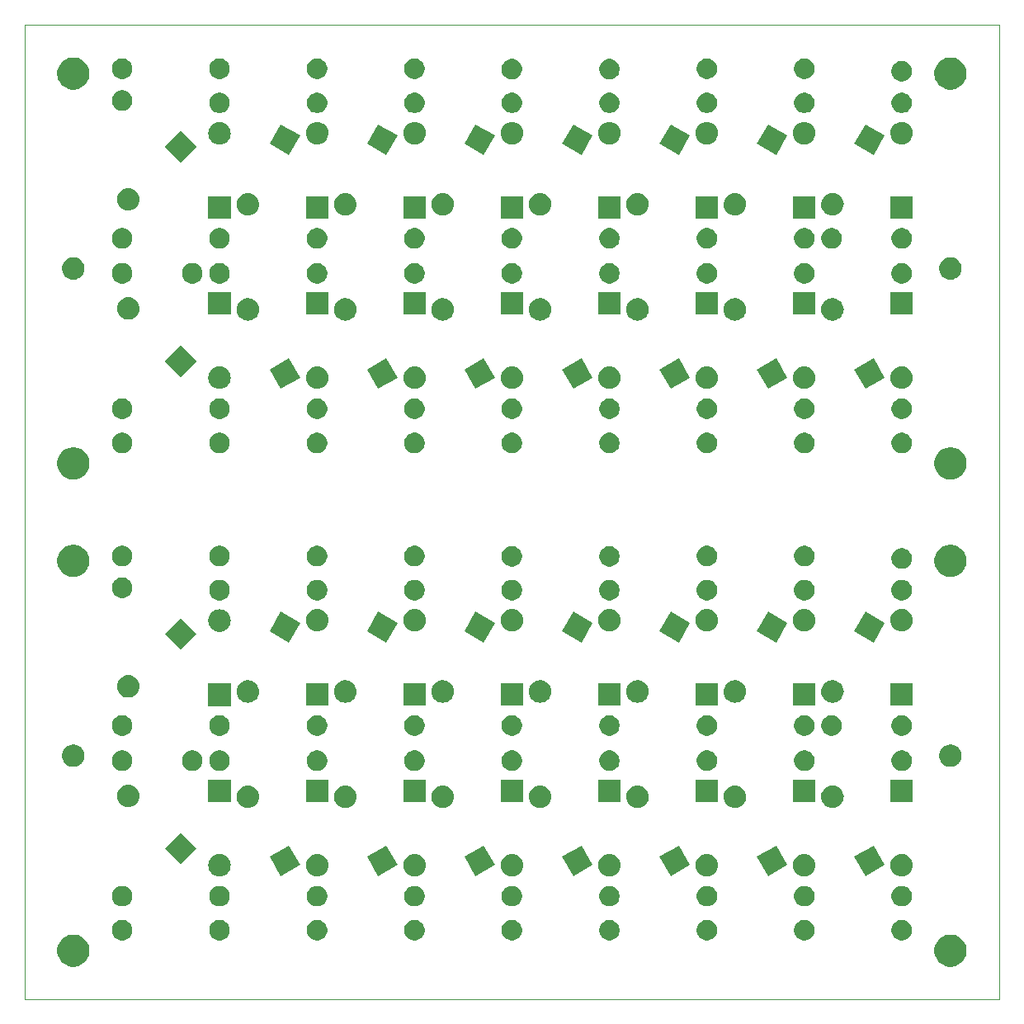
<source format=gbr>
G04 #@! TF.GenerationSoftware,KiCad,Pcbnew,5.1.4-e60b266~84~ubuntu16.04.1*
G04 #@! TF.CreationDate,2019-10-08T23:02:04-05:00*
G04 #@! TF.ProjectId,8x10p,38783130-702e-46b6-9963-61645f706362,rev?*
G04 #@! TF.SameCoordinates,Original*
G04 #@! TF.FileFunction,Soldermask,Bot*
G04 #@! TF.FilePolarity,Negative*
%FSLAX46Y46*%
G04 Gerber Fmt 4.6, Leading zero omitted, Abs format (unit mm)*
G04 Created by KiCad (PCBNEW 5.1.4-e60b266~84~ubuntu16.04.1) date 2019-10-08 23:02:04*
%MOMM*%
%LPD*%
G04 APERTURE LIST*
%ADD10C,0.050000*%
%ADD11C,0.150000*%
G04 APERTURE END LIST*
D10*
X50000000Y-150000000D02*
X50000000Y-50000000D01*
X150000000Y-150000000D02*
X50000000Y-150000000D01*
X150000000Y-50000000D02*
X150000000Y-150000000D01*
X50000000Y-50000000D02*
X150000000Y-50000000D01*
D11*
G36*
X145375256Y-143391298D02*
G01*
X145481579Y-143412447D01*
X145782042Y-143536903D01*
X146052451Y-143717585D01*
X146282415Y-143947549D01*
X146463097Y-144217958D01*
X146587553Y-144518421D01*
X146651000Y-144837391D01*
X146651000Y-145162609D01*
X146587553Y-145481579D01*
X146463097Y-145782042D01*
X146282415Y-146052451D01*
X146052451Y-146282415D01*
X145782042Y-146463097D01*
X145481579Y-146587553D01*
X145375256Y-146608702D01*
X145162611Y-146651000D01*
X144837389Y-146651000D01*
X144624744Y-146608702D01*
X144518421Y-146587553D01*
X144217958Y-146463097D01*
X143947549Y-146282415D01*
X143717585Y-146052451D01*
X143536903Y-145782042D01*
X143412447Y-145481579D01*
X143349000Y-145162609D01*
X143349000Y-144837391D01*
X143412447Y-144518421D01*
X143536903Y-144217958D01*
X143717585Y-143947549D01*
X143947549Y-143717585D01*
X144217958Y-143536903D01*
X144518421Y-143412447D01*
X144624744Y-143391298D01*
X144837389Y-143349000D01*
X145162611Y-143349000D01*
X145375256Y-143391298D01*
X145375256Y-143391298D01*
G37*
G36*
X55375256Y-143391298D02*
G01*
X55481579Y-143412447D01*
X55782042Y-143536903D01*
X56052451Y-143717585D01*
X56282415Y-143947549D01*
X56463097Y-144217958D01*
X56587553Y-144518421D01*
X56651000Y-144837391D01*
X56651000Y-145162609D01*
X56587553Y-145481579D01*
X56463097Y-145782042D01*
X56282415Y-146052451D01*
X56052451Y-146282415D01*
X55782042Y-146463097D01*
X55481579Y-146587553D01*
X55375256Y-146608702D01*
X55162611Y-146651000D01*
X54837389Y-146651000D01*
X54624744Y-146608702D01*
X54518421Y-146587553D01*
X54217958Y-146463097D01*
X53947549Y-146282415D01*
X53717585Y-146052451D01*
X53536903Y-145782042D01*
X53412447Y-145481579D01*
X53349000Y-145162609D01*
X53349000Y-144837391D01*
X53412447Y-144518421D01*
X53536903Y-144217958D01*
X53717585Y-143947549D01*
X53947549Y-143717585D01*
X54217958Y-143536903D01*
X54518421Y-143412447D01*
X54624744Y-143391298D01*
X54837389Y-143349000D01*
X55162611Y-143349000D01*
X55375256Y-143391298D01*
X55375256Y-143391298D01*
G37*
G36*
X80306564Y-141889389D02*
G01*
X80497833Y-141968615D01*
X80497835Y-141968616D01*
X80498511Y-141969068D01*
X80669973Y-142083635D01*
X80816365Y-142230027D01*
X80931385Y-142402167D01*
X81010611Y-142593436D01*
X81051000Y-142796484D01*
X81051000Y-143003516D01*
X81010611Y-143206564D01*
X80951612Y-143349000D01*
X80931384Y-143397835D01*
X80816365Y-143569973D01*
X80669973Y-143716365D01*
X80497835Y-143831384D01*
X80497834Y-143831385D01*
X80497833Y-143831385D01*
X80306564Y-143910611D01*
X80103516Y-143951000D01*
X79896484Y-143951000D01*
X79693436Y-143910611D01*
X79502167Y-143831385D01*
X79502166Y-143831385D01*
X79502165Y-143831384D01*
X79330027Y-143716365D01*
X79183635Y-143569973D01*
X79068616Y-143397835D01*
X79048388Y-143349000D01*
X78989389Y-143206564D01*
X78949000Y-143003516D01*
X78949000Y-142796484D01*
X78989389Y-142593436D01*
X79068615Y-142402167D01*
X79183635Y-142230027D01*
X79330027Y-142083635D01*
X79501489Y-141969068D01*
X79502165Y-141968616D01*
X79502167Y-141968615D01*
X79693436Y-141889389D01*
X79896484Y-141849000D01*
X80103516Y-141849000D01*
X80306564Y-141889389D01*
X80306564Y-141889389D01*
G37*
G36*
X110306564Y-141889389D02*
G01*
X110497833Y-141968615D01*
X110497835Y-141968616D01*
X110498511Y-141969068D01*
X110669973Y-142083635D01*
X110816365Y-142230027D01*
X110931385Y-142402167D01*
X111010611Y-142593436D01*
X111051000Y-142796484D01*
X111051000Y-143003516D01*
X111010611Y-143206564D01*
X110951612Y-143349000D01*
X110931384Y-143397835D01*
X110816365Y-143569973D01*
X110669973Y-143716365D01*
X110497835Y-143831384D01*
X110497834Y-143831385D01*
X110497833Y-143831385D01*
X110306564Y-143910611D01*
X110103516Y-143951000D01*
X109896484Y-143951000D01*
X109693436Y-143910611D01*
X109502167Y-143831385D01*
X109502166Y-143831385D01*
X109502165Y-143831384D01*
X109330027Y-143716365D01*
X109183635Y-143569973D01*
X109068616Y-143397835D01*
X109048388Y-143349000D01*
X108989389Y-143206564D01*
X108949000Y-143003516D01*
X108949000Y-142796484D01*
X108989389Y-142593436D01*
X109068615Y-142402167D01*
X109183635Y-142230027D01*
X109330027Y-142083635D01*
X109501489Y-141969068D01*
X109502165Y-141968616D01*
X109502167Y-141968615D01*
X109693436Y-141889389D01*
X109896484Y-141849000D01*
X110103516Y-141849000D01*
X110306564Y-141889389D01*
X110306564Y-141889389D01*
G37*
G36*
X100306564Y-141889389D02*
G01*
X100497833Y-141968615D01*
X100497835Y-141968616D01*
X100498511Y-141969068D01*
X100669973Y-142083635D01*
X100816365Y-142230027D01*
X100931385Y-142402167D01*
X101010611Y-142593436D01*
X101051000Y-142796484D01*
X101051000Y-143003516D01*
X101010611Y-143206564D01*
X100951612Y-143349000D01*
X100931384Y-143397835D01*
X100816365Y-143569973D01*
X100669973Y-143716365D01*
X100497835Y-143831384D01*
X100497834Y-143831385D01*
X100497833Y-143831385D01*
X100306564Y-143910611D01*
X100103516Y-143951000D01*
X99896484Y-143951000D01*
X99693436Y-143910611D01*
X99502167Y-143831385D01*
X99502166Y-143831385D01*
X99502165Y-143831384D01*
X99330027Y-143716365D01*
X99183635Y-143569973D01*
X99068616Y-143397835D01*
X99048388Y-143349000D01*
X98989389Y-143206564D01*
X98949000Y-143003516D01*
X98949000Y-142796484D01*
X98989389Y-142593436D01*
X99068615Y-142402167D01*
X99183635Y-142230027D01*
X99330027Y-142083635D01*
X99501489Y-141969068D01*
X99502165Y-141968616D01*
X99502167Y-141968615D01*
X99693436Y-141889389D01*
X99896484Y-141849000D01*
X100103516Y-141849000D01*
X100306564Y-141889389D01*
X100306564Y-141889389D01*
G37*
G36*
X130306564Y-141889389D02*
G01*
X130497833Y-141968615D01*
X130497835Y-141968616D01*
X130498511Y-141969068D01*
X130669973Y-142083635D01*
X130816365Y-142230027D01*
X130931385Y-142402167D01*
X131010611Y-142593436D01*
X131051000Y-142796484D01*
X131051000Y-143003516D01*
X131010611Y-143206564D01*
X130951612Y-143349000D01*
X130931384Y-143397835D01*
X130816365Y-143569973D01*
X130669973Y-143716365D01*
X130497835Y-143831384D01*
X130497834Y-143831385D01*
X130497833Y-143831385D01*
X130306564Y-143910611D01*
X130103516Y-143951000D01*
X129896484Y-143951000D01*
X129693436Y-143910611D01*
X129502167Y-143831385D01*
X129502166Y-143831385D01*
X129502165Y-143831384D01*
X129330027Y-143716365D01*
X129183635Y-143569973D01*
X129068616Y-143397835D01*
X129048388Y-143349000D01*
X128989389Y-143206564D01*
X128949000Y-143003516D01*
X128949000Y-142796484D01*
X128989389Y-142593436D01*
X129068615Y-142402167D01*
X129183635Y-142230027D01*
X129330027Y-142083635D01*
X129501489Y-141969068D01*
X129502165Y-141968616D01*
X129502167Y-141968615D01*
X129693436Y-141889389D01*
X129896484Y-141849000D01*
X130103516Y-141849000D01*
X130306564Y-141889389D01*
X130306564Y-141889389D01*
G37*
G36*
X120306564Y-141889389D02*
G01*
X120497833Y-141968615D01*
X120497835Y-141968616D01*
X120498511Y-141969068D01*
X120669973Y-142083635D01*
X120816365Y-142230027D01*
X120931385Y-142402167D01*
X121010611Y-142593436D01*
X121051000Y-142796484D01*
X121051000Y-143003516D01*
X121010611Y-143206564D01*
X120951612Y-143349000D01*
X120931384Y-143397835D01*
X120816365Y-143569973D01*
X120669973Y-143716365D01*
X120497835Y-143831384D01*
X120497834Y-143831385D01*
X120497833Y-143831385D01*
X120306564Y-143910611D01*
X120103516Y-143951000D01*
X119896484Y-143951000D01*
X119693436Y-143910611D01*
X119502167Y-143831385D01*
X119502166Y-143831385D01*
X119502165Y-143831384D01*
X119330027Y-143716365D01*
X119183635Y-143569973D01*
X119068616Y-143397835D01*
X119048388Y-143349000D01*
X118989389Y-143206564D01*
X118949000Y-143003516D01*
X118949000Y-142796484D01*
X118989389Y-142593436D01*
X119068615Y-142402167D01*
X119183635Y-142230027D01*
X119330027Y-142083635D01*
X119501489Y-141969068D01*
X119502165Y-141968616D01*
X119502167Y-141968615D01*
X119693436Y-141889389D01*
X119896484Y-141849000D01*
X120103516Y-141849000D01*
X120306564Y-141889389D01*
X120306564Y-141889389D01*
G37*
G36*
X60306564Y-141889389D02*
G01*
X60497833Y-141968615D01*
X60497835Y-141968616D01*
X60498511Y-141969068D01*
X60669973Y-142083635D01*
X60816365Y-142230027D01*
X60931385Y-142402167D01*
X61010611Y-142593436D01*
X61051000Y-142796484D01*
X61051000Y-143003516D01*
X61010611Y-143206564D01*
X60951612Y-143349000D01*
X60931384Y-143397835D01*
X60816365Y-143569973D01*
X60669973Y-143716365D01*
X60497835Y-143831384D01*
X60497834Y-143831385D01*
X60497833Y-143831385D01*
X60306564Y-143910611D01*
X60103516Y-143951000D01*
X59896484Y-143951000D01*
X59693436Y-143910611D01*
X59502167Y-143831385D01*
X59502166Y-143831385D01*
X59502165Y-143831384D01*
X59330027Y-143716365D01*
X59183635Y-143569973D01*
X59068616Y-143397835D01*
X59048388Y-143349000D01*
X58989389Y-143206564D01*
X58949000Y-143003516D01*
X58949000Y-142796484D01*
X58989389Y-142593436D01*
X59068615Y-142402167D01*
X59183635Y-142230027D01*
X59330027Y-142083635D01*
X59501489Y-141969068D01*
X59502165Y-141968616D01*
X59502167Y-141968615D01*
X59693436Y-141889389D01*
X59896484Y-141849000D01*
X60103516Y-141849000D01*
X60306564Y-141889389D01*
X60306564Y-141889389D01*
G37*
G36*
X90306564Y-141889389D02*
G01*
X90497833Y-141968615D01*
X90497835Y-141968616D01*
X90498511Y-141969068D01*
X90669973Y-142083635D01*
X90816365Y-142230027D01*
X90931385Y-142402167D01*
X91010611Y-142593436D01*
X91051000Y-142796484D01*
X91051000Y-143003516D01*
X91010611Y-143206564D01*
X90951612Y-143349000D01*
X90931384Y-143397835D01*
X90816365Y-143569973D01*
X90669973Y-143716365D01*
X90497835Y-143831384D01*
X90497834Y-143831385D01*
X90497833Y-143831385D01*
X90306564Y-143910611D01*
X90103516Y-143951000D01*
X89896484Y-143951000D01*
X89693436Y-143910611D01*
X89502167Y-143831385D01*
X89502166Y-143831385D01*
X89502165Y-143831384D01*
X89330027Y-143716365D01*
X89183635Y-143569973D01*
X89068616Y-143397835D01*
X89048388Y-143349000D01*
X88989389Y-143206564D01*
X88949000Y-143003516D01*
X88949000Y-142796484D01*
X88989389Y-142593436D01*
X89068615Y-142402167D01*
X89183635Y-142230027D01*
X89330027Y-142083635D01*
X89501489Y-141969068D01*
X89502165Y-141968616D01*
X89502167Y-141968615D01*
X89693436Y-141889389D01*
X89896484Y-141849000D01*
X90103516Y-141849000D01*
X90306564Y-141889389D01*
X90306564Y-141889389D01*
G37*
G36*
X70306564Y-141889389D02*
G01*
X70497833Y-141968615D01*
X70497835Y-141968616D01*
X70498511Y-141969068D01*
X70669973Y-142083635D01*
X70816365Y-142230027D01*
X70931385Y-142402167D01*
X71010611Y-142593436D01*
X71051000Y-142796484D01*
X71051000Y-143003516D01*
X71010611Y-143206564D01*
X70951612Y-143349000D01*
X70931384Y-143397835D01*
X70816365Y-143569973D01*
X70669973Y-143716365D01*
X70497835Y-143831384D01*
X70497834Y-143831385D01*
X70497833Y-143831385D01*
X70306564Y-143910611D01*
X70103516Y-143951000D01*
X69896484Y-143951000D01*
X69693436Y-143910611D01*
X69502167Y-143831385D01*
X69502166Y-143831385D01*
X69502165Y-143831384D01*
X69330027Y-143716365D01*
X69183635Y-143569973D01*
X69068616Y-143397835D01*
X69048388Y-143349000D01*
X68989389Y-143206564D01*
X68949000Y-143003516D01*
X68949000Y-142796484D01*
X68989389Y-142593436D01*
X69068615Y-142402167D01*
X69183635Y-142230027D01*
X69330027Y-142083635D01*
X69501489Y-141969068D01*
X69502165Y-141968616D01*
X69502167Y-141968615D01*
X69693436Y-141889389D01*
X69896484Y-141849000D01*
X70103516Y-141849000D01*
X70306564Y-141889389D01*
X70306564Y-141889389D01*
G37*
G36*
X140306416Y-141889879D02*
G01*
X140496503Y-141968616D01*
X140497594Y-141969068D01*
X140669055Y-142083635D01*
X140669648Y-142084031D01*
X140815969Y-142230352D01*
X140930933Y-142402408D01*
X141010121Y-142593584D01*
X141050490Y-142796534D01*
X141050490Y-143003466D01*
X141010121Y-143206416D01*
X140930933Y-143397592D01*
X140930932Y-143397594D01*
X140815969Y-143569648D01*
X140669648Y-143715969D01*
X140497594Y-143830932D01*
X140497593Y-143830933D01*
X140497592Y-143830933D01*
X140306416Y-143910121D01*
X140103466Y-143950490D01*
X139896534Y-143950490D01*
X139693584Y-143910121D01*
X139502408Y-143830933D01*
X139502407Y-143830933D01*
X139502406Y-143830932D01*
X139330352Y-143715969D01*
X139184031Y-143569648D01*
X139069068Y-143397594D01*
X139069067Y-143397592D01*
X138989879Y-143206416D01*
X138949510Y-143003466D01*
X138949510Y-142796534D01*
X138989879Y-142593584D01*
X139069067Y-142402408D01*
X139184031Y-142230352D01*
X139330352Y-142084031D01*
X139330945Y-142083635D01*
X139502406Y-141969068D01*
X139503497Y-141968616D01*
X139693584Y-141889879D01*
X139896534Y-141849510D01*
X140103466Y-141849510D01*
X140306416Y-141889879D01*
X140306416Y-141889879D01*
G37*
G36*
X140306564Y-138389389D02*
G01*
X140497833Y-138468615D01*
X140497835Y-138468616D01*
X140498511Y-138469068D01*
X140669973Y-138583635D01*
X140816365Y-138730027D01*
X140931385Y-138902167D01*
X141010611Y-139093436D01*
X141051000Y-139296484D01*
X141051000Y-139503516D01*
X141010611Y-139706564D01*
X140931485Y-139897592D01*
X140931384Y-139897835D01*
X140816365Y-140069973D01*
X140669973Y-140216365D01*
X140497835Y-140331384D01*
X140497834Y-140331385D01*
X140497833Y-140331385D01*
X140306564Y-140410611D01*
X140103516Y-140451000D01*
X139896484Y-140451000D01*
X139693436Y-140410611D01*
X139502167Y-140331385D01*
X139502166Y-140331385D01*
X139502165Y-140331384D01*
X139330027Y-140216365D01*
X139183635Y-140069973D01*
X139068616Y-139897835D01*
X139068515Y-139897592D01*
X138989389Y-139706564D01*
X138949000Y-139503516D01*
X138949000Y-139296484D01*
X138989389Y-139093436D01*
X139068615Y-138902167D01*
X139183635Y-138730027D01*
X139330027Y-138583635D01*
X139501489Y-138469068D01*
X139502165Y-138468616D01*
X139502167Y-138468615D01*
X139693436Y-138389389D01*
X139896484Y-138349000D01*
X140103516Y-138349000D01*
X140306564Y-138389389D01*
X140306564Y-138389389D01*
G37*
G36*
X110306564Y-138389389D02*
G01*
X110497833Y-138468615D01*
X110497835Y-138468616D01*
X110498511Y-138469068D01*
X110669973Y-138583635D01*
X110816365Y-138730027D01*
X110931385Y-138902167D01*
X111010611Y-139093436D01*
X111051000Y-139296484D01*
X111051000Y-139503516D01*
X111010611Y-139706564D01*
X110931485Y-139897592D01*
X110931384Y-139897835D01*
X110816365Y-140069973D01*
X110669973Y-140216365D01*
X110497835Y-140331384D01*
X110497834Y-140331385D01*
X110497833Y-140331385D01*
X110306564Y-140410611D01*
X110103516Y-140451000D01*
X109896484Y-140451000D01*
X109693436Y-140410611D01*
X109502167Y-140331385D01*
X109502166Y-140331385D01*
X109502165Y-140331384D01*
X109330027Y-140216365D01*
X109183635Y-140069973D01*
X109068616Y-139897835D01*
X109068515Y-139897592D01*
X108989389Y-139706564D01*
X108949000Y-139503516D01*
X108949000Y-139296484D01*
X108989389Y-139093436D01*
X109068615Y-138902167D01*
X109183635Y-138730027D01*
X109330027Y-138583635D01*
X109501489Y-138469068D01*
X109502165Y-138468616D01*
X109502167Y-138468615D01*
X109693436Y-138389389D01*
X109896484Y-138349000D01*
X110103516Y-138349000D01*
X110306564Y-138389389D01*
X110306564Y-138389389D01*
G37*
G36*
X80306564Y-138389389D02*
G01*
X80497833Y-138468615D01*
X80497835Y-138468616D01*
X80498511Y-138469068D01*
X80669973Y-138583635D01*
X80816365Y-138730027D01*
X80931385Y-138902167D01*
X81010611Y-139093436D01*
X81051000Y-139296484D01*
X81051000Y-139503516D01*
X81010611Y-139706564D01*
X80931485Y-139897592D01*
X80931384Y-139897835D01*
X80816365Y-140069973D01*
X80669973Y-140216365D01*
X80497835Y-140331384D01*
X80497834Y-140331385D01*
X80497833Y-140331385D01*
X80306564Y-140410611D01*
X80103516Y-140451000D01*
X79896484Y-140451000D01*
X79693436Y-140410611D01*
X79502167Y-140331385D01*
X79502166Y-140331385D01*
X79502165Y-140331384D01*
X79330027Y-140216365D01*
X79183635Y-140069973D01*
X79068616Y-139897835D01*
X79068515Y-139897592D01*
X78989389Y-139706564D01*
X78949000Y-139503516D01*
X78949000Y-139296484D01*
X78989389Y-139093436D01*
X79068615Y-138902167D01*
X79183635Y-138730027D01*
X79330027Y-138583635D01*
X79501489Y-138469068D01*
X79502165Y-138468616D01*
X79502167Y-138468615D01*
X79693436Y-138389389D01*
X79896484Y-138349000D01*
X80103516Y-138349000D01*
X80306564Y-138389389D01*
X80306564Y-138389389D01*
G37*
G36*
X70306564Y-138389389D02*
G01*
X70497833Y-138468615D01*
X70497835Y-138468616D01*
X70498511Y-138469068D01*
X70669973Y-138583635D01*
X70816365Y-138730027D01*
X70931385Y-138902167D01*
X71010611Y-139093436D01*
X71051000Y-139296484D01*
X71051000Y-139503516D01*
X71010611Y-139706564D01*
X70931485Y-139897592D01*
X70931384Y-139897835D01*
X70816365Y-140069973D01*
X70669973Y-140216365D01*
X70497835Y-140331384D01*
X70497834Y-140331385D01*
X70497833Y-140331385D01*
X70306564Y-140410611D01*
X70103516Y-140451000D01*
X69896484Y-140451000D01*
X69693436Y-140410611D01*
X69502167Y-140331385D01*
X69502166Y-140331385D01*
X69502165Y-140331384D01*
X69330027Y-140216365D01*
X69183635Y-140069973D01*
X69068616Y-139897835D01*
X69068515Y-139897592D01*
X68989389Y-139706564D01*
X68949000Y-139503516D01*
X68949000Y-139296484D01*
X68989389Y-139093436D01*
X69068615Y-138902167D01*
X69183635Y-138730027D01*
X69330027Y-138583635D01*
X69501489Y-138469068D01*
X69502165Y-138468616D01*
X69502167Y-138468615D01*
X69693436Y-138389389D01*
X69896484Y-138349000D01*
X70103516Y-138349000D01*
X70306564Y-138389389D01*
X70306564Y-138389389D01*
G37*
G36*
X130306564Y-138389389D02*
G01*
X130497833Y-138468615D01*
X130497835Y-138468616D01*
X130498511Y-138469068D01*
X130669973Y-138583635D01*
X130816365Y-138730027D01*
X130931385Y-138902167D01*
X131010611Y-139093436D01*
X131051000Y-139296484D01*
X131051000Y-139503516D01*
X131010611Y-139706564D01*
X130931485Y-139897592D01*
X130931384Y-139897835D01*
X130816365Y-140069973D01*
X130669973Y-140216365D01*
X130497835Y-140331384D01*
X130497834Y-140331385D01*
X130497833Y-140331385D01*
X130306564Y-140410611D01*
X130103516Y-140451000D01*
X129896484Y-140451000D01*
X129693436Y-140410611D01*
X129502167Y-140331385D01*
X129502166Y-140331385D01*
X129502165Y-140331384D01*
X129330027Y-140216365D01*
X129183635Y-140069973D01*
X129068616Y-139897835D01*
X129068515Y-139897592D01*
X128989389Y-139706564D01*
X128949000Y-139503516D01*
X128949000Y-139296484D01*
X128989389Y-139093436D01*
X129068615Y-138902167D01*
X129183635Y-138730027D01*
X129330027Y-138583635D01*
X129501489Y-138469068D01*
X129502165Y-138468616D01*
X129502167Y-138468615D01*
X129693436Y-138389389D01*
X129896484Y-138349000D01*
X130103516Y-138349000D01*
X130306564Y-138389389D01*
X130306564Y-138389389D01*
G37*
G36*
X100306564Y-138389389D02*
G01*
X100497833Y-138468615D01*
X100497835Y-138468616D01*
X100498511Y-138469068D01*
X100669973Y-138583635D01*
X100816365Y-138730027D01*
X100931385Y-138902167D01*
X101010611Y-139093436D01*
X101051000Y-139296484D01*
X101051000Y-139503516D01*
X101010611Y-139706564D01*
X100931485Y-139897592D01*
X100931384Y-139897835D01*
X100816365Y-140069973D01*
X100669973Y-140216365D01*
X100497835Y-140331384D01*
X100497834Y-140331385D01*
X100497833Y-140331385D01*
X100306564Y-140410611D01*
X100103516Y-140451000D01*
X99896484Y-140451000D01*
X99693436Y-140410611D01*
X99502167Y-140331385D01*
X99502166Y-140331385D01*
X99502165Y-140331384D01*
X99330027Y-140216365D01*
X99183635Y-140069973D01*
X99068616Y-139897835D01*
X99068515Y-139897592D01*
X98989389Y-139706564D01*
X98949000Y-139503516D01*
X98949000Y-139296484D01*
X98989389Y-139093436D01*
X99068615Y-138902167D01*
X99183635Y-138730027D01*
X99330027Y-138583635D01*
X99501489Y-138469068D01*
X99502165Y-138468616D01*
X99502167Y-138468615D01*
X99693436Y-138389389D01*
X99896484Y-138349000D01*
X100103516Y-138349000D01*
X100306564Y-138389389D01*
X100306564Y-138389389D01*
G37*
G36*
X120306564Y-138389389D02*
G01*
X120497833Y-138468615D01*
X120497835Y-138468616D01*
X120498511Y-138469068D01*
X120669973Y-138583635D01*
X120816365Y-138730027D01*
X120931385Y-138902167D01*
X121010611Y-139093436D01*
X121051000Y-139296484D01*
X121051000Y-139503516D01*
X121010611Y-139706564D01*
X120931485Y-139897592D01*
X120931384Y-139897835D01*
X120816365Y-140069973D01*
X120669973Y-140216365D01*
X120497835Y-140331384D01*
X120497834Y-140331385D01*
X120497833Y-140331385D01*
X120306564Y-140410611D01*
X120103516Y-140451000D01*
X119896484Y-140451000D01*
X119693436Y-140410611D01*
X119502167Y-140331385D01*
X119502166Y-140331385D01*
X119502165Y-140331384D01*
X119330027Y-140216365D01*
X119183635Y-140069973D01*
X119068616Y-139897835D01*
X119068515Y-139897592D01*
X118989389Y-139706564D01*
X118949000Y-139503516D01*
X118949000Y-139296484D01*
X118989389Y-139093436D01*
X119068615Y-138902167D01*
X119183635Y-138730027D01*
X119330027Y-138583635D01*
X119501489Y-138469068D01*
X119502165Y-138468616D01*
X119502167Y-138468615D01*
X119693436Y-138389389D01*
X119896484Y-138349000D01*
X120103516Y-138349000D01*
X120306564Y-138389389D01*
X120306564Y-138389389D01*
G37*
G36*
X90306564Y-138389389D02*
G01*
X90497833Y-138468615D01*
X90497835Y-138468616D01*
X90498511Y-138469068D01*
X90669973Y-138583635D01*
X90816365Y-138730027D01*
X90931385Y-138902167D01*
X91010611Y-139093436D01*
X91051000Y-139296484D01*
X91051000Y-139503516D01*
X91010611Y-139706564D01*
X90931485Y-139897592D01*
X90931384Y-139897835D01*
X90816365Y-140069973D01*
X90669973Y-140216365D01*
X90497835Y-140331384D01*
X90497834Y-140331385D01*
X90497833Y-140331385D01*
X90306564Y-140410611D01*
X90103516Y-140451000D01*
X89896484Y-140451000D01*
X89693436Y-140410611D01*
X89502167Y-140331385D01*
X89502166Y-140331385D01*
X89502165Y-140331384D01*
X89330027Y-140216365D01*
X89183635Y-140069973D01*
X89068616Y-139897835D01*
X89068515Y-139897592D01*
X88989389Y-139706564D01*
X88949000Y-139503516D01*
X88949000Y-139296484D01*
X88989389Y-139093436D01*
X89068615Y-138902167D01*
X89183635Y-138730027D01*
X89330027Y-138583635D01*
X89501489Y-138469068D01*
X89502165Y-138468616D01*
X89502167Y-138468615D01*
X89693436Y-138389389D01*
X89896484Y-138349000D01*
X90103516Y-138349000D01*
X90306564Y-138389389D01*
X90306564Y-138389389D01*
G37*
G36*
X60306416Y-138389879D02*
G01*
X60496503Y-138468616D01*
X60497594Y-138469068D01*
X60669055Y-138583635D01*
X60669648Y-138584031D01*
X60815969Y-138730352D01*
X60930933Y-138902408D01*
X61010121Y-139093584D01*
X61050490Y-139296534D01*
X61050490Y-139503466D01*
X61010121Y-139706416D01*
X61010059Y-139706565D01*
X60930932Y-139897594D01*
X60815969Y-140069648D01*
X60669648Y-140215969D01*
X60497594Y-140330932D01*
X60497593Y-140330933D01*
X60497592Y-140330933D01*
X60306416Y-140410121D01*
X60103466Y-140450490D01*
X59896534Y-140450490D01*
X59693584Y-140410121D01*
X59502408Y-140330933D01*
X59502407Y-140330933D01*
X59502406Y-140330932D01*
X59330352Y-140215969D01*
X59184031Y-140069648D01*
X59069068Y-139897594D01*
X58989941Y-139706565D01*
X58989879Y-139706416D01*
X58949510Y-139503466D01*
X58949510Y-139296534D01*
X58989879Y-139093584D01*
X59069067Y-138902408D01*
X59184031Y-138730352D01*
X59330352Y-138584031D01*
X59330945Y-138583635D01*
X59502406Y-138469068D01*
X59503497Y-138468616D01*
X59693584Y-138389879D01*
X59896534Y-138349510D01*
X60103466Y-138349510D01*
X60306416Y-138389879D01*
X60306416Y-138389879D01*
G37*
G36*
X118272295Y-136221295D02*
G01*
X116278705Y-137372295D01*
X115127705Y-135378705D01*
X117121295Y-134227705D01*
X118272295Y-136221295D01*
X118272295Y-136221295D01*
G37*
G36*
X138272295Y-136221295D02*
G01*
X136278705Y-137372295D01*
X135127705Y-135378705D01*
X137121295Y-134227705D01*
X138272295Y-136221295D01*
X138272295Y-136221295D01*
G37*
G36*
X128272295Y-136221295D02*
G01*
X126278705Y-137372295D01*
X125127705Y-135378705D01*
X127121295Y-134227705D01*
X128272295Y-136221295D01*
X128272295Y-136221295D01*
G37*
G36*
X78272295Y-136221295D02*
G01*
X76278705Y-137372295D01*
X75127705Y-135378705D01*
X77121295Y-134227705D01*
X78272295Y-136221295D01*
X78272295Y-136221295D01*
G37*
G36*
X108272295Y-136221295D02*
G01*
X106278705Y-137372295D01*
X105127705Y-135378705D01*
X107121295Y-134227705D01*
X108272295Y-136221295D01*
X108272295Y-136221295D01*
G37*
G36*
X88272295Y-136221295D02*
G01*
X86278705Y-137372295D01*
X85127705Y-135378705D01*
X87121295Y-134227705D01*
X88272295Y-136221295D01*
X88272295Y-136221295D01*
G37*
G36*
X98272295Y-136221295D02*
G01*
X96278705Y-137372295D01*
X95127705Y-135378705D01*
X97121295Y-134227705D01*
X98272295Y-136221295D01*
X98272295Y-136221295D01*
G37*
G36*
X80169271Y-135080103D02*
G01*
X80225635Y-135085654D01*
X80442600Y-135151470D01*
X80442602Y-135151471D01*
X80642555Y-135258347D01*
X80817818Y-135402182D01*
X80961653Y-135577445D01*
X81068529Y-135777398D01*
X81134346Y-135994366D01*
X81156569Y-136220000D01*
X81134346Y-136445634D01*
X81068529Y-136662602D01*
X80961653Y-136862555D01*
X80817818Y-137037818D01*
X80642555Y-137181653D01*
X80442602Y-137288529D01*
X80442600Y-137288530D01*
X80225635Y-137354346D01*
X80169271Y-137359897D01*
X80056545Y-137371000D01*
X79943455Y-137371000D01*
X79830729Y-137359897D01*
X79774365Y-137354346D01*
X79557400Y-137288530D01*
X79557398Y-137288529D01*
X79357445Y-137181653D01*
X79182182Y-137037818D01*
X79038347Y-136862555D01*
X78931471Y-136662602D01*
X78865654Y-136445634D01*
X78843431Y-136220000D01*
X78865654Y-135994366D01*
X78931471Y-135777398D01*
X79038347Y-135577445D01*
X79182182Y-135402182D01*
X79357445Y-135258347D01*
X79557398Y-135151471D01*
X79557400Y-135151470D01*
X79774365Y-135085654D01*
X79830729Y-135080103D01*
X79943455Y-135069000D01*
X80056545Y-135069000D01*
X80169271Y-135080103D01*
X80169271Y-135080103D01*
G37*
G36*
X110169271Y-135080103D02*
G01*
X110225635Y-135085654D01*
X110442600Y-135151470D01*
X110442602Y-135151471D01*
X110642555Y-135258347D01*
X110817818Y-135402182D01*
X110961653Y-135577445D01*
X111068529Y-135777398D01*
X111134346Y-135994366D01*
X111156569Y-136220000D01*
X111134346Y-136445634D01*
X111068529Y-136662602D01*
X110961653Y-136862555D01*
X110817818Y-137037818D01*
X110642555Y-137181653D01*
X110442602Y-137288529D01*
X110442600Y-137288530D01*
X110225635Y-137354346D01*
X110169271Y-137359897D01*
X110056545Y-137371000D01*
X109943455Y-137371000D01*
X109830729Y-137359897D01*
X109774365Y-137354346D01*
X109557400Y-137288530D01*
X109557398Y-137288529D01*
X109357445Y-137181653D01*
X109182182Y-137037818D01*
X109038347Y-136862555D01*
X108931471Y-136662602D01*
X108865654Y-136445634D01*
X108843431Y-136220000D01*
X108865654Y-135994366D01*
X108931471Y-135777398D01*
X109038347Y-135577445D01*
X109182182Y-135402182D01*
X109357445Y-135258347D01*
X109557398Y-135151471D01*
X109557400Y-135151470D01*
X109774365Y-135085654D01*
X109830729Y-135080103D01*
X109943455Y-135069000D01*
X110056545Y-135069000D01*
X110169271Y-135080103D01*
X110169271Y-135080103D01*
G37*
G36*
X90169271Y-135080103D02*
G01*
X90225635Y-135085654D01*
X90442600Y-135151470D01*
X90442602Y-135151471D01*
X90642555Y-135258347D01*
X90817818Y-135402182D01*
X90961653Y-135577445D01*
X91068529Y-135777398D01*
X91134346Y-135994366D01*
X91156569Y-136220000D01*
X91134346Y-136445634D01*
X91068529Y-136662602D01*
X90961653Y-136862555D01*
X90817818Y-137037818D01*
X90642555Y-137181653D01*
X90442602Y-137288529D01*
X90442600Y-137288530D01*
X90225635Y-137354346D01*
X90169271Y-137359897D01*
X90056545Y-137371000D01*
X89943455Y-137371000D01*
X89830729Y-137359897D01*
X89774365Y-137354346D01*
X89557400Y-137288530D01*
X89557398Y-137288529D01*
X89357445Y-137181653D01*
X89182182Y-137037818D01*
X89038347Y-136862555D01*
X88931471Y-136662602D01*
X88865654Y-136445634D01*
X88843431Y-136220000D01*
X88865654Y-135994366D01*
X88931471Y-135777398D01*
X89038347Y-135577445D01*
X89182182Y-135402182D01*
X89357445Y-135258347D01*
X89557398Y-135151471D01*
X89557400Y-135151470D01*
X89774365Y-135085654D01*
X89830729Y-135080103D01*
X89943455Y-135069000D01*
X90056545Y-135069000D01*
X90169271Y-135080103D01*
X90169271Y-135080103D01*
G37*
G36*
X100169271Y-135080103D02*
G01*
X100225635Y-135085654D01*
X100442600Y-135151470D01*
X100442602Y-135151471D01*
X100642555Y-135258347D01*
X100817818Y-135402182D01*
X100961653Y-135577445D01*
X101068529Y-135777398D01*
X101134346Y-135994366D01*
X101156569Y-136220000D01*
X101134346Y-136445634D01*
X101068529Y-136662602D01*
X100961653Y-136862555D01*
X100817818Y-137037818D01*
X100642555Y-137181653D01*
X100442602Y-137288529D01*
X100442600Y-137288530D01*
X100225635Y-137354346D01*
X100169271Y-137359897D01*
X100056545Y-137371000D01*
X99943455Y-137371000D01*
X99830729Y-137359897D01*
X99774365Y-137354346D01*
X99557400Y-137288530D01*
X99557398Y-137288529D01*
X99357445Y-137181653D01*
X99182182Y-137037818D01*
X99038347Y-136862555D01*
X98931471Y-136662602D01*
X98865654Y-136445634D01*
X98843431Y-136220000D01*
X98865654Y-135994366D01*
X98931471Y-135777398D01*
X99038347Y-135577445D01*
X99182182Y-135402182D01*
X99357445Y-135258347D01*
X99557398Y-135151471D01*
X99557400Y-135151470D01*
X99774365Y-135085654D01*
X99830729Y-135080103D01*
X99943455Y-135069000D01*
X100056545Y-135069000D01*
X100169271Y-135080103D01*
X100169271Y-135080103D01*
G37*
G36*
X70169271Y-135080103D02*
G01*
X70225635Y-135085654D01*
X70442600Y-135151470D01*
X70442602Y-135151471D01*
X70642555Y-135258347D01*
X70817818Y-135402182D01*
X70961653Y-135577445D01*
X71068529Y-135777398D01*
X71134346Y-135994366D01*
X71156569Y-136220000D01*
X71134346Y-136445634D01*
X71068529Y-136662602D01*
X70961653Y-136862555D01*
X70817818Y-137037818D01*
X70642555Y-137181653D01*
X70442602Y-137288529D01*
X70442600Y-137288530D01*
X70225635Y-137354346D01*
X70169271Y-137359897D01*
X70056545Y-137371000D01*
X69943455Y-137371000D01*
X69830729Y-137359897D01*
X69774365Y-137354346D01*
X69557400Y-137288530D01*
X69557398Y-137288529D01*
X69357445Y-137181653D01*
X69182182Y-137037818D01*
X69038347Y-136862555D01*
X68931471Y-136662602D01*
X68865654Y-136445634D01*
X68843431Y-136220000D01*
X68865654Y-135994366D01*
X68931471Y-135777398D01*
X69038347Y-135577445D01*
X69182182Y-135402182D01*
X69357445Y-135258347D01*
X69557398Y-135151471D01*
X69557400Y-135151470D01*
X69774365Y-135085654D01*
X69830729Y-135080103D01*
X69943455Y-135069000D01*
X70056545Y-135069000D01*
X70169271Y-135080103D01*
X70169271Y-135080103D01*
G37*
G36*
X130169271Y-135080103D02*
G01*
X130225635Y-135085654D01*
X130442600Y-135151470D01*
X130442602Y-135151471D01*
X130642555Y-135258347D01*
X130817818Y-135402182D01*
X130961653Y-135577445D01*
X131068529Y-135777398D01*
X131134346Y-135994366D01*
X131156569Y-136220000D01*
X131134346Y-136445634D01*
X131068529Y-136662602D01*
X130961653Y-136862555D01*
X130817818Y-137037818D01*
X130642555Y-137181653D01*
X130442602Y-137288529D01*
X130442600Y-137288530D01*
X130225635Y-137354346D01*
X130169271Y-137359897D01*
X130056545Y-137371000D01*
X129943455Y-137371000D01*
X129830729Y-137359897D01*
X129774365Y-137354346D01*
X129557400Y-137288530D01*
X129557398Y-137288529D01*
X129357445Y-137181653D01*
X129182182Y-137037818D01*
X129038347Y-136862555D01*
X128931471Y-136662602D01*
X128865654Y-136445634D01*
X128843431Y-136220000D01*
X128865654Y-135994366D01*
X128931471Y-135777398D01*
X129038347Y-135577445D01*
X129182182Y-135402182D01*
X129357445Y-135258347D01*
X129557398Y-135151471D01*
X129557400Y-135151470D01*
X129774365Y-135085654D01*
X129830729Y-135080103D01*
X129943455Y-135069000D01*
X130056545Y-135069000D01*
X130169271Y-135080103D01*
X130169271Y-135080103D01*
G37*
G36*
X120169271Y-135080103D02*
G01*
X120225635Y-135085654D01*
X120442600Y-135151470D01*
X120442602Y-135151471D01*
X120642555Y-135258347D01*
X120817818Y-135402182D01*
X120961653Y-135577445D01*
X121068529Y-135777398D01*
X121134346Y-135994366D01*
X121156569Y-136220000D01*
X121134346Y-136445634D01*
X121068529Y-136662602D01*
X120961653Y-136862555D01*
X120817818Y-137037818D01*
X120642555Y-137181653D01*
X120442602Y-137288529D01*
X120442600Y-137288530D01*
X120225635Y-137354346D01*
X120169271Y-137359897D01*
X120056545Y-137371000D01*
X119943455Y-137371000D01*
X119830729Y-137359897D01*
X119774365Y-137354346D01*
X119557400Y-137288530D01*
X119557398Y-137288529D01*
X119357445Y-137181653D01*
X119182182Y-137037818D01*
X119038347Y-136862555D01*
X118931471Y-136662602D01*
X118865654Y-136445634D01*
X118843431Y-136220000D01*
X118865654Y-135994366D01*
X118931471Y-135777398D01*
X119038347Y-135577445D01*
X119182182Y-135402182D01*
X119357445Y-135258347D01*
X119557398Y-135151471D01*
X119557400Y-135151470D01*
X119774365Y-135085654D01*
X119830729Y-135080103D01*
X119943455Y-135069000D01*
X120056545Y-135069000D01*
X120169271Y-135080103D01*
X120169271Y-135080103D01*
G37*
G36*
X140169271Y-135080103D02*
G01*
X140225635Y-135085654D01*
X140442600Y-135151470D01*
X140442602Y-135151471D01*
X140642555Y-135258347D01*
X140817818Y-135402182D01*
X140961653Y-135577445D01*
X141068529Y-135777398D01*
X141134346Y-135994366D01*
X141156569Y-136220000D01*
X141134346Y-136445634D01*
X141068529Y-136662602D01*
X140961653Y-136862555D01*
X140817818Y-137037818D01*
X140642555Y-137181653D01*
X140442602Y-137288529D01*
X140442600Y-137288530D01*
X140225635Y-137354346D01*
X140169271Y-137359897D01*
X140056545Y-137371000D01*
X139943455Y-137371000D01*
X139830729Y-137359897D01*
X139774365Y-137354346D01*
X139557400Y-137288530D01*
X139557398Y-137288529D01*
X139357445Y-137181653D01*
X139182182Y-137037818D01*
X139038347Y-136862555D01*
X138931471Y-136662602D01*
X138865654Y-136445634D01*
X138843431Y-136220000D01*
X138865654Y-135994366D01*
X138931471Y-135777398D01*
X139038347Y-135577445D01*
X139182182Y-135402182D01*
X139357445Y-135258347D01*
X139557398Y-135151471D01*
X139557400Y-135151470D01*
X139774365Y-135085654D01*
X139830729Y-135080103D01*
X139943455Y-135069000D01*
X140056545Y-135069000D01*
X140169271Y-135080103D01*
X140169271Y-135080103D01*
G37*
G36*
X67627760Y-134500000D02*
G01*
X66000000Y-136127760D01*
X64372240Y-134500000D01*
X66000000Y-132872240D01*
X67627760Y-134500000D01*
X67627760Y-134500000D01*
G37*
G36*
X133059271Y-128060989D02*
G01*
X133115635Y-128066540D01*
X133332600Y-128132356D01*
X133332602Y-128132357D01*
X133532555Y-128239233D01*
X133707818Y-128383068D01*
X133851653Y-128558331D01*
X133958529Y-128758284D01*
X133958530Y-128758286D01*
X134024346Y-128975251D01*
X134046569Y-129200886D01*
X134024346Y-129426521D01*
X133985540Y-129554448D01*
X133958529Y-129643488D01*
X133851653Y-129843441D01*
X133707818Y-130018704D01*
X133532555Y-130162539D01*
X133344892Y-130262846D01*
X133332600Y-130269416D01*
X133115635Y-130335232D01*
X133059271Y-130340783D01*
X132946545Y-130351886D01*
X132833455Y-130351886D01*
X132720729Y-130340783D01*
X132664365Y-130335232D01*
X132447400Y-130269416D01*
X132435108Y-130262846D01*
X132247445Y-130162539D01*
X132072182Y-130018704D01*
X131928347Y-129843441D01*
X131821471Y-129643488D01*
X131794461Y-129554448D01*
X131755654Y-129426521D01*
X131733431Y-129200886D01*
X131755654Y-128975251D01*
X131821470Y-128758286D01*
X131821471Y-128758284D01*
X131928347Y-128558331D01*
X132072182Y-128383068D01*
X132247445Y-128239233D01*
X132447398Y-128132357D01*
X132447400Y-128132356D01*
X132664365Y-128066540D01*
X132720729Y-128060989D01*
X132833455Y-128049886D01*
X132946545Y-128049886D01*
X133059271Y-128060989D01*
X133059271Y-128060989D01*
G37*
G36*
X73059271Y-128060989D02*
G01*
X73115635Y-128066540D01*
X73332600Y-128132356D01*
X73332602Y-128132357D01*
X73532555Y-128239233D01*
X73707818Y-128383068D01*
X73851653Y-128558331D01*
X73958529Y-128758284D01*
X73958530Y-128758286D01*
X74024346Y-128975251D01*
X74046569Y-129200886D01*
X74024346Y-129426521D01*
X73985540Y-129554448D01*
X73958529Y-129643488D01*
X73851653Y-129843441D01*
X73707818Y-130018704D01*
X73532555Y-130162539D01*
X73344892Y-130262846D01*
X73332600Y-130269416D01*
X73115635Y-130335232D01*
X73059271Y-130340783D01*
X72946545Y-130351886D01*
X72833455Y-130351886D01*
X72720729Y-130340783D01*
X72664365Y-130335232D01*
X72447400Y-130269416D01*
X72435108Y-130262846D01*
X72247445Y-130162539D01*
X72072182Y-130018704D01*
X71928347Y-129843441D01*
X71821471Y-129643488D01*
X71794461Y-129554448D01*
X71755654Y-129426521D01*
X71733431Y-129200886D01*
X71755654Y-128975251D01*
X71821470Y-128758286D01*
X71821471Y-128758284D01*
X71928347Y-128558331D01*
X72072182Y-128383068D01*
X72247445Y-128239233D01*
X72447398Y-128132357D01*
X72447400Y-128132356D01*
X72664365Y-128066540D01*
X72720729Y-128060989D01*
X72833455Y-128049886D01*
X72946545Y-128049886D01*
X73059271Y-128060989D01*
X73059271Y-128060989D01*
G37*
G36*
X113059271Y-128060989D02*
G01*
X113115635Y-128066540D01*
X113332600Y-128132356D01*
X113332602Y-128132357D01*
X113532555Y-128239233D01*
X113707818Y-128383068D01*
X113851653Y-128558331D01*
X113958529Y-128758284D01*
X113958530Y-128758286D01*
X114024346Y-128975251D01*
X114046569Y-129200886D01*
X114024346Y-129426521D01*
X113985540Y-129554448D01*
X113958529Y-129643488D01*
X113851653Y-129843441D01*
X113707818Y-130018704D01*
X113532555Y-130162539D01*
X113344892Y-130262846D01*
X113332600Y-130269416D01*
X113115635Y-130335232D01*
X113059271Y-130340783D01*
X112946545Y-130351886D01*
X112833455Y-130351886D01*
X112720729Y-130340783D01*
X112664365Y-130335232D01*
X112447400Y-130269416D01*
X112435108Y-130262846D01*
X112247445Y-130162539D01*
X112072182Y-130018704D01*
X111928347Y-129843441D01*
X111821471Y-129643488D01*
X111794461Y-129554448D01*
X111755654Y-129426521D01*
X111733431Y-129200886D01*
X111755654Y-128975251D01*
X111821470Y-128758286D01*
X111821471Y-128758284D01*
X111928347Y-128558331D01*
X112072182Y-128383068D01*
X112247445Y-128239233D01*
X112447398Y-128132357D01*
X112447400Y-128132356D01*
X112664365Y-128066540D01*
X112720729Y-128060989D01*
X112833455Y-128049886D01*
X112946545Y-128049886D01*
X113059271Y-128060989D01*
X113059271Y-128060989D01*
G37*
G36*
X93059271Y-128060989D02*
G01*
X93115635Y-128066540D01*
X93332600Y-128132356D01*
X93332602Y-128132357D01*
X93532555Y-128239233D01*
X93707818Y-128383068D01*
X93851653Y-128558331D01*
X93958529Y-128758284D01*
X93958530Y-128758286D01*
X94024346Y-128975251D01*
X94046569Y-129200886D01*
X94024346Y-129426521D01*
X93985540Y-129554448D01*
X93958529Y-129643488D01*
X93851653Y-129843441D01*
X93707818Y-130018704D01*
X93532555Y-130162539D01*
X93344892Y-130262846D01*
X93332600Y-130269416D01*
X93115635Y-130335232D01*
X93059271Y-130340783D01*
X92946545Y-130351886D01*
X92833455Y-130351886D01*
X92720729Y-130340783D01*
X92664365Y-130335232D01*
X92447400Y-130269416D01*
X92435108Y-130262846D01*
X92247445Y-130162539D01*
X92072182Y-130018704D01*
X91928347Y-129843441D01*
X91821471Y-129643488D01*
X91794461Y-129554448D01*
X91755654Y-129426521D01*
X91733431Y-129200886D01*
X91755654Y-128975251D01*
X91821470Y-128758286D01*
X91821471Y-128758284D01*
X91928347Y-128558331D01*
X92072182Y-128383068D01*
X92247445Y-128239233D01*
X92447398Y-128132357D01*
X92447400Y-128132356D01*
X92664365Y-128066540D01*
X92720729Y-128060989D01*
X92833455Y-128049886D01*
X92946545Y-128049886D01*
X93059271Y-128060989D01*
X93059271Y-128060989D01*
G37*
G36*
X103059271Y-128060989D02*
G01*
X103115635Y-128066540D01*
X103332600Y-128132356D01*
X103332602Y-128132357D01*
X103532555Y-128239233D01*
X103707818Y-128383068D01*
X103851653Y-128558331D01*
X103958529Y-128758284D01*
X103958530Y-128758286D01*
X104024346Y-128975251D01*
X104046569Y-129200886D01*
X104024346Y-129426521D01*
X103985540Y-129554448D01*
X103958529Y-129643488D01*
X103851653Y-129843441D01*
X103707818Y-130018704D01*
X103532555Y-130162539D01*
X103344892Y-130262846D01*
X103332600Y-130269416D01*
X103115635Y-130335232D01*
X103059271Y-130340783D01*
X102946545Y-130351886D01*
X102833455Y-130351886D01*
X102720729Y-130340783D01*
X102664365Y-130335232D01*
X102447400Y-130269416D01*
X102435108Y-130262846D01*
X102247445Y-130162539D01*
X102072182Y-130018704D01*
X101928347Y-129843441D01*
X101821471Y-129643488D01*
X101794461Y-129554448D01*
X101755654Y-129426521D01*
X101733431Y-129200886D01*
X101755654Y-128975251D01*
X101821470Y-128758286D01*
X101821471Y-128758284D01*
X101928347Y-128558331D01*
X102072182Y-128383068D01*
X102247445Y-128239233D01*
X102447398Y-128132357D01*
X102447400Y-128132356D01*
X102664365Y-128066540D01*
X102720729Y-128060989D01*
X102833455Y-128049886D01*
X102946545Y-128049886D01*
X103059271Y-128060989D01*
X103059271Y-128060989D01*
G37*
G36*
X123059271Y-128060989D02*
G01*
X123115635Y-128066540D01*
X123332600Y-128132356D01*
X123332602Y-128132357D01*
X123532555Y-128239233D01*
X123707818Y-128383068D01*
X123851653Y-128558331D01*
X123958529Y-128758284D01*
X123958530Y-128758286D01*
X124024346Y-128975251D01*
X124046569Y-129200886D01*
X124024346Y-129426521D01*
X123985540Y-129554448D01*
X123958529Y-129643488D01*
X123851653Y-129843441D01*
X123707818Y-130018704D01*
X123532555Y-130162539D01*
X123344892Y-130262846D01*
X123332600Y-130269416D01*
X123115635Y-130335232D01*
X123059271Y-130340783D01*
X122946545Y-130351886D01*
X122833455Y-130351886D01*
X122720729Y-130340783D01*
X122664365Y-130335232D01*
X122447400Y-130269416D01*
X122435108Y-130262846D01*
X122247445Y-130162539D01*
X122072182Y-130018704D01*
X121928347Y-129843441D01*
X121821471Y-129643488D01*
X121794461Y-129554448D01*
X121755654Y-129426521D01*
X121733431Y-129200886D01*
X121755654Y-128975251D01*
X121821470Y-128758286D01*
X121821471Y-128758284D01*
X121928347Y-128558331D01*
X122072182Y-128383068D01*
X122247445Y-128239233D01*
X122447398Y-128132357D01*
X122447400Y-128132356D01*
X122664365Y-128066540D01*
X122720729Y-128060989D01*
X122833455Y-128049886D01*
X122946545Y-128049886D01*
X123059271Y-128060989D01*
X123059271Y-128060989D01*
G37*
G36*
X83059271Y-128060989D02*
G01*
X83115635Y-128066540D01*
X83332600Y-128132356D01*
X83332602Y-128132357D01*
X83532555Y-128239233D01*
X83707818Y-128383068D01*
X83851653Y-128558331D01*
X83958529Y-128758284D01*
X83958530Y-128758286D01*
X84024346Y-128975251D01*
X84046569Y-129200886D01*
X84024346Y-129426521D01*
X83985540Y-129554448D01*
X83958529Y-129643488D01*
X83851653Y-129843441D01*
X83707818Y-130018704D01*
X83532555Y-130162539D01*
X83344892Y-130262846D01*
X83332600Y-130269416D01*
X83115635Y-130335232D01*
X83059271Y-130340783D01*
X82946545Y-130351886D01*
X82833455Y-130351886D01*
X82720729Y-130340783D01*
X82664365Y-130335232D01*
X82447400Y-130269416D01*
X82435108Y-130262846D01*
X82247445Y-130162539D01*
X82072182Y-130018704D01*
X81928347Y-129843441D01*
X81821471Y-129643488D01*
X81794461Y-129554448D01*
X81755654Y-129426521D01*
X81733431Y-129200886D01*
X81755654Y-128975251D01*
X81821470Y-128758286D01*
X81821471Y-128758284D01*
X81928347Y-128558331D01*
X82072182Y-128383068D01*
X82247445Y-128239233D01*
X82447398Y-128132357D01*
X82447400Y-128132356D01*
X82664365Y-128066540D01*
X82720729Y-128060989D01*
X82833455Y-128049886D01*
X82946545Y-128049886D01*
X83059271Y-128060989D01*
X83059271Y-128060989D01*
G37*
G36*
X60781117Y-127971949D02*
G01*
X60837481Y-127977500D01*
X61054446Y-128043316D01*
X61054448Y-128043317D01*
X61254401Y-128150193D01*
X61429664Y-128294028D01*
X61573499Y-128469291D01*
X61621091Y-128558331D01*
X61680376Y-128669246D01*
X61707386Y-128758286D01*
X61746192Y-128886212D01*
X61768415Y-129111846D01*
X61746192Y-129337480D01*
X61680375Y-129554448D01*
X61573499Y-129754401D01*
X61429664Y-129929664D01*
X61254401Y-130073499D01*
X61087819Y-130162538D01*
X61054446Y-130180376D01*
X60837481Y-130246192D01*
X60781117Y-130251743D01*
X60668391Y-130262846D01*
X60555301Y-130262846D01*
X60442575Y-130251743D01*
X60386211Y-130246192D01*
X60169246Y-130180376D01*
X60135873Y-130162538D01*
X59969291Y-130073499D01*
X59794028Y-129929664D01*
X59650193Y-129754401D01*
X59543317Y-129554448D01*
X59477500Y-129337480D01*
X59455277Y-129111846D01*
X59477500Y-128886212D01*
X59516306Y-128758286D01*
X59543316Y-128669246D01*
X59602601Y-128558331D01*
X59650193Y-128469291D01*
X59794028Y-128294028D01*
X59969291Y-128150193D01*
X60169244Y-128043317D01*
X60169246Y-128043316D01*
X60386211Y-127977500D01*
X60442575Y-127971949D01*
X60555301Y-127960846D01*
X60668391Y-127960846D01*
X60781117Y-127971949D01*
X60781117Y-127971949D01*
G37*
G36*
X111151000Y-129751000D02*
G01*
X108849000Y-129751000D01*
X108849000Y-127449000D01*
X111151000Y-127449000D01*
X111151000Y-129751000D01*
X111151000Y-129751000D01*
G37*
G36*
X71151000Y-129751000D02*
G01*
X68849000Y-129751000D01*
X68849000Y-127449000D01*
X71151000Y-127449000D01*
X71151000Y-129751000D01*
X71151000Y-129751000D01*
G37*
G36*
X101151000Y-129751000D02*
G01*
X98849000Y-129751000D01*
X98849000Y-127449000D01*
X101151000Y-127449000D01*
X101151000Y-129751000D01*
X101151000Y-129751000D01*
G37*
G36*
X131151000Y-129751000D02*
G01*
X128849000Y-129751000D01*
X128849000Y-127449000D01*
X131151000Y-127449000D01*
X131151000Y-129751000D01*
X131151000Y-129751000D01*
G37*
G36*
X141151000Y-129751000D02*
G01*
X138849000Y-129751000D01*
X138849000Y-127449000D01*
X141151000Y-127449000D01*
X141151000Y-129751000D01*
X141151000Y-129751000D01*
G37*
G36*
X91151000Y-129751000D02*
G01*
X88849000Y-129751000D01*
X88849000Y-127449000D01*
X91151000Y-127449000D01*
X91151000Y-129751000D01*
X91151000Y-129751000D01*
G37*
G36*
X81151000Y-129751000D02*
G01*
X78849000Y-129751000D01*
X78849000Y-127449000D01*
X81151000Y-127449000D01*
X81151000Y-129751000D01*
X81151000Y-129751000D01*
G37*
G36*
X121151000Y-129751000D02*
G01*
X118849000Y-129751000D01*
X118849000Y-127449000D01*
X121151000Y-127449000D01*
X121151000Y-129751000D01*
X121151000Y-129751000D01*
G37*
G36*
X100306564Y-124489389D02*
G01*
X100497833Y-124568615D01*
X100497835Y-124568616D01*
X100498511Y-124569068D01*
X100669973Y-124683635D01*
X100816365Y-124830027D01*
X100931385Y-125002167D01*
X101010611Y-125193436D01*
X101051000Y-125396484D01*
X101051000Y-125603516D01*
X101010611Y-125806564D01*
X100974377Y-125894040D01*
X100931384Y-125997835D01*
X100816365Y-126169973D01*
X100669973Y-126316365D01*
X100497835Y-126431384D01*
X100497834Y-126431385D01*
X100497833Y-126431385D01*
X100306564Y-126510611D01*
X100103516Y-126551000D01*
X99896484Y-126551000D01*
X99693436Y-126510611D01*
X99502167Y-126431385D01*
X99502166Y-126431385D01*
X99502165Y-126431384D01*
X99330027Y-126316365D01*
X99183635Y-126169973D01*
X99068616Y-125997835D01*
X99025623Y-125894040D01*
X98989389Y-125806564D01*
X98949000Y-125603516D01*
X98949000Y-125396484D01*
X98989389Y-125193436D01*
X99068615Y-125002167D01*
X99183635Y-124830027D01*
X99330027Y-124683635D01*
X99501489Y-124569068D01*
X99502165Y-124568616D01*
X99502167Y-124568615D01*
X99693436Y-124489389D01*
X99896484Y-124449000D01*
X100103516Y-124449000D01*
X100306564Y-124489389D01*
X100306564Y-124489389D01*
G37*
G36*
X140306564Y-124489389D02*
G01*
X140497833Y-124568615D01*
X140497835Y-124568616D01*
X140498511Y-124569068D01*
X140669973Y-124683635D01*
X140816365Y-124830027D01*
X140931385Y-125002167D01*
X141010611Y-125193436D01*
X141051000Y-125396484D01*
X141051000Y-125603516D01*
X141010611Y-125806564D01*
X140974377Y-125894040D01*
X140931384Y-125997835D01*
X140816365Y-126169973D01*
X140669973Y-126316365D01*
X140497835Y-126431384D01*
X140497834Y-126431385D01*
X140497833Y-126431385D01*
X140306564Y-126510611D01*
X140103516Y-126551000D01*
X139896484Y-126551000D01*
X139693436Y-126510611D01*
X139502167Y-126431385D01*
X139502166Y-126431385D01*
X139502165Y-126431384D01*
X139330027Y-126316365D01*
X139183635Y-126169973D01*
X139068616Y-125997835D01*
X139025623Y-125894040D01*
X138989389Y-125806564D01*
X138949000Y-125603516D01*
X138949000Y-125396484D01*
X138989389Y-125193436D01*
X139068615Y-125002167D01*
X139183635Y-124830027D01*
X139330027Y-124683635D01*
X139501489Y-124569068D01*
X139502165Y-124568616D01*
X139502167Y-124568615D01*
X139693436Y-124489389D01*
X139896484Y-124449000D01*
X140103516Y-124449000D01*
X140306564Y-124489389D01*
X140306564Y-124489389D01*
G37*
G36*
X130306564Y-124489389D02*
G01*
X130497833Y-124568615D01*
X130497835Y-124568616D01*
X130498511Y-124569068D01*
X130669973Y-124683635D01*
X130816365Y-124830027D01*
X130931385Y-125002167D01*
X131010611Y-125193436D01*
X131051000Y-125396484D01*
X131051000Y-125603516D01*
X131010611Y-125806564D01*
X130974377Y-125894040D01*
X130931384Y-125997835D01*
X130816365Y-126169973D01*
X130669973Y-126316365D01*
X130497835Y-126431384D01*
X130497834Y-126431385D01*
X130497833Y-126431385D01*
X130306564Y-126510611D01*
X130103516Y-126551000D01*
X129896484Y-126551000D01*
X129693436Y-126510611D01*
X129502167Y-126431385D01*
X129502166Y-126431385D01*
X129502165Y-126431384D01*
X129330027Y-126316365D01*
X129183635Y-126169973D01*
X129068616Y-125997835D01*
X129025623Y-125894040D01*
X128989389Y-125806564D01*
X128949000Y-125603516D01*
X128949000Y-125396484D01*
X128989389Y-125193436D01*
X129068615Y-125002167D01*
X129183635Y-124830027D01*
X129330027Y-124683635D01*
X129501489Y-124569068D01*
X129502165Y-124568616D01*
X129502167Y-124568615D01*
X129693436Y-124489389D01*
X129896484Y-124449000D01*
X130103516Y-124449000D01*
X130306564Y-124489389D01*
X130306564Y-124489389D01*
G37*
G36*
X120306564Y-124489389D02*
G01*
X120497833Y-124568615D01*
X120497835Y-124568616D01*
X120498511Y-124569068D01*
X120669973Y-124683635D01*
X120816365Y-124830027D01*
X120931385Y-125002167D01*
X121010611Y-125193436D01*
X121051000Y-125396484D01*
X121051000Y-125603516D01*
X121010611Y-125806564D01*
X120974377Y-125894040D01*
X120931384Y-125997835D01*
X120816365Y-126169973D01*
X120669973Y-126316365D01*
X120497835Y-126431384D01*
X120497834Y-126431385D01*
X120497833Y-126431385D01*
X120306564Y-126510611D01*
X120103516Y-126551000D01*
X119896484Y-126551000D01*
X119693436Y-126510611D01*
X119502167Y-126431385D01*
X119502166Y-126431385D01*
X119502165Y-126431384D01*
X119330027Y-126316365D01*
X119183635Y-126169973D01*
X119068616Y-125997835D01*
X119025623Y-125894040D01*
X118989389Y-125806564D01*
X118949000Y-125603516D01*
X118949000Y-125396484D01*
X118989389Y-125193436D01*
X119068615Y-125002167D01*
X119183635Y-124830027D01*
X119330027Y-124683635D01*
X119501489Y-124569068D01*
X119502165Y-124568616D01*
X119502167Y-124568615D01*
X119693436Y-124489389D01*
X119896484Y-124449000D01*
X120103516Y-124449000D01*
X120306564Y-124489389D01*
X120306564Y-124489389D01*
G37*
G36*
X110306564Y-124489389D02*
G01*
X110497833Y-124568615D01*
X110497835Y-124568616D01*
X110498511Y-124569068D01*
X110669973Y-124683635D01*
X110816365Y-124830027D01*
X110931385Y-125002167D01*
X111010611Y-125193436D01*
X111051000Y-125396484D01*
X111051000Y-125603516D01*
X111010611Y-125806564D01*
X110974377Y-125894040D01*
X110931384Y-125997835D01*
X110816365Y-126169973D01*
X110669973Y-126316365D01*
X110497835Y-126431384D01*
X110497834Y-126431385D01*
X110497833Y-126431385D01*
X110306564Y-126510611D01*
X110103516Y-126551000D01*
X109896484Y-126551000D01*
X109693436Y-126510611D01*
X109502167Y-126431385D01*
X109502166Y-126431385D01*
X109502165Y-126431384D01*
X109330027Y-126316365D01*
X109183635Y-126169973D01*
X109068616Y-125997835D01*
X109025623Y-125894040D01*
X108989389Y-125806564D01*
X108949000Y-125603516D01*
X108949000Y-125396484D01*
X108989389Y-125193436D01*
X109068615Y-125002167D01*
X109183635Y-124830027D01*
X109330027Y-124683635D01*
X109501489Y-124569068D01*
X109502165Y-124568616D01*
X109502167Y-124568615D01*
X109693436Y-124489389D01*
X109896484Y-124449000D01*
X110103516Y-124449000D01*
X110306564Y-124489389D01*
X110306564Y-124489389D01*
G37*
G36*
X90306564Y-124489389D02*
G01*
X90497833Y-124568615D01*
X90497835Y-124568616D01*
X90498511Y-124569068D01*
X90669973Y-124683635D01*
X90816365Y-124830027D01*
X90931385Y-125002167D01*
X91010611Y-125193436D01*
X91051000Y-125396484D01*
X91051000Y-125603516D01*
X91010611Y-125806564D01*
X90974377Y-125894040D01*
X90931384Y-125997835D01*
X90816365Y-126169973D01*
X90669973Y-126316365D01*
X90497835Y-126431384D01*
X90497834Y-126431385D01*
X90497833Y-126431385D01*
X90306564Y-126510611D01*
X90103516Y-126551000D01*
X89896484Y-126551000D01*
X89693436Y-126510611D01*
X89502167Y-126431385D01*
X89502166Y-126431385D01*
X89502165Y-126431384D01*
X89330027Y-126316365D01*
X89183635Y-126169973D01*
X89068616Y-125997835D01*
X89025623Y-125894040D01*
X88989389Y-125806564D01*
X88949000Y-125603516D01*
X88949000Y-125396484D01*
X88989389Y-125193436D01*
X89068615Y-125002167D01*
X89183635Y-124830027D01*
X89330027Y-124683635D01*
X89501489Y-124569068D01*
X89502165Y-124568616D01*
X89502167Y-124568615D01*
X89693436Y-124489389D01*
X89896484Y-124449000D01*
X90103516Y-124449000D01*
X90306564Y-124489389D01*
X90306564Y-124489389D01*
G37*
G36*
X80306564Y-124489389D02*
G01*
X80497833Y-124568615D01*
X80497835Y-124568616D01*
X80498511Y-124569068D01*
X80669973Y-124683635D01*
X80816365Y-124830027D01*
X80931385Y-125002167D01*
X81010611Y-125193436D01*
X81051000Y-125396484D01*
X81051000Y-125603516D01*
X81010611Y-125806564D01*
X80974377Y-125894040D01*
X80931384Y-125997835D01*
X80816365Y-126169973D01*
X80669973Y-126316365D01*
X80497835Y-126431384D01*
X80497834Y-126431385D01*
X80497833Y-126431385D01*
X80306564Y-126510611D01*
X80103516Y-126551000D01*
X79896484Y-126551000D01*
X79693436Y-126510611D01*
X79502167Y-126431385D01*
X79502166Y-126431385D01*
X79502165Y-126431384D01*
X79330027Y-126316365D01*
X79183635Y-126169973D01*
X79068616Y-125997835D01*
X79025623Y-125894040D01*
X78989389Y-125806564D01*
X78949000Y-125603516D01*
X78949000Y-125396484D01*
X78989389Y-125193436D01*
X79068615Y-125002167D01*
X79183635Y-124830027D01*
X79330027Y-124683635D01*
X79501489Y-124569068D01*
X79502165Y-124568616D01*
X79502167Y-124568615D01*
X79693436Y-124489389D01*
X79896484Y-124449000D01*
X80103516Y-124449000D01*
X80306564Y-124489389D01*
X80306564Y-124489389D01*
G37*
G36*
X70306564Y-124489389D02*
G01*
X70497833Y-124568615D01*
X70497835Y-124568616D01*
X70498511Y-124569068D01*
X70669973Y-124683635D01*
X70816365Y-124830027D01*
X70931385Y-125002167D01*
X71010611Y-125193436D01*
X71051000Y-125396484D01*
X71051000Y-125603516D01*
X71010611Y-125806564D01*
X70974377Y-125894040D01*
X70931384Y-125997835D01*
X70816365Y-126169973D01*
X70669973Y-126316365D01*
X70497835Y-126431384D01*
X70497834Y-126431385D01*
X70497833Y-126431385D01*
X70306564Y-126510611D01*
X70103516Y-126551000D01*
X69896484Y-126551000D01*
X69693436Y-126510611D01*
X69502167Y-126431385D01*
X69502166Y-126431385D01*
X69502165Y-126431384D01*
X69330027Y-126316365D01*
X69183635Y-126169973D01*
X69068616Y-125997835D01*
X69025623Y-125894040D01*
X68989389Y-125806564D01*
X68949000Y-125603516D01*
X68949000Y-125396484D01*
X68989389Y-125193436D01*
X69068615Y-125002167D01*
X69183635Y-124830027D01*
X69330027Y-124683635D01*
X69501489Y-124569068D01*
X69502165Y-124568616D01*
X69502167Y-124568615D01*
X69693436Y-124489389D01*
X69896484Y-124449000D01*
X70103516Y-124449000D01*
X70306564Y-124489389D01*
X70306564Y-124489389D01*
G37*
G36*
X67506416Y-124489879D02*
G01*
X67696503Y-124568616D01*
X67697594Y-124569068D01*
X67840068Y-124664266D01*
X67869648Y-124684031D01*
X68015969Y-124830352D01*
X68130933Y-125002408D01*
X68210121Y-125193584D01*
X68250490Y-125396534D01*
X68250490Y-125603466D01*
X68210121Y-125806416D01*
X68130933Y-125997592D01*
X68130932Y-125997594D01*
X68015969Y-126169648D01*
X67869648Y-126315969D01*
X67697594Y-126430932D01*
X67697593Y-126430933D01*
X67697592Y-126430933D01*
X67506416Y-126510121D01*
X67303466Y-126550490D01*
X67096534Y-126550490D01*
X66893584Y-126510121D01*
X66702408Y-126430933D01*
X66702407Y-126430933D01*
X66702406Y-126430932D01*
X66530352Y-126315969D01*
X66384031Y-126169648D01*
X66269068Y-125997594D01*
X66269067Y-125997592D01*
X66189879Y-125806416D01*
X66149510Y-125603466D01*
X66149510Y-125396534D01*
X66189879Y-125193584D01*
X66269067Y-125002408D01*
X66384031Y-124830352D01*
X66530352Y-124684031D01*
X66559932Y-124664266D01*
X66702406Y-124569068D01*
X66703497Y-124568616D01*
X66893584Y-124489879D01*
X67096534Y-124449510D01*
X67303466Y-124449510D01*
X67506416Y-124489879D01*
X67506416Y-124489879D01*
G37*
G36*
X60306416Y-124489879D02*
G01*
X60496503Y-124568616D01*
X60497594Y-124569068D01*
X60640068Y-124664266D01*
X60669648Y-124684031D01*
X60815969Y-124830352D01*
X60930933Y-125002408D01*
X61010121Y-125193584D01*
X61050490Y-125396534D01*
X61050490Y-125603466D01*
X61010121Y-125806416D01*
X60930933Y-125997592D01*
X60930932Y-125997594D01*
X60815969Y-126169648D01*
X60669648Y-126315969D01*
X60497594Y-126430932D01*
X60497593Y-126430933D01*
X60497592Y-126430933D01*
X60306416Y-126510121D01*
X60103466Y-126550490D01*
X59896534Y-126550490D01*
X59693584Y-126510121D01*
X59502408Y-126430933D01*
X59502407Y-126430933D01*
X59502406Y-126430932D01*
X59330352Y-126315969D01*
X59184031Y-126169648D01*
X59069068Y-125997594D01*
X59069067Y-125997592D01*
X58989879Y-125806416D01*
X58949510Y-125603466D01*
X58949510Y-125396534D01*
X58989879Y-125193584D01*
X59069067Y-125002408D01*
X59184031Y-124830352D01*
X59330352Y-124684031D01*
X59359932Y-124664266D01*
X59502406Y-124569068D01*
X59503497Y-124568616D01*
X59693584Y-124489879D01*
X59896534Y-124449510D01*
X60103466Y-124449510D01*
X60306416Y-124489879D01*
X60306416Y-124489879D01*
G37*
G36*
X55224549Y-123871116D02*
G01*
X55335734Y-123893232D01*
X55545203Y-123979997D01*
X55733720Y-124105960D01*
X55894040Y-124266280D01*
X56016470Y-124449510D01*
X56020004Y-124454799D01*
X56106768Y-124664267D01*
X56139805Y-124830352D01*
X56151000Y-124886636D01*
X56151000Y-125113364D01*
X56106768Y-125335734D01*
X56020003Y-125545203D01*
X55894040Y-125733720D01*
X55733720Y-125894040D01*
X55545203Y-126020003D01*
X55335734Y-126106768D01*
X55224549Y-126128884D01*
X55113365Y-126151000D01*
X54886635Y-126151000D01*
X54775451Y-126128884D01*
X54664266Y-126106768D01*
X54454797Y-126020003D01*
X54266280Y-125894040D01*
X54105960Y-125733720D01*
X53979997Y-125545203D01*
X53893232Y-125335734D01*
X53849000Y-125113364D01*
X53849000Y-124886636D01*
X53860196Y-124830352D01*
X53893232Y-124664267D01*
X53979996Y-124454799D01*
X53983530Y-124449510D01*
X54105960Y-124266280D01*
X54266280Y-124105960D01*
X54454797Y-123979997D01*
X54664266Y-123893232D01*
X54775451Y-123871116D01*
X54886635Y-123849000D01*
X55113365Y-123849000D01*
X55224549Y-123871116D01*
X55224549Y-123871116D01*
G37*
G36*
X145224549Y-123871116D02*
G01*
X145335734Y-123893232D01*
X145545203Y-123979997D01*
X145733720Y-124105960D01*
X145894040Y-124266280D01*
X146016470Y-124449510D01*
X146020004Y-124454799D01*
X146106768Y-124664267D01*
X146139805Y-124830352D01*
X146151000Y-124886636D01*
X146151000Y-125113364D01*
X146106768Y-125335734D01*
X146020003Y-125545203D01*
X145894040Y-125733720D01*
X145733720Y-125894040D01*
X145545203Y-126020003D01*
X145335734Y-126106768D01*
X145224549Y-126128884D01*
X145113365Y-126151000D01*
X144886635Y-126151000D01*
X144775451Y-126128884D01*
X144664266Y-126106768D01*
X144454797Y-126020003D01*
X144266280Y-125894040D01*
X144105960Y-125733720D01*
X143979997Y-125545203D01*
X143893232Y-125335734D01*
X143849000Y-125113364D01*
X143849000Y-124886636D01*
X143860196Y-124830352D01*
X143893232Y-124664267D01*
X143979996Y-124454799D01*
X143983530Y-124449510D01*
X144105960Y-124266280D01*
X144266280Y-124105960D01*
X144454797Y-123979997D01*
X144664266Y-123893232D01*
X144775451Y-123871116D01*
X144886635Y-123849000D01*
X145113365Y-123849000D01*
X145224549Y-123871116D01*
X145224549Y-123871116D01*
G37*
G36*
X60306564Y-120889389D02*
G01*
X60497833Y-120968615D01*
X60497835Y-120968616D01*
X60498511Y-120969068D01*
X60669973Y-121083635D01*
X60816365Y-121230027D01*
X60931385Y-121402167D01*
X61010611Y-121593436D01*
X61051000Y-121796484D01*
X61051000Y-122003516D01*
X61010611Y-122206564D01*
X60931485Y-122397592D01*
X60931384Y-122397835D01*
X60816365Y-122569973D01*
X60669973Y-122716365D01*
X60497835Y-122831384D01*
X60497834Y-122831385D01*
X60497833Y-122831385D01*
X60306564Y-122910611D01*
X60103516Y-122951000D01*
X59896484Y-122951000D01*
X59693436Y-122910611D01*
X59502167Y-122831385D01*
X59502166Y-122831385D01*
X59502165Y-122831384D01*
X59330027Y-122716365D01*
X59183635Y-122569973D01*
X59068616Y-122397835D01*
X59068515Y-122397592D01*
X58989389Y-122206564D01*
X58949000Y-122003516D01*
X58949000Y-121796484D01*
X58989389Y-121593436D01*
X59068615Y-121402167D01*
X59183635Y-121230027D01*
X59330027Y-121083635D01*
X59501489Y-120969068D01*
X59502165Y-120968616D01*
X59502167Y-120968615D01*
X59693436Y-120889389D01*
X59896484Y-120849000D01*
X60103516Y-120849000D01*
X60306564Y-120889389D01*
X60306564Y-120889389D01*
G37*
G36*
X100306564Y-120889389D02*
G01*
X100497833Y-120968615D01*
X100497835Y-120968616D01*
X100498511Y-120969068D01*
X100669973Y-121083635D01*
X100816365Y-121230027D01*
X100931385Y-121402167D01*
X101010611Y-121593436D01*
X101051000Y-121796484D01*
X101051000Y-122003516D01*
X101010611Y-122206564D01*
X100931485Y-122397592D01*
X100931384Y-122397835D01*
X100816365Y-122569973D01*
X100669973Y-122716365D01*
X100497835Y-122831384D01*
X100497834Y-122831385D01*
X100497833Y-122831385D01*
X100306564Y-122910611D01*
X100103516Y-122951000D01*
X99896484Y-122951000D01*
X99693436Y-122910611D01*
X99502167Y-122831385D01*
X99502166Y-122831385D01*
X99502165Y-122831384D01*
X99330027Y-122716365D01*
X99183635Y-122569973D01*
X99068616Y-122397835D01*
X99068515Y-122397592D01*
X98989389Y-122206564D01*
X98949000Y-122003516D01*
X98949000Y-121796484D01*
X98989389Y-121593436D01*
X99068615Y-121402167D01*
X99183635Y-121230027D01*
X99330027Y-121083635D01*
X99501489Y-120969068D01*
X99502165Y-120968616D01*
X99502167Y-120968615D01*
X99693436Y-120889389D01*
X99896484Y-120849000D01*
X100103516Y-120849000D01*
X100306564Y-120889389D01*
X100306564Y-120889389D01*
G37*
G36*
X110306564Y-120889389D02*
G01*
X110497833Y-120968615D01*
X110497835Y-120968616D01*
X110498511Y-120969068D01*
X110669973Y-121083635D01*
X110816365Y-121230027D01*
X110931385Y-121402167D01*
X111010611Y-121593436D01*
X111051000Y-121796484D01*
X111051000Y-122003516D01*
X111010611Y-122206564D01*
X110931485Y-122397592D01*
X110931384Y-122397835D01*
X110816365Y-122569973D01*
X110669973Y-122716365D01*
X110497835Y-122831384D01*
X110497834Y-122831385D01*
X110497833Y-122831385D01*
X110306564Y-122910611D01*
X110103516Y-122951000D01*
X109896484Y-122951000D01*
X109693436Y-122910611D01*
X109502167Y-122831385D01*
X109502166Y-122831385D01*
X109502165Y-122831384D01*
X109330027Y-122716365D01*
X109183635Y-122569973D01*
X109068616Y-122397835D01*
X109068515Y-122397592D01*
X108989389Y-122206564D01*
X108949000Y-122003516D01*
X108949000Y-121796484D01*
X108989389Y-121593436D01*
X109068615Y-121402167D01*
X109183635Y-121230027D01*
X109330027Y-121083635D01*
X109501489Y-120969068D01*
X109502165Y-120968616D01*
X109502167Y-120968615D01*
X109693436Y-120889389D01*
X109896484Y-120849000D01*
X110103516Y-120849000D01*
X110306564Y-120889389D01*
X110306564Y-120889389D01*
G37*
G36*
X130306564Y-120889389D02*
G01*
X130497833Y-120968615D01*
X130497835Y-120968616D01*
X130498511Y-120969068D01*
X130669973Y-121083635D01*
X130816365Y-121230027D01*
X130931385Y-121402167D01*
X131010611Y-121593436D01*
X131051000Y-121796484D01*
X131051000Y-122003516D01*
X131010611Y-122206564D01*
X130931485Y-122397592D01*
X130931384Y-122397835D01*
X130816365Y-122569973D01*
X130669973Y-122716365D01*
X130497835Y-122831384D01*
X130497834Y-122831385D01*
X130497833Y-122831385D01*
X130306564Y-122910611D01*
X130103516Y-122951000D01*
X129896484Y-122951000D01*
X129693436Y-122910611D01*
X129502167Y-122831385D01*
X129502166Y-122831385D01*
X129502165Y-122831384D01*
X129330027Y-122716365D01*
X129183635Y-122569973D01*
X129068616Y-122397835D01*
X129068515Y-122397592D01*
X128989389Y-122206564D01*
X128949000Y-122003516D01*
X128949000Y-121796484D01*
X128989389Y-121593436D01*
X129068615Y-121402167D01*
X129183635Y-121230027D01*
X129330027Y-121083635D01*
X129501489Y-120969068D01*
X129502165Y-120968616D01*
X129502167Y-120968615D01*
X129693436Y-120889389D01*
X129896484Y-120849000D01*
X130103516Y-120849000D01*
X130306564Y-120889389D01*
X130306564Y-120889389D01*
G37*
G36*
X80306564Y-120889389D02*
G01*
X80497833Y-120968615D01*
X80497835Y-120968616D01*
X80498511Y-120969068D01*
X80669973Y-121083635D01*
X80816365Y-121230027D01*
X80931385Y-121402167D01*
X81010611Y-121593436D01*
X81051000Y-121796484D01*
X81051000Y-122003516D01*
X81010611Y-122206564D01*
X80931485Y-122397592D01*
X80931384Y-122397835D01*
X80816365Y-122569973D01*
X80669973Y-122716365D01*
X80497835Y-122831384D01*
X80497834Y-122831385D01*
X80497833Y-122831385D01*
X80306564Y-122910611D01*
X80103516Y-122951000D01*
X79896484Y-122951000D01*
X79693436Y-122910611D01*
X79502167Y-122831385D01*
X79502166Y-122831385D01*
X79502165Y-122831384D01*
X79330027Y-122716365D01*
X79183635Y-122569973D01*
X79068616Y-122397835D01*
X79068515Y-122397592D01*
X78989389Y-122206564D01*
X78949000Y-122003516D01*
X78949000Y-121796484D01*
X78989389Y-121593436D01*
X79068615Y-121402167D01*
X79183635Y-121230027D01*
X79330027Y-121083635D01*
X79501489Y-120969068D01*
X79502165Y-120968616D01*
X79502167Y-120968615D01*
X79693436Y-120889389D01*
X79896484Y-120849000D01*
X80103516Y-120849000D01*
X80306564Y-120889389D01*
X80306564Y-120889389D01*
G37*
G36*
X70306564Y-120889389D02*
G01*
X70497833Y-120968615D01*
X70497835Y-120968616D01*
X70498511Y-120969068D01*
X70669973Y-121083635D01*
X70816365Y-121230027D01*
X70931385Y-121402167D01*
X71010611Y-121593436D01*
X71051000Y-121796484D01*
X71051000Y-122003516D01*
X71010611Y-122206564D01*
X70931485Y-122397592D01*
X70931384Y-122397835D01*
X70816365Y-122569973D01*
X70669973Y-122716365D01*
X70497835Y-122831384D01*
X70497834Y-122831385D01*
X70497833Y-122831385D01*
X70306564Y-122910611D01*
X70103516Y-122951000D01*
X69896484Y-122951000D01*
X69693436Y-122910611D01*
X69502167Y-122831385D01*
X69502166Y-122831385D01*
X69502165Y-122831384D01*
X69330027Y-122716365D01*
X69183635Y-122569973D01*
X69068616Y-122397835D01*
X69068515Y-122397592D01*
X68989389Y-122206564D01*
X68949000Y-122003516D01*
X68949000Y-121796484D01*
X68989389Y-121593436D01*
X69068615Y-121402167D01*
X69183635Y-121230027D01*
X69330027Y-121083635D01*
X69501489Y-120969068D01*
X69502165Y-120968616D01*
X69502167Y-120968615D01*
X69693436Y-120889389D01*
X69896484Y-120849000D01*
X70103516Y-120849000D01*
X70306564Y-120889389D01*
X70306564Y-120889389D01*
G37*
G36*
X120306564Y-120889389D02*
G01*
X120497833Y-120968615D01*
X120497835Y-120968616D01*
X120498511Y-120969068D01*
X120669973Y-121083635D01*
X120816365Y-121230027D01*
X120931385Y-121402167D01*
X121010611Y-121593436D01*
X121051000Y-121796484D01*
X121051000Y-122003516D01*
X121010611Y-122206564D01*
X120931485Y-122397592D01*
X120931384Y-122397835D01*
X120816365Y-122569973D01*
X120669973Y-122716365D01*
X120497835Y-122831384D01*
X120497834Y-122831385D01*
X120497833Y-122831385D01*
X120306564Y-122910611D01*
X120103516Y-122951000D01*
X119896484Y-122951000D01*
X119693436Y-122910611D01*
X119502167Y-122831385D01*
X119502166Y-122831385D01*
X119502165Y-122831384D01*
X119330027Y-122716365D01*
X119183635Y-122569973D01*
X119068616Y-122397835D01*
X119068515Y-122397592D01*
X118989389Y-122206564D01*
X118949000Y-122003516D01*
X118949000Y-121796484D01*
X118989389Y-121593436D01*
X119068615Y-121402167D01*
X119183635Y-121230027D01*
X119330027Y-121083635D01*
X119501489Y-120969068D01*
X119502165Y-120968616D01*
X119502167Y-120968615D01*
X119693436Y-120889389D01*
X119896484Y-120849000D01*
X120103516Y-120849000D01*
X120306564Y-120889389D01*
X120306564Y-120889389D01*
G37*
G36*
X90306564Y-120889389D02*
G01*
X90497833Y-120968615D01*
X90497835Y-120968616D01*
X90498511Y-120969068D01*
X90669973Y-121083635D01*
X90816365Y-121230027D01*
X90931385Y-121402167D01*
X91010611Y-121593436D01*
X91051000Y-121796484D01*
X91051000Y-122003516D01*
X91010611Y-122206564D01*
X90931485Y-122397592D01*
X90931384Y-122397835D01*
X90816365Y-122569973D01*
X90669973Y-122716365D01*
X90497835Y-122831384D01*
X90497834Y-122831385D01*
X90497833Y-122831385D01*
X90306564Y-122910611D01*
X90103516Y-122951000D01*
X89896484Y-122951000D01*
X89693436Y-122910611D01*
X89502167Y-122831385D01*
X89502166Y-122831385D01*
X89502165Y-122831384D01*
X89330027Y-122716365D01*
X89183635Y-122569973D01*
X89068616Y-122397835D01*
X89068515Y-122397592D01*
X88989389Y-122206564D01*
X88949000Y-122003516D01*
X88949000Y-121796484D01*
X88989389Y-121593436D01*
X89068615Y-121402167D01*
X89183635Y-121230027D01*
X89330027Y-121083635D01*
X89501489Y-120969068D01*
X89502165Y-120968616D01*
X89502167Y-120968615D01*
X89693436Y-120889389D01*
X89896484Y-120849000D01*
X90103516Y-120849000D01*
X90306564Y-120889389D01*
X90306564Y-120889389D01*
G37*
G36*
X133106416Y-120889879D02*
G01*
X133296503Y-120968616D01*
X133297594Y-120969068D01*
X133469055Y-121083635D01*
X133469648Y-121084031D01*
X133615969Y-121230352D01*
X133730933Y-121402408D01*
X133810121Y-121593584D01*
X133850490Y-121796534D01*
X133850490Y-122003466D01*
X133810121Y-122206416D01*
X133810059Y-122206565D01*
X133730932Y-122397594D01*
X133615969Y-122569648D01*
X133469648Y-122715969D01*
X133297594Y-122830932D01*
X133297593Y-122830933D01*
X133297592Y-122830933D01*
X133106416Y-122910121D01*
X132903466Y-122950490D01*
X132696534Y-122950490D01*
X132493584Y-122910121D01*
X132302408Y-122830933D01*
X132302407Y-122830933D01*
X132302406Y-122830932D01*
X132130352Y-122715969D01*
X131984031Y-122569648D01*
X131869068Y-122397594D01*
X131789941Y-122206565D01*
X131789879Y-122206416D01*
X131749510Y-122003466D01*
X131749510Y-121796534D01*
X131789879Y-121593584D01*
X131869067Y-121402408D01*
X131984031Y-121230352D01*
X132130352Y-121084031D01*
X132130945Y-121083635D01*
X132302406Y-120969068D01*
X132303497Y-120968616D01*
X132493584Y-120889879D01*
X132696534Y-120849510D01*
X132903466Y-120849510D01*
X133106416Y-120889879D01*
X133106416Y-120889879D01*
G37*
G36*
X140306416Y-120889879D02*
G01*
X140496503Y-120968616D01*
X140497594Y-120969068D01*
X140669055Y-121083635D01*
X140669648Y-121084031D01*
X140815969Y-121230352D01*
X140930933Y-121402408D01*
X141010121Y-121593584D01*
X141050490Y-121796534D01*
X141050490Y-122003466D01*
X141010121Y-122206416D01*
X141010059Y-122206565D01*
X140930932Y-122397594D01*
X140815969Y-122569648D01*
X140669648Y-122715969D01*
X140497594Y-122830932D01*
X140497593Y-122830933D01*
X140497592Y-122830933D01*
X140306416Y-122910121D01*
X140103466Y-122950490D01*
X139896534Y-122950490D01*
X139693584Y-122910121D01*
X139502408Y-122830933D01*
X139502407Y-122830933D01*
X139502406Y-122830932D01*
X139330352Y-122715969D01*
X139184031Y-122569648D01*
X139069068Y-122397594D01*
X138989941Y-122206565D01*
X138989879Y-122206416D01*
X138949510Y-122003466D01*
X138949510Y-121796534D01*
X138989879Y-121593584D01*
X139069067Y-121402408D01*
X139184031Y-121230352D01*
X139330352Y-121084031D01*
X139330945Y-121083635D01*
X139502406Y-120969068D01*
X139503497Y-120968616D01*
X139693584Y-120889879D01*
X139896534Y-120849510D01*
X140103466Y-120849510D01*
X140306416Y-120889879D01*
X140306416Y-120889879D01*
G37*
G36*
X71151000Y-119901000D02*
G01*
X68849000Y-119901000D01*
X68849000Y-117599000D01*
X71151000Y-117599000D01*
X71151000Y-119901000D01*
X71151000Y-119901000D01*
G37*
G36*
X81151000Y-119871000D02*
G01*
X78849000Y-119871000D01*
X78849000Y-117569000D01*
X81151000Y-117569000D01*
X81151000Y-119871000D01*
X81151000Y-119871000D01*
G37*
G36*
X121151000Y-119871000D02*
G01*
X118849000Y-119871000D01*
X118849000Y-117569000D01*
X121151000Y-117569000D01*
X121151000Y-119871000D01*
X121151000Y-119871000D01*
G37*
G36*
X101151000Y-119871000D02*
G01*
X98849000Y-119871000D01*
X98849000Y-117569000D01*
X101151000Y-117569000D01*
X101151000Y-119871000D01*
X101151000Y-119871000D01*
G37*
G36*
X141151000Y-119871000D02*
G01*
X138849000Y-119871000D01*
X138849000Y-117569000D01*
X141151000Y-117569000D01*
X141151000Y-119871000D01*
X141151000Y-119871000D01*
G37*
G36*
X131151000Y-119871000D02*
G01*
X128849000Y-119871000D01*
X128849000Y-117569000D01*
X131151000Y-117569000D01*
X131151000Y-119871000D01*
X131151000Y-119871000D01*
G37*
G36*
X111151000Y-119871000D02*
G01*
X108849000Y-119871000D01*
X108849000Y-117569000D01*
X111151000Y-117569000D01*
X111151000Y-119871000D01*
X111151000Y-119871000D01*
G37*
G36*
X91151000Y-119871000D02*
G01*
X88849000Y-119871000D01*
X88849000Y-117569000D01*
X91151000Y-117569000D01*
X91151000Y-119871000D01*
X91151000Y-119871000D01*
G37*
G36*
X73059271Y-117259217D02*
G01*
X73115635Y-117264768D01*
X73332600Y-117330584D01*
X73332602Y-117330585D01*
X73532555Y-117437461D01*
X73707818Y-117581296D01*
X73851653Y-117756559D01*
X73921991Y-117888154D01*
X73958530Y-117956514D01*
X74006239Y-118113789D01*
X74024346Y-118173480D01*
X74046569Y-118399114D01*
X74024346Y-118624748D01*
X73958529Y-118841716D01*
X73851653Y-119041669D01*
X73707818Y-119216932D01*
X73532555Y-119360767D01*
X73332602Y-119467643D01*
X73332600Y-119467644D01*
X73115635Y-119533460D01*
X73059271Y-119539011D01*
X72946545Y-119550114D01*
X72833455Y-119550114D01*
X72720729Y-119539011D01*
X72664365Y-119533460D01*
X72447400Y-119467644D01*
X72447398Y-119467643D01*
X72247445Y-119360767D01*
X72072182Y-119216932D01*
X71928347Y-119041669D01*
X71821471Y-118841716D01*
X71755654Y-118624748D01*
X71733431Y-118399114D01*
X71755654Y-118173480D01*
X71773761Y-118113789D01*
X71821470Y-117956514D01*
X71858009Y-117888154D01*
X71928347Y-117756559D01*
X72072182Y-117581296D01*
X72247445Y-117437461D01*
X72447398Y-117330585D01*
X72447400Y-117330584D01*
X72664365Y-117264768D01*
X72720729Y-117259217D01*
X72833455Y-117248114D01*
X72946545Y-117248114D01*
X73059271Y-117259217D01*
X73059271Y-117259217D01*
G37*
G36*
X113059271Y-117259217D02*
G01*
X113115635Y-117264768D01*
X113332600Y-117330584D01*
X113332602Y-117330585D01*
X113532555Y-117437461D01*
X113707818Y-117581296D01*
X113851653Y-117756559D01*
X113921991Y-117888154D01*
X113958530Y-117956514D01*
X114006239Y-118113789D01*
X114024346Y-118173480D01*
X114046569Y-118399114D01*
X114024346Y-118624748D01*
X113958529Y-118841716D01*
X113851653Y-119041669D01*
X113707818Y-119216932D01*
X113532555Y-119360767D01*
X113332602Y-119467643D01*
X113332600Y-119467644D01*
X113115635Y-119533460D01*
X113059271Y-119539011D01*
X112946545Y-119550114D01*
X112833455Y-119550114D01*
X112720729Y-119539011D01*
X112664365Y-119533460D01*
X112447400Y-119467644D01*
X112447398Y-119467643D01*
X112247445Y-119360767D01*
X112072182Y-119216932D01*
X111928347Y-119041669D01*
X111821471Y-118841716D01*
X111755654Y-118624748D01*
X111733431Y-118399114D01*
X111755654Y-118173480D01*
X111773761Y-118113789D01*
X111821470Y-117956514D01*
X111858009Y-117888154D01*
X111928347Y-117756559D01*
X112072182Y-117581296D01*
X112247445Y-117437461D01*
X112447398Y-117330585D01*
X112447400Y-117330584D01*
X112664365Y-117264768D01*
X112720729Y-117259217D01*
X112833455Y-117248114D01*
X112946545Y-117248114D01*
X113059271Y-117259217D01*
X113059271Y-117259217D01*
G37*
G36*
X133059271Y-117259217D02*
G01*
X133115635Y-117264768D01*
X133332600Y-117330584D01*
X133332602Y-117330585D01*
X133532555Y-117437461D01*
X133707818Y-117581296D01*
X133851653Y-117756559D01*
X133921991Y-117888154D01*
X133958530Y-117956514D01*
X134006239Y-118113789D01*
X134024346Y-118173480D01*
X134046569Y-118399114D01*
X134024346Y-118624748D01*
X133958529Y-118841716D01*
X133851653Y-119041669D01*
X133707818Y-119216932D01*
X133532555Y-119360767D01*
X133332602Y-119467643D01*
X133332600Y-119467644D01*
X133115635Y-119533460D01*
X133059271Y-119539011D01*
X132946545Y-119550114D01*
X132833455Y-119550114D01*
X132720729Y-119539011D01*
X132664365Y-119533460D01*
X132447400Y-119467644D01*
X132447398Y-119467643D01*
X132247445Y-119360767D01*
X132072182Y-119216932D01*
X131928347Y-119041669D01*
X131821471Y-118841716D01*
X131755654Y-118624748D01*
X131733431Y-118399114D01*
X131755654Y-118173480D01*
X131773761Y-118113789D01*
X131821470Y-117956514D01*
X131858009Y-117888154D01*
X131928347Y-117756559D01*
X132072182Y-117581296D01*
X132247445Y-117437461D01*
X132447398Y-117330585D01*
X132447400Y-117330584D01*
X132664365Y-117264768D01*
X132720729Y-117259217D01*
X132833455Y-117248114D01*
X132946545Y-117248114D01*
X133059271Y-117259217D01*
X133059271Y-117259217D01*
G37*
G36*
X123059271Y-117259217D02*
G01*
X123115635Y-117264768D01*
X123332600Y-117330584D01*
X123332602Y-117330585D01*
X123532555Y-117437461D01*
X123707818Y-117581296D01*
X123851653Y-117756559D01*
X123921991Y-117888154D01*
X123958530Y-117956514D01*
X124006239Y-118113789D01*
X124024346Y-118173480D01*
X124046569Y-118399114D01*
X124024346Y-118624748D01*
X123958529Y-118841716D01*
X123851653Y-119041669D01*
X123707818Y-119216932D01*
X123532555Y-119360767D01*
X123332602Y-119467643D01*
X123332600Y-119467644D01*
X123115635Y-119533460D01*
X123059271Y-119539011D01*
X122946545Y-119550114D01*
X122833455Y-119550114D01*
X122720729Y-119539011D01*
X122664365Y-119533460D01*
X122447400Y-119467644D01*
X122447398Y-119467643D01*
X122247445Y-119360767D01*
X122072182Y-119216932D01*
X121928347Y-119041669D01*
X121821471Y-118841716D01*
X121755654Y-118624748D01*
X121733431Y-118399114D01*
X121755654Y-118173480D01*
X121773761Y-118113789D01*
X121821470Y-117956514D01*
X121858009Y-117888154D01*
X121928347Y-117756559D01*
X122072182Y-117581296D01*
X122247445Y-117437461D01*
X122447398Y-117330585D01*
X122447400Y-117330584D01*
X122664365Y-117264768D01*
X122720729Y-117259217D01*
X122833455Y-117248114D01*
X122946545Y-117248114D01*
X123059271Y-117259217D01*
X123059271Y-117259217D01*
G37*
G36*
X83059271Y-117259217D02*
G01*
X83115635Y-117264768D01*
X83332600Y-117330584D01*
X83332602Y-117330585D01*
X83532555Y-117437461D01*
X83707818Y-117581296D01*
X83851653Y-117756559D01*
X83921991Y-117888154D01*
X83958530Y-117956514D01*
X84006239Y-118113789D01*
X84024346Y-118173480D01*
X84046569Y-118399114D01*
X84024346Y-118624748D01*
X83958529Y-118841716D01*
X83851653Y-119041669D01*
X83707818Y-119216932D01*
X83532555Y-119360767D01*
X83332602Y-119467643D01*
X83332600Y-119467644D01*
X83115635Y-119533460D01*
X83059271Y-119539011D01*
X82946545Y-119550114D01*
X82833455Y-119550114D01*
X82720729Y-119539011D01*
X82664365Y-119533460D01*
X82447400Y-119467644D01*
X82447398Y-119467643D01*
X82247445Y-119360767D01*
X82072182Y-119216932D01*
X81928347Y-119041669D01*
X81821471Y-118841716D01*
X81755654Y-118624748D01*
X81733431Y-118399114D01*
X81755654Y-118173480D01*
X81773761Y-118113789D01*
X81821470Y-117956514D01*
X81858009Y-117888154D01*
X81928347Y-117756559D01*
X82072182Y-117581296D01*
X82247445Y-117437461D01*
X82447398Y-117330585D01*
X82447400Y-117330584D01*
X82664365Y-117264768D01*
X82720729Y-117259217D01*
X82833455Y-117248114D01*
X82946545Y-117248114D01*
X83059271Y-117259217D01*
X83059271Y-117259217D01*
G37*
G36*
X103059271Y-117259217D02*
G01*
X103115635Y-117264768D01*
X103332600Y-117330584D01*
X103332602Y-117330585D01*
X103532555Y-117437461D01*
X103707818Y-117581296D01*
X103851653Y-117756559D01*
X103921991Y-117888154D01*
X103958530Y-117956514D01*
X104006239Y-118113789D01*
X104024346Y-118173480D01*
X104046569Y-118399114D01*
X104024346Y-118624748D01*
X103958529Y-118841716D01*
X103851653Y-119041669D01*
X103707818Y-119216932D01*
X103532555Y-119360767D01*
X103332602Y-119467643D01*
X103332600Y-119467644D01*
X103115635Y-119533460D01*
X103059271Y-119539011D01*
X102946545Y-119550114D01*
X102833455Y-119550114D01*
X102720729Y-119539011D01*
X102664365Y-119533460D01*
X102447400Y-119467644D01*
X102447398Y-119467643D01*
X102247445Y-119360767D01*
X102072182Y-119216932D01*
X101928347Y-119041669D01*
X101821471Y-118841716D01*
X101755654Y-118624748D01*
X101733431Y-118399114D01*
X101755654Y-118173480D01*
X101773761Y-118113789D01*
X101821470Y-117956514D01*
X101858009Y-117888154D01*
X101928347Y-117756559D01*
X102072182Y-117581296D01*
X102247445Y-117437461D01*
X102447398Y-117330585D01*
X102447400Y-117330584D01*
X102664365Y-117264768D01*
X102720729Y-117259217D01*
X102833455Y-117248114D01*
X102946545Y-117248114D01*
X103059271Y-117259217D01*
X103059271Y-117259217D01*
G37*
G36*
X93059271Y-117259217D02*
G01*
X93115635Y-117264768D01*
X93332600Y-117330584D01*
X93332602Y-117330585D01*
X93532555Y-117437461D01*
X93707818Y-117581296D01*
X93851653Y-117756559D01*
X93921991Y-117888154D01*
X93958530Y-117956514D01*
X94006239Y-118113789D01*
X94024346Y-118173480D01*
X94046569Y-118399114D01*
X94024346Y-118624748D01*
X93958529Y-118841716D01*
X93851653Y-119041669D01*
X93707818Y-119216932D01*
X93532555Y-119360767D01*
X93332602Y-119467643D01*
X93332600Y-119467644D01*
X93115635Y-119533460D01*
X93059271Y-119539011D01*
X92946545Y-119550114D01*
X92833455Y-119550114D01*
X92720729Y-119539011D01*
X92664365Y-119533460D01*
X92447400Y-119467644D01*
X92447398Y-119467643D01*
X92247445Y-119360767D01*
X92072182Y-119216932D01*
X91928347Y-119041669D01*
X91821471Y-118841716D01*
X91755654Y-118624748D01*
X91733431Y-118399114D01*
X91755654Y-118173480D01*
X91773761Y-118113789D01*
X91821470Y-117956514D01*
X91858009Y-117888154D01*
X91928347Y-117756559D01*
X92072182Y-117581296D01*
X92247445Y-117437461D01*
X92447398Y-117330585D01*
X92447400Y-117330584D01*
X92664365Y-117264768D01*
X92720729Y-117259217D01*
X92833455Y-117248114D01*
X92946545Y-117248114D01*
X93059271Y-117259217D01*
X93059271Y-117259217D01*
G37*
G36*
X60781117Y-116748257D02*
G01*
X60837481Y-116753808D01*
X61054446Y-116819624D01*
X61054448Y-116819625D01*
X61254401Y-116926501D01*
X61429664Y-117070336D01*
X61573499Y-117245599D01*
X61618924Y-117330585D01*
X61680376Y-117445554D01*
X61746192Y-117662519D01*
X61768415Y-117888154D01*
X61746192Y-118113789D01*
X61728085Y-118173480D01*
X61680375Y-118330756D01*
X61573499Y-118530709D01*
X61429664Y-118705972D01*
X61254401Y-118849807D01*
X61054448Y-118956683D01*
X61054446Y-118956684D01*
X60837481Y-119022500D01*
X60781117Y-119028051D01*
X60668391Y-119039154D01*
X60555301Y-119039154D01*
X60442575Y-119028051D01*
X60386211Y-119022500D01*
X60169246Y-118956684D01*
X60169244Y-118956683D01*
X59969291Y-118849807D01*
X59794028Y-118705972D01*
X59650193Y-118530709D01*
X59543317Y-118330756D01*
X59495608Y-118173480D01*
X59477500Y-118113789D01*
X59455277Y-117888154D01*
X59477500Y-117662519D01*
X59543316Y-117445554D01*
X59604768Y-117330585D01*
X59650193Y-117245599D01*
X59794028Y-117070336D01*
X59969291Y-116926501D01*
X60169244Y-116819625D01*
X60169246Y-116819624D01*
X60386211Y-116753808D01*
X60442575Y-116748257D01*
X60555301Y-116737154D01*
X60668391Y-116737154D01*
X60781117Y-116748257D01*
X60781117Y-116748257D01*
G37*
G36*
X67627760Y-112500000D02*
G01*
X66000000Y-114127760D01*
X64372240Y-112500000D01*
X66000000Y-110872240D01*
X67627760Y-112500000D01*
X67627760Y-112500000D01*
G37*
G36*
X78272295Y-111378705D02*
G01*
X77121295Y-113372295D01*
X75127705Y-112221295D01*
X76278705Y-110227705D01*
X78272295Y-111378705D01*
X78272295Y-111378705D01*
G37*
G36*
X128272295Y-111378705D02*
G01*
X127121295Y-113372295D01*
X125127705Y-112221295D01*
X126278705Y-110227705D01*
X128272295Y-111378705D01*
X128272295Y-111378705D01*
G37*
G36*
X138272295Y-111378705D02*
G01*
X137121295Y-113372295D01*
X135127705Y-112221295D01*
X136278705Y-110227705D01*
X138272295Y-111378705D01*
X138272295Y-111378705D01*
G37*
G36*
X98272295Y-111378705D02*
G01*
X97121295Y-113372295D01*
X95127705Y-112221295D01*
X96278705Y-110227705D01*
X98272295Y-111378705D01*
X98272295Y-111378705D01*
G37*
G36*
X108272295Y-111378705D02*
G01*
X107121295Y-113372295D01*
X105127705Y-112221295D01*
X106278705Y-110227705D01*
X108272295Y-111378705D01*
X108272295Y-111378705D01*
G37*
G36*
X118272295Y-111378705D02*
G01*
X117121295Y-113372295D01*
X115127705Y-112221295D01*
X116278705Y-110227705D01*
X118272295Y-111378705D01*
X118272295Y-111378705D01*
G37*
G36*
X88272295Y-111378705D02*
G01*
X87121295Y-113372295D01*
X85127705Y-112221295D01*
X86278705Y-110227705D01*
X88272295Y-111378705D01*
X88272295Y-111378705D01*
G37*
G36*
X70169271Y-109990103D02*
G01*
X70225635Y-109995654D01*
X70442600Y-110061470D01*
X70442602Y-110061471D01*
X70642555Y-110168347D01*
X70817818Y-110312182D01*
X70961653Y-110487445D01*
X71052494Y-110657398D01*
X71068530Y-110687400D01*
X71134346Y-110904365D01*
X71156569Y-111130000D01*
X71134346Y-111355635D01*
X71077630Y-111542602D01*
X71068529Y-111572602D01*
X70961653Y-111772555D01*
X70817818Y-111947818D01*
X70642555Y-112091653D01*
X70442602Y-112198529D01*
X70442600Y-112198530D01*
X70225635Y-112264346D01*
X70169271Y-112269897D01*
X70056545Y-112281000D01*
X69943455Y-112281000D01*
X69830729Y-112269897D01*
X69774365Y-112264346D01*
X69557400Y-112198530D01*
X69557398Y-112198529D01*
X69357445Y-112091653D01*
X69182182Y-111947818D01*
X69038347Y-111772555D01*
X68931471Y-111572602D01*
X68922371Y-111542602D01*
X68865654Y-111355635D01*
X68843431Y-111130000D01*
X68865654Y-110904365D01*
X68931470Y-110687400D01*
X68947506Y-110657398D01*
X69038347Y-110487445D01*
X69182182Y-110312182D01*
X69357445Y-110168347D01*
X69557398Y-110061471D01*
X69557400Y-110061470D01*
X69774365Y-109995654D01*
X69830729Y-109990103D01*
X69943455Y-109979000D01*
X70056545Y-109979000D01*
X70169271Y-109990103D01*
X70169271Y-109990103D01*
G37*
G36*
X140169271Y-109960103D02*
G01*
X140225635Y-109965654D01*
X140442600Y-110031470D01*
X140442602Y-110031471D01*
X140642555Y-110138347D01*
X140817818Y-110282182D01*
X140961653Y-110457445D01*
X141068529Y-110657398D01*
X141068530Y-110657400D01*
X141134346Y-110874365D01*
X141156569Y-111100000D01*
X141134346Y-111325635D01*
X141125246Y-111355635D01*
X141068529Y-111542602D01*
X140961653Y-111742555D01*
X140817818Y-111917818D01*
X140642555Y-112061653D01*
X140442602Y-112168529D01*
X140442600Y-112168530D01*
X140225635Y-112234346D01*
X140169271Y-112239897D01*
X140056545Y-112251000D01*
X139943455Y-112251000D01*
X139830729Y-112239897D01*
X139774365Y-112234346D01*
X139557400Y-112168530D01*
X139557398Y-112168529D01*
X139357445Y-112061653D01*
X139182182Y-111917818D01*
X139038347Y-111742555D01*
X138931471Y-111542602D01*
X138874755Y-111355635D01*
X138865654Y-111325635D01*
X138843431Y-111100000D01*
X138865654Y-110874365D01*
X138931470Y-110657400D01*
X138931471Y-110657398D01*
X139038347Y-110457445D01*
X139182182Y-110282182D01*
X139357445Y-110138347D01*
X139557398Y-110031471D01*
X139557400Y-110031470D01*
X139774365Y-109965654D01*
X139830729Y-109960103D01*
X139943455Y-109949000D01*
X140056545Y-109949000D01*
X140169271Y-109960103D01*
X140169271Y-109960103D01*
G37*
G36*
X80169271Y-109960103D02*
G01*
X80225635Y-109965654D01*
X80442600Y-110031470D01*
X80442602Y-110031471D01*
X80642555Y-110138347D01*
X80817818Y-110282182D01*
X80961653Y-110457445D01*
X81068529Y-110657398D01*
X81068530Y-110657400D01*
X81134346Y-110874365D01*
X81156569Y-111100000D01*
X81134346Y-111325635D01*
X81125246Y-111355635D01*
X81068529Y-111542602D01*
X80961653Y-111742555D01*
X80817818Y-111917818D01*
X80642555Y-112061653D01*
X80442602Y-112168529D01*
X80442600Y-112168530D01*
X80225635Y-112234346D01*
X80169271Y-112239897D01*
X80056545Y-112251000D01*
X79943455Y-112251000D01*
X79830729Y-112239897D01*
X79774365Y-112234346D01*
X79557400Y-112168530D01*
X79557398Y-112168529D01*
X79357445Y-112061653D01*
X79182182Y-111917818D01*
X79038347Y-111742555D01*
X78931471Y-111542602D01*
X78874755Y-111355635D01*
X78865654Y-111325635D01*
X78843431Y-111100000D01*
X78865654Y-110874365D01*
X78931470Y-110657400D01*
X78931471Y-110657398D01*
X79038347Y-110457445D01*
X79182182Y-110282182D01*
X79357445Y-110138347D01*
X79557398Y-110031471D01*
X79557400Y-110031470D01*
X79774365Y-109965654D01*
X79830729Y-109960103D01*
X79943455Y-109949000D01*
X80056545Y-109949000D01*
X80169271Y-109960103D01*
X80169271Y-109960103D01*
G37*
G36*
X90169271Y-109960103D02*
G01*
X90225635Y-109965654D01*
X90442600Y-110031470D01*
X90442602Y-110031471D01*
X90642555Y-110138347D01*
X90817818Y-110282182D01*
X90961653Y-110457445D01*
X91068529Y-110657398D01*
X91068530Y-110657400D01*
X91134346Y-110874365D01*
X91156569Y-111100000D01*
X91134346Y-111325635D01*
X91125246Y-111355635D01*
X91068529Y-111542602D01*
X90961653Y-111742555D01*
X90817818Y-111917818D01*
X90642555Y-112061653D01*
X90442602Y-112168529D01*
X90442600Y-112168530D01*
X90225635Y-112234346D01*
X90169271Y-112239897D01*
X90056545Y-112251000D01*
X89943455Y-112251000D01*
X89830729Y-112239897D01*
X89774365Y-112234346D01*
X89557400Y-112168530D01*
X89557398Y-112168529D01*
X89357445Y-112061653D01*
X89182182Y-111917818D01*
X89038347Y-111742555D01*
X88931471Y-111542602D01*
X88874755Y-111355635D01*
X88865654Y-111325635D01*
X88843431Y-111100000D01*
X88865654Y-110874365D01*
X88931470Y-110657400D01*
X88931471Y-110657398D01*
X89038347Y-110457445D01*
X89182182Y-110282182D01*
X89357445Y-110138347D01*
X89557398Y-110031471D01*
X89557400Y-110031470D01*
X89774365Y-109965654D01*
X89830729Y-109960103D01*
X89943455Y-109949000D01*
X90056545Y-109949000D01*
X90169271Y-109960103D01*
X90169271Y-109960103D01*
G37*
G36*
X100169271Y-109960103D02*
G01*
X100225635Y-109965654D01*
X100442600Y-110031470D01*
X100442602Y-110031471D01*
X100642555Y-110138347D01*
X100817818Y-110282182D01*
X100961653Y-110457445D01*
X101068529Y-110657398D01*
X101068530Y-110657400D01*
X101134346Y-110874365D01*
X101156569Y-111100000D01*
X101134346Y-111325635D01*
X101125246Y-111355635D01*
X101068529Y-111542602D01*
X100961653Y-111742555D01*
X100817818Y-111917818D01*
X100642555Y-112061653D01*
X100442602Y-112168529D01*
X100442600Y-112168530D01*
X100225635Y-112234346D01*
X100169271Y-112239897D01*
X100056545Y-112251000D01*
X99943455Y-112251000D01*
X99830729Y-112239897D01*
X99774365Y-112234346D01*
X99557400Y-112168530D01*
X99557398Y-112168529D01*
X99357445Y-112061653D01*
X99182182Y-111917818D01*
X99038347Y-111742555D01*
X98931471Y-111542602D01*
X98874755Y-111355635D01*
X98865654Y-111325635D01*
X98843431Y-111100000D01*
X98865654Y-110874365D01*
X98931470Y-110657400D01*
X98931471Y-110657398D01*
X99038347Y-110457445D01*
X99182182Y-110282182D01*
X99357445Y-110138347D01*
X99557398Y-110031471D01*
X99557400Y-110031470D01*
X99774365Y-109965654D01*
X99830729Y-109960103D01*
X99943455Y-109949000D01*
X100056545Y-109949000D01*
X100169271Y-109960103D01*
X100169271Y-109960103D01*
G37*
G36*
X120169271Y-109960103D02*
G01*
X120225635Y-109965654D01*
X120442600Y-110031470D01*
X120442602Y-110031471D01*
X120642555Y-110138347D01*
X120817818Y-110282182D01*
X120961653Y-110457445D01*
X121068529Y-110657398D01*
X121068530Y-110657400D01*
X121134346Y-110874365D01*
X121156569Y-111100000D01*
X121134346Y-111325635D01*
X121125246Y-111355635D01*
X121068529Y-111542602D01*
X120961653Y-111742555D01*
X120817818Y-111917818D01*
X120642555Y-112061653D01*
X120442602Y-112168529D01*
X120442600Y-112168530D01*
X120225635Y-112234346D01*
X120169271Y-112239897D01*
X120056545Y-112251000D01*
X119943455Y-112251000D01*
X119830729Y-112239897D01*
X119774365Y-112234346D01*
X119557400Y-112168530D01*
X119557398Y-112168529D01*
X119357445Y-112061653D01*
X119182182Y-111917818D01*
X119038347Y-111742555D01*
X118931471Y-111542602D01*
X118874755Y-111355635D01*
X118865654Y-111325635D01*
X118843431Y-111100000D01*
X118865654Y-110874365D01*
X118931470Y-110657400D01*
X118931471Y-110657398D01*
X119038347Y-110457445D01*
X119182182Y-110282182D01*
X119357445Y-110138347D01*
X119557398Y-110031471D01*
X119557400Y-110031470D01*
X119774365Y-109965654D01*
X119830729Y-109960103D01*
X119943455Y-109949000D01*
X120056545Y-109949000D01*
X120169271Y-109960103D01*
X120169271Y-109960103D01*
G37*
G36*
X110169271Y-109960103D02*
G01*
X110225635Y-109965654D01*
X110442600Y-110031470D01*
X110442602Y-110031471D01*
X110642555Y-110138347D01*
X110817818Y-110282182D01*
X110961653Y-110457445D01*
X111068529Y-110657398D01*
X111068530Y-110657400D01*
X111134346Y-110874365D01*
X111156569Y-111100000D01*
X111134346Y-111325635D01*
X111125246Y-111355635D01*
X111068529Y-111542602D01*
X110961653Y-111742555D01*
X110817818Y-111917818D01*
X110642555Y-112061653D01*
X110442602Y-112168529D01*
X110442600Y-112168530D01*
X110225635Y-112234346D01*
X110169271Y-112239897D01*
X110056545Y-112251000D01*
X109943455Y-112251000D01*
X109830729Y-112239897D01*
X109774365Y-112234346D01*
X109557400Y-112168530D01*
X109557398Y-112168529D01*
X109357445Y-112061653D01*
X109182182Y-111917818D01*
X109038347Y-111742555D01*
X108931471Y-111542602D01*
X108874755Y-111355635D01*
X108865654Y-111325635D01*
X108843431Y-111100000D01*
X108865654Y-110874365D01*
X108931470Y-110657400D01*
X108931471Y-110657398D01*
X109038347Y-110457445D01*
X109182182Y-110282182D01*
X109357445Y-110138347D01*
X109557398Y-110031471D01*
X109557400Y-110031470D01*
X109774365Y-109965654D01*
X109830729Y-109960103D01*
X109943455Y-109949000D01*
X110056545Y-109949000D01*
X110169271Y-109960103D01*
X110169271Y-109960103D01*
G37*
G36*
X130169271Y-109960103D02*
G01*
X130225635Y-109965654D01*
X130442600Y-110031470D01*
X130442602Y-110031471D01*
X130642555Y-110138347D01*
X130817818Y-110282182D01*
X130961653Y-110457445D01*
X131068529Y-110657398D01*
X131068530Y-110657400D01*
X131134346Y-110874365D01*
X131156569Y-111100000D01*
X131134346Y-111325635D01*
X131125246Y-111355635D01*
X131068529Y-111542602D01*
X130961653Y-111742555D01*
X130817818Y-111917818D01*
X130642555Y-112061653D01*
X130442602Y-112168529D01*
X130442600Y-112168530D01*
X130225635Y-112234346D01*
X130169271Y-112239897D01*
X130056545Y-112251000D01*
X129943455Y-112251000D01*
X129830729Y-112239897D01*
X129774365Y-112234346D01*
X129557400Y-112168530D01*
X129557398Y-112168529D01*
X129357445Y-112061653D01*
X129182182Y-111917818D01*
X129038347Y-111742555D01*
X128931471Y-111542602D01*
X128874755Y-111355635D01*
X128865654Y-111325635D01*
X128843431Y-111100000D01*
X128865654Y-110874365D01*
X128931470Y-110657400D01*
X128931471Y-110657398D01*
X129038347Y-110457445D01*
X129182182Y-110282182D01*
X129357445Y-110138347D01*
X129557398Y-110031471D01*
X129557400Y-110031470D01*
X129774365Y-109965654D01*
X129830729Y-109960103D01*
X129943455Y-109949000D01*
X130056545Y-109949000D01*
X130169271Y-109960103D01*
X130169271Y-109960103D01*
G37*
G36*
X90306564Y-106989389D02*
G01*
X90497833Y-107068615D01*
X90497835Y-107068616D01*
X90515399Y-107080352D01*
X90669973Y-107183635D01*
X90816365Y-107330027D01*
X90931385Y-107502167D01*
X91010611Y-107693436D01*
X91051000Y-107896484D01*
X91051000Y-108103516D01*
X91010611Y-108306564D01*
X90963770Y-108419648D01*
X90931384Y-108497835D01*
X90816365Y-108669973D01*
X90669973Y-108816365D01*
X90497835Y-108931384D01*
X90497834Y-108931385D01*
X90497833Y-108931385D01*
X90306564Y-109010611D01*
X90103516Y-109051000D01*
X89896484Y-109051000D01*
X89693436Y-109010611D01*
X89502167Y-108931385D01*
X89502166Y-108931385D01*
X89502165Y-108931384D01*
X89330027Y-108816365D01*
X89183635Y-108669973D01*
X89068616Y-108497835D01*
X89036230Y-108419648D01*
X88989389Y-108306564D01*
X88949000Y-108103516D01*
X88949000Y-107896484D01*
X88989389Y-107693436D01*
X89068615Y-107502167D01*
X89183635Y-107330027D01*
X89330027Y-107183635D01*
X89484601Y-107080352D01*
X89502165Y-107068616D01*
X89502167Y-107068615D01*
X89693436Y-106989389D01*
X89896484Y-106949000D01*
X90103516Y-106949000D01*
X90306564Y-106989389D01*
X90306564Y-106989389D01*
G37*
G36*
X140306564Y-106989389D02*
G01*
X140497833Y-107068615D01*
X140497835Y-107068616D01*
X140515399Y-107080352D01*
X140669973Y-107183635D01*
X140816365Y-107330027D01*
X140931385Y-107502167D01*
X141010611Y-107693436D01*
X141051000Y-107896484D01*
X141051000Y-108103516D01*
X141010611Y-108306564D01*
X140963770Y-108419648D01*
X140931384Y-108497835D01*
X140816365Y-108669973D01*
X140669973Y-108816365D01*
X140497835Y-108931384D01*
X140497834Y-108931385D01*
X140497833Y-108931385D01*
X140306564Y-109010611D01*
X140103516Y-109051000D01*
X139896484Y-109051000D01*
X139693436Y-109010611D01*
X139502167Y-108931385D01*
X139502166Y-108931385D01*
X139502165Y-108931384D01*
X139330027Y-108816365D01*
X139183635Y-108669973D01*
X139068616Y-108497835D01*
X139036230Y-108419648D01*
X138989389Y-108306564D01*
X138949000Y-108103516D01*
X138949000Y-107896484D01*
X138989389Y-107693436D01*
X139068615Y-107502167D01*
X139183635Y-107330027D01*
X139330027Y-107183635D01*
X139484601Y-107080352D01*
X139502165Y-107068616D01*
X139502167Y-107068615D01*
X139693436Y-106989389D01*
X139896484Y-106949000D01*
X140103516Y-106949000D01*
X140306564Y-106989389D01*
X140306564Y-106989389D01*
G37*
G36*
X70306564Y-106989389D02*
G01*
X70497833Y-107068615D01*
X70497835Y-107068616D01*
X70515399Y-107080352D01*
X70669973Y-107183635D01*
X70816365Y-107330027D01*
X70931385Y-107502167D01*
X71010611Y-107693436D01*
X71051000Y-107896484D01*
X71051000Y-108103516D01*
X71010611Y-108306564D01*
X70963770Y-108419648D01*
X70931384Y-108497835D01*
X70816365Y-108669973D01*
X70669973Y-108816365D01*
X70497835Y-108931384D01*
X70497834Y-108931385D01*
X70497833Y-108931385D01*
X70306564Y-109010611D01*
X70103516Y-109051000D01*
X69896484Y-109051000D01*
X69693436Y-109010611D01*
X69502167Y-108931385D01*
X69502166Y-108931385D01*
X69502165Y-108931384D01*
X69330027Y-108816365D01*
X69183635Y-108669973D01*
X69068616Y-108497835D01*
X69036230Y-108419648D01*
X68989389Y-108306564D01*
X68949000Y-108103516D01*
X68949000Y-107896484D01*
X68989389Y-107693436D01*
X69068615Y-107502167D01*
X69183635Y-107330027D01*
X69330027Y-107183635D01*
X69484601Y-107080352D01*
X69502165Y-107068616D01*
X69502167Y-107068615D01*
X69693436Y-106989389D01*
X69896484Y-106949000D01*
X70103516Y-106949000D01*
X70306564Y-106989389D01*
X70306564Y-106989389D01*
G37*
G36*
X80306564Y-106989389D02*
G01*
X80497833Y-107068615D01*
X80497835Y-107068616D01*
X80515399Y-107080352D01*
X80669973Y-107183635D01*
X80816365Y-107330027D01*
X80931385Y-107502167D01*
X81010611Y-107693436D01*
X81051000Y-107896484D01*
X81051000Y-108103516D01*
X81010611Y-108306564D01*
X80963770Y-108419648D01*
X80931384Y-108497835D01*
X80816365Y-108669973D01*
X80669973Y-108816365D01*
X80497835Y-108931384D01*
X80497834Y-108931385D01*
X80497833Y-108931385D01*
X80306564Y-109010611D01*
X80103516Y-109051000D01*
X79896484Y-109051000D01*
X79693436Y-109010611D01*
X79502167Y-108931385D01*
X79502166Y-108931385D01*
X79502165Y-108931384D01*
X79330027Y-108816365D01*
X79183635Y-108669973D01*
X79068616Y-108497835D01*
X79036230Y-108419648D01*
X78989389Y-108306564D01*
X78949000Y-108103516D01*
X78949000Y-107896484D01*
X78989389Y-107693436D01*
X79068615Y-107502167D01*
X79183635Y-107330027D01*
X79330027Y-107183635D01*
X79484601Y-107080352D01*
X79502165Y-107068616D01*
X79502167Y-107068615D01*
X79693436Y-106989389D01*
X79896484Y-106949000D01*
X80103516Y-106949000D01*
X80306564Y-106989389D01*
X80306564Y-106989389D01*
G37*
G36*
X110306564Y-106989389D02*
G01*
X110497833Y-107068615D01*
X110497835Y-107068616D01*
X110515399Y-107080352D01*
X110669973Y-107183635D01*
X110816365Y-107330027D01*
X110931385Y-107502167D01*
X111010611Y-107693436D01*
X111051000Y-107896484D01*
X111051000Y-108103516D01*
X111010611Y-108306564D01*
X110963770Y-108419648D01*
X110931384Y-108497835D01*
X110816365Y-108669973D01*
X110669973Y-108816365D01*
X110497835Y-108931384D01*
X110497834Y-108931385D01*
X110497833Y-108931385D01*
X110306564Y-109010611D01*
X110103516Y-109051000D01*
X109896484Y-109051000D01*
X109693436Y-109010611D01*
X109502167Y-108931385D01*
X109502166Y-108931385D01*
X109502165Y-108931384D01*
X109330027Y-108816365D01*
X109183635Y-108669973D01*
X109068616Y-108497835D01*
X109036230Y-108419648D01*
X108989389Y-108306564D01*
X108949000Y-108103516D01*
X108949000Y-107896484D01*
X108989389Y-107693436D01*
X109068615Y-107502167D01*
X109183635Y-107330027D01*
X109330027Y-107183635D01*
X109484601Y-107080352D01*
X109502165Y-107068616D01*
X109502167Y-107068615D01*
X109693436Y-106989389D01*
X109896484Y-106949000D01*
X110103516Y-106949000D01*
X110306564Y-106989389D01*
X110306564Y-106989389D01*
G37*
G36*
X120306564Y-106989389D02*
G01*
X120497833Y-107068615D01*
X120497835Y-107068616D01*
X120515399Y-107080352D01*
X120669973Y-107183635D01*
X120816365Y-107330027D01*
X120931385Y-107502167D01*
X121010611Y-107693436D01*
X121051000Y-107896484D01*
X121051000Y-108103516D01*
X121010611Y-108306564D01*
X120963770Y-108419648D01*
X120931384Y-108497835D01*
X120816365Y-108669973D01*
X120669973Y-108816365D01*
X120497835Y-108931384D01*
X120497834Y-108931385D01*
X120497833Y-108931385D01*
X120306564Y-109010611D01*
X120103516Y-109051000D01*
X119896484Y-109051000D01*
X119693436Y-109010611D01*
X119502167Y-108931385D01*
X119502166Y-108931385D01*
X119502165Y-108931384D01*
X119330027Y-108816365D01*
X119183635Y-108669973D01*
X119068616Y-108497835D01*
X119036230Y-108419648D01*
X118989389Y-108306564D01*
X118949000Y-108103516D01*
X118949000Y-107896484D01*
X118989389Y-107693436D01*
X119068615Y-107502167D01*
X119183635Y-107330027D01*
X119330027Y-107183635D01*
X119484601Y-107080352D01*
X119502165Y-107068616D01*
X119502167Y-107068615D01*
X119693436Y-106989389D01*
X119896484Y-106949000D01*
X120103516Y-106949000D01*
X120306564Y-106989389D01*
X120306564Y-106989389D01*
G37*
G36*
X130306564Y-106989389D02*
G01*
X130497833Y-107068615D01*
X130497835Y-107068616D01*
X130515399Y-107080352D01*
X130669973Y-107183635D01*
X130816365Y-107330027D01*
X130931385Y-107502167D01*
X131010611Y-107693436D01*
X131051000Y-107896484D01*
X131051000Y-108103516D01*
X131010611Y-108306564D01*
X130963770Y-108419648D01*
X130931384Y-108497835D01*
X130816365Y-108669973D01*
X130669973Y-108816365D01*
X130497835Y-108931384D01*
X130497834Y-108931385D01*
X130497833Y-108931385D01*
X130306564Y-109010611D01*
X130103516Y-109051000D01*
X129896484Y-109051000D01*
X129693436Y-109010611D01*
X129502167Y-108931385D01*
X129502166Y-108931385D01*
X129502165Y-108931384D01*
X129330027Y-108816365D01*
X129183635Y-108669973D01*
X129068616Y-108497835D01*
X129036230Y-108419648D01*
X128989389Y-108306564D01*
X128949000Y-108103516D01*
X128949000Y-107896484D01*
X128989389Y-107693436D01*
X129068615Y-107502167D01*
X129183635Y-107330027D01*
X129330027Y-107183635D01*
X129484601Y-107080352D01*
X129502165Y-107068616D01*
X129502167Y-107068615D01*
X129693436Y-106989389D01*
X129896484Y-106949000D01*
X130103516Y-106949000D01*
X130306564Y-106989389D01*
X130306564Y-106989389D01*
G37*
G36*
X100306564Y-106989389D02*
G01*
X100497833Y-107068615D01*
X100497835Y-107068616D01*
X100515399Y-107080352D01*
X100669973Y-107183635D01*
X100816365Y-107330027D01*
X100931385Y-107502167D01*
X101010611Y-107693436D01*
X101051000Y-107896484D01*
X101051000Y-108103516D01*
X101010611Y-108306564D01*
X100963770Y-108419648D01*
X100931384Y-108497835D01*
X100816365Y-108669973D01*
X100669973Y-108816365D01*
X100497835Y-108931384D01*
X100497834Y-108931385D01*
X100497833Y-108931385D01*
X100306564Y-109010611D01*
X100103516Y-109051000D01*
X99896484Y-109051000D01*
X99693436Y-109010611D01*
X99502167Y-108931385D01*
X99502166Y-108931385D01*
X99502165Y-108931384D01*
X99330027Y-108816365D01*
X99183635Y-108669973D01*
X99068616Y-108497835D01*
X99036230Y-108419648D01*
X98989389Y-108306564D01*
X98949000Y-108103516D01*
X98949000Y-107896484D01*
X98989389Y-107693436D01*
X99068615Y-107502167D01*
X99183635Y-107330027D01*
X99330027Y-107183635D01*
X99484601Y-107080352D01*
X99502165Y-107068616D01*
X99502167Y-107068615D01*
X99693436Y-106989389D01*
X99896484Y-106949000D01*
X100103516Y-106949000D01*
X100306564Y-106989389D01*
X100306564Y-106989389D01*
G37*
G36*
X60306416Y-106739879D02*
G01*
X60497592Y-106819067D01*
X60497594Y-106819068D01*
X60669648Y-106934031D01*
X60815969Y-107080352D01*
X60884981Y-107183635D01*
X60930933Y-107252408D01*
X61010121Y-107443584D01*
X61050490Y-107646534D01*
X61050490Y-107853466D01*
X61010121Y-108056416D01*
X60990612Y-108103514D01*
X60930932Y-108247594D01*
X60815969Y-108419648D01*
X60669648Y-108565969D01*
X60497594Y-108680932D01*
X60497593Y-108680933D01*
X60497592Y-108680933D01*
X60306416Y-108760121D01*
X60103466Y-108800490D01*
X59896534Y-108800490D01*
X59693584Y-108760121D01*
X59502408Y-108680933D01*
X59502407Y-108680933D01*
X59502406Y-108680932D01*
X59330352Y-108565969D01*
X59184031Y-108419648D01*
X59069068Y-108247594D01*
X59009388Y-108103514D01*
X58989879Y-108056416D01*
X58949510Y-107853466D01*
X58949510Y-107646534D01*
X58989879Y-107443584D01*
X59069067Y-107252408D01*
X59115020Y-107183635D01*
X59184031Y-107080352D01*
X59330352Y-106934031D01*
X59502406Y-106819068D01*
X59502408Y-106819067D01*
X59693584Y-106739879D01*
X59896534Y-106699510D01*
X60103466Y-106699510D01*
X60306416Y-106739879D01*
X60306416Y-106739879D01*
G37*
G36*
X55375256Y-103391298D02*
G01*
X55481579Y-103412447D01*
X55782042Y-103536903D01*
X56052451Y-103717585D01*
X56282415Y-103947549D01*
X56463097Y-104217958D01*
X56553614Y-104436484D01*
X56587553Y-104518422D01*
X56651000Y-104837389D01*
X56651000Y-105162611D01*
X56620416Y-105316365D01*
X56587553Y-105481579D01*
X56558959Y-105550610D01*
X56472178Y-105760120D01*
X56463097Y-105782042D01*
X56282415Y-106052451D01*
X56052451Y-106282415D01*
X55782042Y-106463097D01*
X55481579Y-106587553D01*
X55375256Y-106608702D01*
X55162611Y-106651000D01*
X54837389Y-106651000D01*
X54624744Y-106608702D01*
X54518421Y-106587553D01*
X54217958Y-106463097D01*
X53947549Y-106282415D01*
X53717585Y-106052451D01*
X53536903Y-105782042D01*
X53527823Y-105760120D01*
X53441041Y-105550610D01*
X53412447Y-105481579D01*
X53379584Y-105316365D01*
X53349000Y-105162611D01*
X53349000Y-104837389D01*
X53412447Y-104518422D01*
X53446387Y-104436484D01*
X53536903Y-104217958D01*
X53717585Y-103947549D01*
X53947549Y-103717585D01*
X54217958Y-103536903D01*
X54518421Y-103412447D01*
X54624744Y-103391298D01*
X54837389Y-103349000D01*
X55162611Y-103349000D01*
X55375256Y-103391298D01*
X55375256Y-103391298D01*
G37*
G36*
X145375256Y-103391298D02*
G01*
X145481579Y-103412447D01*
X145782042Y-103536903D01*
X146052451Y-103717585D01*
X146282415Y-103947549D01*
X146463097Y-104217958D01*
X146553614Y-104436484D01*
X146587553Y-104518422D01*
X146651000Y-104837389D01*
X146651000Y-105162611D01*
X146620416Y-105316365D01*
X146587553Y-105481579D01*
X146558959Y-105550610D01*
X146472178Y-105760120D01*
X146463097Y-105782042D01*
X146282415Y-106052451D01*
X146052451Y-106282415D01*
X145782042Y-106463097D01*
X145481579Y-106587553D01*
X145375256Y-106608702D01*
X145162611Y-106651000D01*
X144837389Y-106651000D01*
X144624744Y-106608702D01*
X144518421Y-106587553D01*
X144217958Y-106463097D01*
X143947549Y-106282415D01*
X143717585Y-106052451D01*
X143536903Y-105782042D01*
X143527823Y-105760120D01*
X143441041Y-105550610D01*
X143412447Y-105481579D01*
X143379584Y-105316365D01*
X143349000Y-105162611D01*
X143349000Y-104837389D01*
X143412447Y-104518422D01*
X143446387Y-104436484D01*
X143536903Y-104217958D01*
X143717585Y-103947549D01*
X143947549Y-103717585D01*
X144217958Y-103536903D01*
X144518421Y-103412447D01*
X144624744Y-103391298D01*
X144837389Y-103349000D01*
X145162611Y-103349000D01*
X145375256Y-103391298D01*
X145375256Y-103391298D01*
G37*
G36*
X140306416Y-103739879D02*
G01*
X140497592Y-103819067D01*
X140497594Y-103819068D01*
X140669648Y-103934031D01*
X140815969Y-104080352D01*
X140918257Y-104233436D01*
X140930933Y-104252408D01*
X141010121Y-104443584D01*
X141050490Y-104646534D01*
X141050490Y-104853466D01*
X141010121Y-105056416D01*
X140966134Y-105162609D01*
X140930932Y-105247594D01*
X140815969Y-105419648D01*
X140669648Y-105565969D01*
X140497594Y-105680932D01*
X140497593Y-105680933D01*
X140497592Y-105680933D01*
X140306416Y-105760121D01*
X140103466Y-105800490D01*
X139896534Y-105800490D01*
X139693584Y-105760121D01*
X139502408Y-105680933D01*
X139502407Y-105680933D01*
X139502406Y-105680932D01*
X139330352Y-105565969D01*
X139184031Y-105419648D01*
X139069068Y-105247594D01*
X139033866Y-105162609D01*
X138989879Y-105056416D01*
X138949510Y-104853466D01*
X138949510Y-104646534D01*
X138989879Y-104443584D01*
X139069067Y-104252408D01*
X139081744Y-104233436D01*
X139184031Y-104080352D01*
X139330352Y-103934031D01*
X139502406Y-103819068D01*
X139502408Y-103819067D01*
X139693584Y-103739879D01*
X139896534Y-103699510D01*
X140103466Y-103699510D01*
X140306416Y-103739879D01*
X140306416Y-103739879D01*
G37*
G36*
X100306564Y-103529389D02*
G01*
X100497833Y-103608615D01*
X100497835Y-103608616D01*
X100669973Y-103723635D01*
X100816365Y-103870027D01*
X100868164Y-103947549D01*
X100931385Y-104042167D01*
X101010611Y-104233436D01*
X101051000Y-104436484D01*
X101051000Y-104643516D01*
X101010611Y-104846564D01*
X100931385Y-105037833D01*
X100931384Y-105037835D01*
X100816365Y-105209973D01*
X100669973Y-105356365D01*
X100497835Y-105471384D01*
X100497834Y-105471385D01*
X100497833Y-105471385D01*
X100306564Y-105550611D01*
X100103516Y-105591000D01*
X99896484Y-105591000D01*
X99693436Y-105550611D01*
X99502167Y-105471385D01*
X99502166Y-105471385D01*
X99502165Y-105471384D01*
X99330027Y-105356365D01*
X99183635Y-105209973D01*
X99068616Y-105037835D01*
X99068615Y-105037833D01*
X98989389Y-104846564D01*
X98949000Y-104643516D01*
X98949000Y-104436484D01*
X98989389Y-104233436D01*
X99068615Y-104042167D01*
X99131837Y-103947549D01*
X99183635Y-103870027D01*
X99330027Y-103723635D01*
X99502165Y-103608616D01*
X99502167Y-103608615D01*
X99693436Y-103529389D01*
X99896484Y-103489000D01*
X100103516Y-103489000D01*
X100306564Y-103529389D01*
X100306564Y-103529389D01*
G37*
G36*
X110306564Y-103529389D02*
G01*
X110497833Y-103608615D01*
X110497835Y-103608616D01*
X110669973Y-103723635D01*
X110816365Y-103870027D01*
X110868164Y-103947549D01*
X110931385Y-104042167D01*
X111010611Y-104233436D01*
X111051000Y-104436484D01*
X111051000Y-104643516D01*
X111010611Y-104846564D01*
X110931385Y-105037833D01*
X110931384Y-105037835D01*
X110816365Y-105209973D01*
X110669973Y-105356365D01*
X110497835Y-105471384D01*
X110497834Y-105471385D01*
X110497833Y-105471385D01*
X110306564Y-105550611D01*
X110103516Y-105591000D01*
X109896484Y-105591000D01*
X109693436Y-105550611D01*
X109502167Y-105471385D01*
X109502166Y-105471385D01*
X109502165Y-105471384D01*
X109330027Y-105356365D01*
X109183635Y-105209973D01*
X109068616Y-105037835D01*
X109068615Y-105037833D01*
X108989389Y-104846564D01*
X108949000Y-104643516D01*
X108949000Y-104436484D01*
X108989389Y-104233436D01*
X109068615Y-104042167D01*
X109131837Y-103947549D01*
X109183635Y-103870027D01*
X109330027Y-103723635D01*
X109502165Y-103608616D01*
X109502167Y-103608615D01*
X109693436Y-103529389D01*
X109896484Y-103489000D01*
X110103516Y-103489000D01*
X110306564Y-103529389D01*
X110306564Y-103529389D01*
G37*
G36*
X60306564Y-103489389D02*
G01*
X60497833Y-103568615D01*
X60497835Y-103568616D01*
X60557699Y-103608616D01*
X60669973Y-103683635D01*
X60816365Y-103830027D01*
X60931385Y-104002167D01*
X61010611Y-104193436D01*
X61051000Y-104396484D01*
X61051000Y-104603516D01*
X61010611Y-104806564D01*
X60931385Y-104997833D01*
X60931384Y-104997835D01*
X60816365Y-105169973D01*
X60669973Y-105316365D01*
X60497835Y-105431384D01*
X60497834Y-105431385D01*
X60497833Y-105431385D01*
X60306564Y-105510611D01*
X60103516Y-105551000D01*
X59896484Y-105551000D01*
X59693436Y-105510611D01*
X59502167Y-105431385D01*
X59502166Y-105431385D01*
X59502165Y-105431384D01*
X59330027Y-105316365D01*
X59183635Y-105169973D01*
X59068616Y-104997835D01*
X59068615Y-104997833D01*
X58989389Y-104806564D01*
X58949000Y-104603516D01*
X58949000Y-104396484D01*
X58989389Y-104193436D01*
X59068615Y-104002167D01*
X59183635Y-103830027D01*
X59330027Y-103683635D01*
X59442301Y-103608616D01*
X59502165Y-103568616D01*
X59502167Y-103568615D01*
X59693436Y-103489389D01*
X59896484Y-103449000D01*
X60103516Y-103449000D01*
X60306564Y-103489389D01*
X60306564Y-103489389D01*
G37*
G36*
X70306564Y-103489389D02*
G01*
X70497833Y-103568615D01*
X70497835Y-103568616D01*
X70557699Y-103608616D01*
X70669973Y-103683635D01*
X70816365Y-103830027D01*
X70931385Y-104002167D01*
X71010611Y-104193436D01*
X71051000Y-104396484D01*
X71051000Y-104603516D01*
X71010611Y-104806564D01*
X70931385Y-104997833D01*
X70931384Y-104997835D01*
X70816365Y-105169973D01*
X70669973Y-105316365D01*
X70497835Y-105431384D01*
X70497834Y-105431385D01*
X70497833Y-105431385D01*
X70306564Y-105510611D01*
X70103516Y-105551000D01*
X69896484Y-105551000D01*
X69693436Y-105510611D01*
X69502167Y-105431385D01*
X69502166Y-105431385D01*
X69502165Y-105431384D01*
X69330027Y-105316365D01*
X69183635Y-105169973D01*
X69068616Y-104997835D01*
X69068615Y-104997833D01*
X68989389Y-104806564D01*
X68949000Y-104603516D01*
X68949000Y-104396484D01*
X68989389Y-104193436D01*
X69068615Y-104002167D01*
X69183635Y-103830027D01*
X69330027Y-103683635D01*
X69442301Y-103608616D01*
X69502165Y-103568616D01*
X69502167Y-103568615D01*
X69693436Y-103489389D01*
X69896484Y-103449000D01*
X70103516Y-103449000D01*
X70306564Y-103489389D01*
X70306564Y-103489389D01*
G37*
G36*
X80306564Y-103489389D02*
G01*
X80497833Y-103568615D01*
X80497835Y-103568616D01*
X80557699Y-103608616D01*
X80669973Y-103683635D01*
X80816365Y-103830027D01*
X80931385Y-104002167D01*
X81010611Y-104193436D01*
X81051000Y-104396484D01*
X81051000Y-104603516D01*
X81010611Y-104806564D01*
X80931385Y-104997833D01*
X80931384Y-104997835D01*
X80816365Y-105169973D01*
X80669973Y-105316365D01*
X80497835Y-105431384D01*
X80497834Y-105431385D01*
X80497833Y-105431385D01*
X80306564Y-105510611D01*
X80103516Y-105551000D01*
X79896484Y-105551000D01*
X79693436Y-105510611D01*
X79502167Y-105431385D01*
X79502166Y-105431385D01*
X79502165Y-105431384D01*
X79330027Y-105316365D01*
X79183635Y-105169973D01*
X79068616Y-104997835D01*
X79068615Y-104997833D01*
X78989389Y-104806564D01*
X78949000Y-104603516D01*
X78949000Y-104396484D01*
X78989389Y-104193436D01*
X79068615Y-104002167D01*
X79183635Y-103830027D01*
X79330027Y-103683635D01*
X79442301Y-103608616D01*
X79502165Y-103568616D01*
X79502167Y-103568615D01*
X79693436Y-103489389D01*
X79896484Y-103449000D01*
X80103516Y-103449000D01*
X80306564Y-103489389D01*
X80306564Y-103489389D01*
G37*
G36*
X90306564Y-103489389D02*
G01*
X90497833Y-103568615D01*
X90497835Y-103568616D01*
X90557699Y-103608616D01*
X90669973Y-103683635D01*
X90816365Y-103830027D01*
X90931385Y-104002167D01*
X91010611Y-104193436D01*
X91051000Y-104396484D01*
X91051000Y-104603516D01*
X91010611Y-104806564D01*
X90931385Y-104997833D01*
X90931384Y-104997835D01*
X90816365Y-105169973D01*
X90669973Y-105316365D01*
X90497835Y-105431384D01*
X90497834Y-105431385D01*
X90497833Y-105431385D01*
X90306564Y-105510611D01*
X90103516Y-105551000D01*
X89896484Y-105551000D01*
X89693436Y-105510611D01*
X89502167Y-105431385D01*
X89502166Y-105431385D01*
X89502165Y-105431384D01*
X89330027Y-105316365D01*
X89183635Y-105169973D01*
X89068616Y-104997835D01*
X89068615Y-104997833D01*
X88989389Y-104806564D01*
X88949000Y-104603516D01*
X88949000Y-104396484D01*
X88989389Y-104193436D01*
X89068615Y-104002167D01*
X89183635Y-103830027D01*
X89330027Y-103683635D01*
X89442301Y-103608616D01*
X89502165Y-103568616D01*
X89502167Y-103568615D01*
X89693436Y-103489389D01*
X89896484Y-103449000D01*
X90103516Y-103449000D01*
X90306564Y-103489389D01*
X90306564Y-103489389D01*
G37*
G36*
X120306564Y-103489389D02*
G01*
X120497833Y-103568615D01*
X120497835Y-103568616D01*
X120557699Y-103608616D01*
X120669973Y-103683635D01*
X120816365Y-103830027D01*
X120931385Y-104002167D01*
X121010611Y-104193436D01*
X121051000Y-104396484D01*
X121051000Y-104603516D01*
X121010611Y-104806564D01*
X120931385Y-104997833D01*
X120931384Y-104997835D01*
X120816365Y-105169973D01*
X120669973Y-105316365D01*
X120497835Y-105431384D01*
X120497834Y-105431385D01*
X120497833Y-105431385D01*
X120306564Y-105510611D01*
X120103516Y-105551000D01*
X119896484Y-105551000D01*
X119693436Y-105510611D01*
X119502167Y-105431385D01*
X119502166Y-105431385D01*
X119502165Y-105431384D01*
X119330027Y-105316365D01*
X119183635Y-105169973D01*
X119068616Y-104997835D01*
X119068615Y-104997833D01*
X118989389Y-104806564D01*
X118949000Y-104603516D01*
X118949000Y-104396484D01*
X118989389Y-104193436D01*
X119068615Y-104002167D01*
X119183635Y-103830027D01*
X119330027Y-103683635D01*
X119442301Y-103608616D01*
X119502165Y-103568616D01*
X119502167Y-103568615D01*
X119693436Y-103489389D01*
X119896484Y-103449000D01*
X120103516Y-103449000D01*
X120306564Y-103489389D01*
X120306564Y-103489389D01*
G37*
G36*
X130306564Y-103489389D02*
G01*
X130497833Y-103568615D01*
X130497835Y-103568616D01*
X130557699Y-103608616D01*
X130669973Y-103683635D01*
X130816365Y-103830027D01*
X130931385Y-104002167D01*
X131010611Y-104193436D01*
X131051000Y-104396484D01*
X131051000Y-104603516D01*
X131010611Y-104806564D01*
X130931385Y-104997833D01*
X130931384Y-104997835D01*
X130816365Y-105169973D01*
X130669973Y-105316365D01*
X130497835Y-105431384D01*
X130497834Y-105431385D01*
X130497833Y-105431385D01*
X130306564Y-105510611D01*
X130103516Y-105551000D01*
X129896484Y-105551000D01*
X129693436Y-105510611D01*
X129502167Y-105431385D01*
X129502166Y-105431385D01*
X129502165Y-105431384D01*
X129330027Y-105316365D01*
X129183635Y-105169973D01*
X129068616Y-104997835D01*
X129068615Y-104997833D01*
X128989389Y-104806564D01*
X128949000Y-104603516D01*
X128949000Y-104396484D01*
X128989389Y-104193436D01*
X129068615Y-104002167D01*
X129183635Y-103830027D01*
X129330027Y-103683635D01*
X129442301Y-103608616D01*
X129502165Y-103568616D01*
X129502167Y-103568615D01*
X129693436Y-103489389D01*
X129896484Y-103449000D01*
X130103516Y-103449000D01*
X130306564Y-103489389D01*
X130306564Y-103489389D01*
G37*
G36*
X55375256Y-93391298D02*
G01*
X55481579Y-93412447D01*
X55782042Y-93536903D01*
X56052451Y-93717585D01*
X56282415Y-93947549D01*
X56463097Y-94217958D01*
X56587553Y-94518421D01*
X56651000Y-94837391D01*
X56651000Y-95162609D01*
X56587553Y-95481579D01*
X56463097Y-95782042D01*
X56282415Y-96052451D01*
X56052451Y-96282415D01*
X55782042Y-96463097D01*
X55481579Y-96587553D01*
X55375256Y-96608702D01*
X55162611Y-96651000D01*
X54837389Y-96651000D01*
X54624744Y-96608702D01*
X54518421Y-96587553D01*
X54217958Y-96463097D01*
X53947549Y-96282415D01*
X53717585Y-96052451D01*
X53536903Y-95782042D01*
X53412447Y-95481579D01*
X53349000Y-95162609D01*
X53349000Y-94837391D01*
X53412447Y-94518421D01*
X53536903Y-94217958D01*
X53717585Y-93947549D01*
X53947549Y-93717585D01*
X54217958Y-93536903D01*
X54518421Y-93412447D01*
X54624744Y-93391298D01*
X54837389Y-93349000D01*
X55162611Y-93349000D01*
X55375256Y-93391298D01*
X55375256Y-93391298D01*
G37*
G36*
X145375256Y-93391298D02*
G01*
X145481579Y-93412447D01*
X145782042Y-93536903D01*
X146052451Y-93717585D01*
X146282415Y-93947549D01*
X146463097Y-94217958D01*
X146587553Y-94518421D01*
X146651000Y-94837391D01*
X146651000Y-95162609D01*
X146587553Y-95481579D01*
X146463097Y-95782042D01*
X146282415Y-96052451D01*
X146052451Y-96282415D01*
X145782042Y-96463097D01*
X145481579Y-96587553D01*
X145375256Y-96608702D01*
X145162611Y-96651000D01*
X144837389Y-96651000D01*
X144624744Y-96608702D01*
X144518421Y-96587553D01*
X144217958Y-96463097D01*
X143947549Y-96282415D01*
X143717585Y-96052451D01*
X143536903Y-95782042D01*
X143412447Y-95481579D01*
X143349000Y-95162609D01*
X143349000Y-94837391D01*
X143412447Y-94518421D01*
X143536903Y-94217958D01*
X143717585Y-93947549D01*
X143947549Y-93717585D01*
X144217958Y-93536903D01*
X144518421Y-93412447D01*
X144624744Y-93391298D01*
X144837389Y-93349000D01*
X145162611Y-93349000D01*
X145375256Y-93391298D01*
X145375256Y-93391298D01*
G37*
G36*
X80306564Y-91889389D02*
G01*
X80497833Y-91968615D01*
X80497835Y-91968616D01*
X80498511Y-91969068D01*
X80669973Y-92083635D01*
X80816365Y-92230027D01*
X80931385Y-92402167D01*
X81010611Y-92593436D01*
X81051000Y-92796484D01*
X81051000Y-93003516D01*
X81010611Y-93206564D01*
X80951612Y-93349000D01*
X80931384Y-93397835D01*
X80816365Y-93569973D01*
X80669973Y-93716365D01*
X80497835Y-93831384D01*
X80497834Y-93831385D01*
X80497833Y-93831385D01*
X80306564Y-93910611D01*
X80103516Y-93951000D01*
X79896484Y-93951000D01*
X79693436Y-93910611D01*
X79502167Y-93831385D01*
X79502166Y-93831385D01*
X79502165Y-93831384D01*
X79330027Y-93716365D01*
X79183635Y-93569973D01*
X79068616Y-93397835D01*
X79048388Y-93349000D01*
X78989389Y-93206564D01*
X78949000Y-93003516D01*
X78949000Y-92796484D01*
X78989389Y-92593436D01*
X79068615Y-92402167D01*
X79183635Y-92230027D01*
X79330027Y-92083635D01*
X79501489Y-91969068D01*
X79502165Y-91968616D01*
X79502167Y-91968615D01*
X79693436Y-91889389D01*
X79896484Y-91849000D01*
X80103516Y-91849000D01*
X80306564Y-91889389D01*
X80306564Y-91889389D01*
G37*
G36*
X100306564Y-91889389D02*
G01*
X100497833Y-91968615D01*
X100497835Y-91968616D01*
X100498511Y-91969068D01*
X100669973Y-92083635D01*
X100816365Y-92230027D01*
X100931385Y-92402167D01*
X101010611Y-92593436D01*
X101051000Y-92796484D01*
X101051000Y-93003516D01*
X101010611Y-93206564D01*
X100951612Y-93349000D01*
X100931384Y-93397835D01*
X100816365Y-93569973D01*
X100669973Y-93716365D01*
X100497835Y-93831384D01*
X100497834Y-93831385D01*
X100497833Y-93831385D01*
X100306564Y-93910611D01*
X100103516Y-93951000D01*
X99896484Y-93951000D01*
X99693436Y-93910611D01*
X99502167Y-93831385D01*
X99502166Y-93831385D01*
X99502165Y-93831384D01*
X99330027Y-93716365D01*
X99183635Y-93569973D01*
X99068616Y-93397835D01*
X99048388Y-93349000D01*
X98989389Y-93206564D01*
X98949000Y-93003516D01*
X98949000Y-92796484D01*
X98989389Y-92593436D01*
X99068615Y-92402167D01*
X99183635Y-92230027D01*
X99330027Y-92083635D01*
X99501489Y-91969068D01*
X99502165Y-91968616D01*
X99502167Y-91968615D01*
X99693436Y-91889389D01*
X99896484Y-91849000D01*
X100103516Y-91849000D01*
X100306564Y-91889389D01*
X100306564Y-91889389D01*
G37*
G36*
X90306564Y-91889389D02*
G01*
X90497833Y-91968615D01*
X90497835Y-91968616D01*
X90498511Y-91969068D01*
X90669973Y-92083635D01*
X90816365Y-92230027D01*
X90931385Y-92402167D01*
X91010611Y-92593436D01*
X91051000Y-92796484D01*
X91051000Y-93003516D01*
X91010611Y-93206564D01*
X90951612Y-93349000D01*
X90931384Y-93397835D01*
X90816365Y-93569973D01*
X90669973Y-93716365D01*
X90497835Y-93831384D01*
X90497834Y-93831385D01*
X90497833Y-93831385D01*
X90306564Y-93910611D01*
X90103516Y-93951000D01*
X89896484Y-93951000D01*
X89693436Y-93910611D01*
X89502167Y-93831385D01*
X89502166Y-93831385D01*
X89502165Y-93831384D01*
X89330027Y-93716365D01*
X89183635Y-93569973D01*
X89068616Y-93397835D01*
X89048388Y-93349000D01*
X88989389Y-93206564D01*
X88949000Y-93003516D01*
X88949000Y-92796484D01*
X88989389Y-92593436D01*
X89068615Y-92402167D01*
X89183635Y-92230027D01*
X89330027Y-92083635D01*
X89501489Y-91969068D01*
X89502165Y-91968616D01*
X89502167Y-91968615D01*
X89693436Y-91889389D01*
X89896484Y-91849000D01*
X90103516Y-91849000D01*
X90306564Y-91889389D01*
X90306564Y-91889389D01*
G37*
G36*
X120306564Y-91889389D02*
G01*
X120497833Y-91968615D01*
X120497835Y-91968616D01*
X120498511Y-91969068D01*
X120669973Y-92083635D01*
X120816365Y-92230027D01*
X120931385Y-92402167D01*
X121010611Y-92593436D01*
X121051000Y-92796484D01*
X121051000Y-93003516D01*
X121010611Y-93206564D01*
X120951612Y-93349000D01*
X120931384Y-93397835D01*
X120816365Y-93569973D01*
X120669973Y-93716365D01*
X120497835Y-93831384D01*
X120497834Y-93831385D01*
X120497833Y-93831385D01*
X120306564Y-93910611D01*
X120103516Y-93951000D01*
X119896484Y-93951000D01*
X119693436Y-93910611D01*
X119502167Y-93831385D01*
X119502166Y-93831385D01*
X119502165Y-93831384D01*
X119330027Y-93716365D01*
X119183635Y-93569973D01*
X119068616Y-93397835D01*
X119048388Y-93349000D01*
X118989389Y-93206564D01*
X118949000Y-93003516D01*
X118949000Y-92796484D01*
X118989389Y-92593436D01*
X119068615Y-92402167D01*
X119183635Y-92230027D01*
X119330027Y-92083635D01*
X119501489Y-91969068D01*
X119502165Y-91968616D01*
X119502167Y-91968615D01*
X119693436Y-91889389D01*
X119896484Y-91849000D01*
X120103516Y-91849000D01*
X120306564Y-91889389D01*
X120306564Y-91889389D01*
G37*
G36*
X110306564Y-91889389D02*
G01*
X110497833Y-91968615D01*
X110497835Y-91968616D01*
X110498511Y-91969068D01*
X110669973Y-92083635D01*
X110816365Y-92230027D01*
X110931385Y-92402167D01*
X111010611Y-92593436D01*
X111051000Y-92796484D01*
X111051000Y-93003516D01*
X111010611Y-93206564D01*
X110951612Y-93349000D01*
X110931384Y-93397835D01*
X110816365Y-93569973D01*
X110669973Y-93716365D01*
X110497835Y-93831384D01*
X110497834Y-93831385D01*
X110497833Y-93831385D01*
X110306564Y-93910611D01*
X110103516Y-93951000D01*
X109896484Y-93951000D01*
X109693436Y-93910611D01*
X109502167Y-93831385D01*
X109502166Y-93831385D01*
X109502165Y-93831384D01*
X109330027Y-93716365D01*
X109183635Y-93569973D01*
X109068616Y-93397835D01*
X109048388Y-93349000D01*
X108989389Y-93206564D01*
X108949000Y-93003516D01*
X108949000Y-92796484D01*
X108989389Y-92593436D01*
X109068615Y-92402167D01*
X109183635Y-92230027D01*
X109330027Y-92083635D01*
X109501489Y-91969068D01*
X109502165Y-91968616D01*
X109502167Y-91968615D01*
X109693436Y-91889389D01*
X109896484Y-91849000D01*
X110103516Y-91849000D01*
X110306564Y-91889389D01*
X110306564Y-91889389D01*
G37*
G36*
X70306564Y-91889389D02*
G01*
X70497833Y-91968615D01*
X70497835Y-91968616D01*
X70498511Y-91969068D01*
X70669973Y-92083635D01*
X70816365Y-92230027D01*
X70931385Y-92402167D01*
X71010611Y-92593436D01*
X71051000Y-92796484D01*
X71051000Y-93003516D01*
X71010611Y-93206564D01*
X70951612Y-93349000D01*
X70931384Y-93397835D01*
X70816365Y-93569973D01*
X70669973Y-93716365D01*
X70497835Y-93831384D01*
X70497834Y-93831385D01*
X70497833Y-93831385D01*
X70306564Y-93910611D01*
X70103516Y-93951000D01*
X69896484Y-93951000D01*
X69693436Y-93910611D01*
X69502167Y-93831385D01*
X69502166Y-93831385D01*
X69502165Y-93831384D01*
X69330027Y-93716365D01*
X69183635Y-93569973D01*
X69068616Y-93397835D01*
X69048388Y-93349000D01*
X68989389Y-93206564D01*
X68949000Y-93003516D01*
X68949000Y-92796484D01*
X68989389Y-92593436D01*
X69068615Y-92402167D01*
X69183635Y-92230027D01*
X69330027Y-92083635D01*
X69501489Y-91969068D01*
X69502165Y-91968616D01*
X69502167Y-91968615D01*
X69693436Y-91889389D01*
X69896484Y-91849000D01*
X70103516Y-91849000D01*
X70306564Y-91889389D01*
X70306564Y-91889389D01*
G37*
G36*
X60306564Y-91889389D02*
G01*
X60497833Y-91968615D01*
X60497835Y-91968616D01*
X60498511Y-91969068D01*
X60669973Y-92083635D01*
X60816365Y-92230027D01*
X60931385Y-92402167D01*
X61010611Y-92593436D01*
X61051000Y-92796484D01*
X61051000Y-93003516D01*
X61010611Y-93206564D01*
X60951612Y-93349000D01*
X60931384Y-93397835D01*
X60816365Y-93569973D01*
X60669973Y-93716365D01*
X60497835Y-93831384D01*
X60497834Y-93831385D01*
X60497833Y-93831385D01*
X60306564Y-93910611D01*
X60103516Y-93951000D01*
X59896484Y-93951000D01*
X59693436Y-93910611D01*
X59502167Y-93831385D01*
X59502166Y-93831385D01*
X59502165Y-93831384D01*
X59330027Y-93716365D01*
X59183635Y-93569973D01*
X59068616Y-93397835D01*
X59048388Y-93349000D01*
X58989389Y-93206564D01*
X58949000Y-93003516D01*
X58949000Y-92796484D01*
X58989389Y-92593436D01*
X59068615Y-92402167D01*
X59183635Y-92230027D01*
X59330027Y-92083635D01*
X59501489Y-91969068D01*
X59502165Y-91968616D01*
X59502167Y-91968615D01*
X59693436Y-91889389D01*
X59896484Y-91849000D01*
X60103516Y-91849000D01*
X60306564Y-91889389D01*
X60306564Y-91889389D01*
G37*
G36*
X130306564Y-91889389D02*
G01*
X130497833Y-91968615D01*
X130497835Y-91968616D01*
X130498511Y-91969068D01*
X130669973Y-92083635D01*
X130816365Y-92230027D01*
X130931385Y-92402167D01*
X131010611Y-92593436D01*
X131051000Y-92796484D01*
X131051000Y-93003516D01*
X131010611Y-93206564D01*
X130951612Y-93349000D01*
X130931384Y-93397835D01*
X130816365Y-93569973D01*
X130669973Y-93716365D01*
X130497835Y-93831384D01*
X130497834Y-93831385D01*
X130497833Y-93831385D01*
X130306564Y-93910611D01*
X130103516Y-93951000D01*
X129896484Y-93951000D01*
X129693436Y-93910611D01*
X129502167Y-93831385D01*
X129502166Y-93831385D01*
X129502165Y-93831384D01*
X129330027Y-93716365D01*
X129183635Y-93569973D01*
X129068616Y-93397835D01*
X129048388Y-93349000D01*
X128989389Y-93206564D01*
X128949000Y-93003516D01*
X128949000Y-92796484D01*
X128989389Y-92593436D01*
X129068615Y-92402167D01*
X129183635Y-92230027D01*
X129330027Y-92083635D01*
X129501489Y-91969068D01*
X129502165Y-91968616D01*
X129502167Y-91968615D01*
X129693436Y-91889389D01*
X129896484Y-91849000D01*
X130103516Y-91849000D01*
X130306564Y-91889389D01*
X130306564Y-91889389D01*
G37*
G36*
X140306416Y-91889879D02*
G01*
X140496503Y-91968616D01*
X140497594Y-91969068D01*
X140669055Y-92083635D01*
X140669648Y-92084031D01*
X140815969Y-92230352D01*
X140930933Y-92402408D01*
X141010121Y-92593584D01*
X141050490Y-92796534D01*
X141050490Y-93003466D01*
X141010121Y-93206416D01*
X140930933Y-93397592D01*
X140930932Y-93397594D01*
X140815969Y-93569648D01*
X140669648Y-93715969D01*
X140497594Y-93830932D01*
X140497593Y-93830933D01*
X140497592Y-93830933D01*
X140306416Y-93910121D01*
X140103466Y-93950490D01*
X139896534Y-93950490D01*
X139693584Y-93910121D01*
X139502408Y-93830933D01*
X139502407Y-93830933D01*
X139502406Y-93830932D01*
X139330352Y-93715969D01*
X139184031Y-93569648D01*
X139069068Y-93397594D01*
X139069067Y-93397592D01*
X138989879Y-93206416D01*
X138949510Y-93003466D01*
X138949510Y-92796534D01*
X138989879Y-92593584D01*
X139069067Y-92402408D01*
X139184031Y-92230352D01*
X139330352Y-92084031D01*
X139330945Y-92083635D01*
X139502406Y-91969068D01*
X139503497Y-91968616D01*
X139693584Y-91889879D01*
X139896534Y-91849510D01*
X140103466Y-91849510D01*
X140306416Y-91889879D01*
X140306416Y-91889879D01*
G37*
G36*
X80306564Y-88389389D02*
G01*
X80497833Y-88468615D01*
X80497835Y-88468616D01*
X80498511Y-88469068D01*
X80669973Y-88583635D01*
X80816365Y-88730027D01*
X80931385Y-88902167D01*
X81010611Y-89093436D01*
X81051000Y-89296484D01*
X81051000Y-89503516D01*
X81010611Y-89706564D01*
X80931485Y-89897592D01*
X80931384Y-89897835D01*
X80816365Y-90069973D01*
X80669973Y-90216365D01*
X80497835Y-90331384D01*
X80497834Y-90331385D01*
X80497833Y-90331385D01*
X80306564Y-90410611D01*
X80103516Y-90451000D01*
X79896484Y-90451000D01*
X79693436Y-90410611D01*
X79502167Y-90331385D01*
X79502166Y-90331385D01*
X79502165Y-90331384D01*
X79330027Y-90216365D01*
X79183635Y-90069973D01*
X79068616Y-89897835D01*
X79068515Y-89897592D01*
X78989389Y-89706564D01*
X78949000Y-89503516D01*
X78949000Y-89296484D01*
X78989389Y-89093436D01*
X79068615Y-88902167D01*
X79183635Y-88730027D01*
X79330027Y-88583635D01*
X79501489Y-88469068D01*
X79502165Y-88468616D01*
X79502167Y-88468615D01*
X79693436Y-88389389D01*
X79896484Y-88349000D01*
X80103516Y-88349000D01*
X80306564Y-88389389D01*
X80306564Y-88389389D01*
G37*
G36*
X100306564Y-88389389D02*
G01*
X100497833Y-88468615D01*
X100497835Y-88468616D01*
X100498511Y-88469068D01*
X100669973Y-88583635D01*
X100816365Y-88730027D01*
X100931385Y-88902167D01*
X101010611Y-89093436D01*
X101051000Y-89296484D01*
X101051000Y-89503516D01*
X101010611Y-89706564D01*
X100931485Y-89897592D01*
X100931384Y-89897835D01*
X100816365Y-90069973D01*
X100669973Y-90216365D01*
X100497835Y-90331384D01*
X100497834Y-90331385D01*
X100497833Y-90331385D01*
X100306564Y-90410611D01*
X100103516Y-90451000D01*
X99896484Y-90451000D01*
X99693436Y-90410611D01*
X99502167Y-90331385D01*
X99502166Y-90331385D01*
X99502165Y-90331384D01*
X99330027Y-90216365D01*
X99183635Y-90069973D01*
X99068616Y-89897835D01*
X99068515Y-89897592D01*
X98989389Y-89706564D01*
X98949000Y-89503516D01*
X98949000Y-89296484D01*
X98989389Y-89093436D01*
X99068615Y-88902167D01*
X99183635Y-88730027D01*
X99330027Y-88583635D01*
X99501489Y-88469068D01*
X99502165Y-88468616D01*
X99502167Y-88468615D01*
X99693436Y-88389389D01*
X99896484Y-88349000D01*
X100103516Y-88349000D01*
X100306564Y-88389389D01*
X100306564Y-88389389D01*
G37*
G36*
X90306564Y-88389389D02*
G01*
X90497833Y-88468615D01*
X90497835Y-88468616D01*
X90498511Y-88469068D01*
X90669973Y-88583635D01*
X90816365Y-88730027D01*
X90931385Y-88902167D01*
X91010611Y-89093436D01*
X91051000Y-89296484D01*
X91051000Y-89503516D01*
X91010611Y-89706564D01*
X90931485Y-89897592D01*
X90931384Y-89897835D01*
X90816365Y-90069973D01*
X90669973Y-90216365D01*
X90497835Y-90331384D01*
X90497834Y-90331385D01*
X90497833Y-90331385D01*
X90306564Y-90410611D01*
X90103516Y-90451000D01*
X89896484Y-90451000D01*
X89693436Y-90410611D01*
X89502167Y-90331385D01*
X89502166Y-90331385D01*
X89502165Y-90331384D01*
X89330027Y-90216365D01*
X89183635Y-90069973D01*
X89068616Y-89897835D01*
X89068515Y-89897592D01*
X88989389Y-89706564D01*
X88949000Y-89503516D01*
X88949000Y-89296484D01*
X88989389Y-89093436D01*
X89068615Y-88902167D01*
X89183635Y-88730027D01*
X89330027Y-88583635D01*
X89501489Y-88469068D01*
X89502165Y-88468616D01*
X89502167Y-88468615D01*
X89693436Y-88389389D01*
X89896484Y-88349000D01*
X90103516Y-88349000D01*
X90306564Y-88389389D01*
X90306564Y-88389389D01*
G37*
G36*
X110306564Y-88389389D02*
G01*
X110497833Y-88468615D01*
X110497835Y-88468616D01*
X110498511Y-88469068D01*
X110669973Y-88583635D01*
X110816365Y-88730027D01*
X110931385Y-88902167D01*
X111010611Y-89093436D01*
X111051000Y-89296484D01*
X111051000Y-89503516D01*
X111010611Y-89706564D01*
X110931485Y-89897592D01*
X110931384Y-89897835D01*
X110816365Y-90069973D01*
X110669973Y-90216365D01*
X110497835Y-90331384D01*
X110497834Y-90331385D01*
X110497833Y-90331385D01*
X110306564Y-90410611D01*
X110103516Y-90451000D01*
X109896484Y-90451000D01*
X109693436Y-90410611D01*
X109502167Y-90331385D01*
X109502166Y-90331385D01*
X109502165Y-90331384D01*
X109330027Y-90216365D01*
X109183635Y-90069973D01*
X109068616Y-89897835D01*
X109068515Y-89897592D01*
X108989389Y-89706564D01*
X108949000Y-89503516D01*
X108949000Y-89296484D01*
X108989389Y-89093436D01*
X109068615Y-88902167D01*
X109183635Y-88730027D01*
X109330027Y-88583635D01*
X109501489Y-88469068D01*
X109502165Y-88468616D01*
X109502167Y-88468615D01*
X109693436Y-88389389D01*
X109896484Y-88349000D01*
X110103516Y-88349000D01*
X110306564Y-88389389D01*
X110306564Y-88389389D01*
G37*
G36*
X140306564Y-88389389D02*
G01*
X140497833Y-88468615D01*
X140497835Y-88468616D01*
X140498511Y-88469068D01*
X140669973Y-88583635D01*
X140816365Y-88730027D01*
X140931385Y-88902167D01*
X141010611Y-89093436D01*
X141051000Y-89296484D01*
X141051000Y-89503516D01*
X141010611Y-89706564D01*
X140931485Y-89897592D01*
X140931384Y-89897835D01*
X140816365Y-90069973D01*
X140669973Y-90216365D01*
X140497835Y-90331384D01*
X140497834Y-90331385D01*
X140497833Y-90331385D01*
X140306564Y-90410611D01*
X140103516Y-90451000D01*
X139896484Y-90451000D01*
X139693436Y-90410611D01*
X139502167Y-90331385D01*
X139502166Y-90331385D01*
X139502165Y-90331384D01*
X139330027Y-90216365D01*
X139183635Y-90069973D01*
X139068616Y-89897835D01*
X139068515Y-89897592D01*
X138989389Y-89706564D01*
X138949000Y-89503516D01*
X138949000Y-89296484D01*
X138989389Y-89093436D01*
X139068615Y-88902167D01*
X139183635Y-88730027D01*
X139330027Y-88583635D01*
X139501489Y-88469068D01*
X139502165Y-88468616D01*
X139502167Y-88468615D01*
X139693436Y-88389389D01*
X139896484Y-88349000D01*
X140103516Y-88349000D01*
X140306564Y-88389389D01*
X140306564Y-88389389D01*
G37*
G36*
X130306564Y-88389389D02*
G01*
X130497833Y-88468615D01*
X130497835Y-88468616D01*
X130498511Y-88469068D01*
X130669973Y-88583635D01*
X130816365Y-88730027D01*
X130931385Y-88902167D01*
X131010611Y-89093436D01*
X131051000Y-89296484D01*
X131051000Y-89503516D01*
X131010611Y-89706564D01*
X130931485Y-89897592D01*
X130931384Y-89897835D01*
X130816365Y-90069973D01*
X130669973Y-90216365D01*
X130497835Y-90331384D01*
X130497834Y-90331385D01*
X130497833Y-90331385D01*
X130306564Y-90410611D01*
X130103516Y-90451000D01*
X129896484Y-90451000D01*
X129693436Y-90410611D01*
X129502167Y-90331385D01*
X129502166Y-90331385D01*
X129502165Y-90331384D01*
X129330027Y-90216365D01*
X129183635Y-90069973D01*
X129068616Y-89897835D01*
X129068515Y-89897592D01*
X128989389Y-89706564D01*
X128949000Y-89503516D01*
X128949000Y-89296484D01*
X128989389Y-89093436D01*
X129068615Y-88902167D01*
X129183635Y-88730027D01*
X129330027Y-88583635D01*
X129501489Y-88469068D01*
X129502165Y-88468616D01*
X129502167Y-88468615D01*
X129693436Y-88389389D01*
X129896484Y-88349000D01*
X130103516Y-88349000D01*
X130306564Y-88389389D01*
X130306564Y-88389389D01*
G37*
G36*
X70306564Y-88389389D02*
G01*
X70497833Y-88468615D01*
X70497835Y-88468616D01*
X70498511Y-88469068D01*
X70669973Y-88583635D01*
X70816365Y-88730027D01*
X70931385Y-88902167D01*
X71010611Y-89093436D01*
X71051000Y-89296484D01*
X71051000Y-89503516D01*
X71010611Y-89706564D01*
X70931485Y-89897592D01*
X70931384Y-89897835D01*
X70816365Y-90069973D01*
X70669973Y-90216365D01*
X70497835Y-90331384D01*
X70497834Y-90331385D01*
X70497833Y-90331385D01*
X70306564Y-90410611D01*
X70103516Y-90451000D01*
X69896484Y-90451000D01*
X69693436Y-90410611D01*
X69502167Y-90331385D01*
X69502166Y-90331385D01*
X69502165Y-90331384D01*
X69330027Y-90216365D01*
X69183635Y-90069973D01*
X69068616Y-89897835D01*
X69068515Y-89897592D01*
X68989389Y-89706564D01*
X68949000Y-89503516D01*
X68949000Y-89296484D01*
X68989389Y-89093436D01*
X69068615Y-88902167D01*
X69183635Y-88730027D01*
X69330027Y-88583635D01*
X69501489Y-88469068D01*
X69502165Y-88468616D01*
X69502167Y-88468615D01*
X69693436Y-88389389D01*
X69896484Y-88349000D01*
X70103516Y-88349000D01*
X70306564Y-88389389D01*
X70306564Y-88389389D01*
G37*
G36*
X120306564Y-88389389D02*
G01*
X120497833Y-88468615D01*
X120497835Y-88468616D01*
X120498511Y-88469068D01*
X120669973Y-88583635D01*
X120816365Y-88730027D01*
X120931385Y-88902167D01*
X121010611Y-89093436D01*
X121051000Y-89296484D01*
X121051000Y-89503516D01*
X121010611Y-89706564D01*
X120931485Y-89897592D01*
X120931384Y-89897835D01*
X120816365Y-90069973D01*
X120669973Y-90216365D01*
X120497835Y-90331384D01*
X120497834Y-90331385D01*
X120497833Y-90331385D01*
X120306564Y-90410611D01*
X120103516Y-90451000D01*
X119896484Y-90451000D01*
X119693436Y-90410611D01*
X119502167Y-90331385D01*
X119502166Y-90331385D01*
X119502165Y-90331384D01*
X119330027Y-90216365D01*
X119183635Y-90069973D01*
X119068616Y-89897835D01*
X119068515Y-89897592D01*
X118989389Y-89706564D01*
X118949000Y-89503516D01*
X118949000Y-89296484D01*
X118989389Y-89093436D01*
X119068615Y-88902167D01*
X119183635Y-88730027D01*
X119330027Y-88583635D01*
X119501489Y-88469068D01*
X119502165Y-88468616D01*
X119502167Y-88468615D01*
X119693436Y-88389389D01*
X119896484Y-88349000D01*
X120103516Y-88349000D01*
X120306564Y-88389389D01*
X120306564Y-88389389D01*
G37*
G36*
X60306416Y-88389879D02*
G01*
X60496503Y-88468616D01*
X60497594Y-88469068D01*
X60669055Y-88583635D01*
X60669648Y-88584031D01*
X60815969Y-88730352D01*
X60930933Y-88902408D01*
X61010121Y-89093584D01*
X61050490Y-89296534D01*
X61050490Y-89503466D01*
X61010121Y-89706416D01*
X61010059Y-89706565D01*
X60930932Y-89897594D01*
X60815969Y-90069648D01*
X60669648Y-90215969D01*
X60497594Y-90330932D01*
X60497593Y-90330933D01*
X60497592Y-90330933D01*
X60306416Y-90410121D01*
X60103466Y-90450490D01*
X59896534Y-90450490D01*
X59693584Y-90410121D01*
X59502408Y-90330933D01*
X59502407Y-90330933D01*
X59502406Y-90330932D01*
X59330352Y-90215969D01*
X59184031Y-90069648D01*
X59069068Y-89897594D01*
X58989941Y-89706565D01*
X58989879Y-89706416D01*
X58949510Y-89503466D01*
X58949510Y-89296534D01*
X58989879Y-89093584D01*
X59069067Y-88902408D01*
X59184031Y-88730352D01*
X59330352Y-88584031D01*
X59330945Y-88583635D01*
X59502406Y-88469068D01*
X59503497Y-88468616D01*
X59693584Y-88389879D01*
X59896534Y-88349510D01*
X60103466Y-88349510D01*
X60306416Y-88389879D01*
X60306416Y-88389879D01*
G37*
G36*
X138272295Y-86221295D02*
G01*
X136278705Y-87372295D01*
X135127705Y-85378705D01*
X137121295Y-84227705D01*
X138272295Y-86221295D01*
X138272295Y-86221295D01*
G37*
G36*
X128272295Y-86221295D02*
G01*
X126278705Y-87372295D01*
X125127705Y-85378705D01*
X127121295Y-84227705D01*
X128272295Y-86221295D01*
X128272295Y-86221295D01*
G37*
G36*
X118272295Y-86221295D02*
G01*
X116278705Y-87372295D01*
X115127705Y-85378705D01*
X117121295Y-84227705D01*
X118272295Y-86221295D01*
X118272295Y-86221295D01*
G37*
G36*
X108272295Y-86221295D02*
G01*
X106278705Y-87372295D01*
X105127705Y-85378705D01*
X107121295Y-84227705D01*
X108272295Y-86221295D01*
X108272295Y-86221295D01*
G37*
G36*
X98272295Y-86221295D02*
G01*
X96278705Y-87372295D01*
X95127705Y-85378705D01*
X97121295Y-84227705D01*
X98272295Y-86221295D01*
X98272295Y-86221295D01*
G37*
G36*
X88272295Y-86221295D02*
G01*
X86278705Y-87372295D01*
X85127705Y-85378705D01*
X87121295Y-84227705D01*
X88272295Y-86221295D01*
X88272295Y-86221295D01*
G37*
G36*
X78272295Y-86221295D02*
G01*
X76278705Y-87372295D01*
X75127705Y-85378705D01*
X77121295Y-84227705D01*
X78272295Y-86221295D01*
X78272295Y-86221295D01*
G37*
G36*
X130169271Y-85080103D02*
G01*
X130225635Y-85085654D01*
X130442600Y-85151470D01*
X130442602Y-85151471D01*
X130642555Y-85258347D01*
X130817818Y-85402182D01*
X130961653Y-85577445D01*
X131068529Y-85777398D01*
X131134346Y-85994366D01*
X131156569Y-86220000D01*
X131134346Y-86445634D01*
X131068529Y-86662602D01*
X130961653Y-86862555D01*
X130817818Y-87037818D01*
X130642555Y-87181653D01*
X130442602Y-87288529D01*
X130442600Y-87288530D01*
X130225635Y-87354346D01*
X130169271Y-87359897D01*
X130056545Y-87371000D01*
X129943455Y-87371000D01*
X129830729Y-87359897D01*
X129774365Y-87354346D01*
X129557400Y-87288530D01*
X129557398Y-87288529D01*
X129357445Y-87181653D01*
X129182182Y-87037818D01*
X129038347Y-86862555D01*
X128931471Y-86662602D01*
X128865654Y-86445634D01*
X128843431Y-86220000D01*
X128865654Y-85994366D01*
X128931471Y-85777398D01*
X129038347Y-85577445D01*
X129182182Y-85402182D01*
X129357445Y-85258347D01*
X129557398Y-85151471D01*
X129557400Y-85151470D01*
X129774365Y-85085654D01*
X129830729Y-85080103D01*
X129943455Y-85069000D01*
X130056545Y-85069000D01*
X130169271Y-85080103D01*
X130169271Y-85080103D01*
G37*
G36*
X120169271Y-85080103D02*
G01*
X120225635Y-85085654D01*
X120442600Y-85151470D01*
X120442602Y-85151471D01*
X120642555Y-85258347D01*
X120817818Y-85402182D01*
X120961653Y-85577445D01*
X121068529Y-85777398D01*
X121134346Y-85994366D01*
X121156569Y-86220000D01*
X121134346Y-86445634D01*
X121068529Y-86662602D01*
X120961653Y-86862555D01*
X120817818Y-87037818D01*
X120642555Y-87181653D01*
X120442602Y-87288529D01*
X120442600Y-87288530D01*
X120225635Y-87354346D01*
X120169271Y-87359897D01*
X120056545Y-87371000D01*
X119943455Y-87371000D01*
X119830729Y-87359897D01*
X119774365Y-87354346D01*
X119557400Y-87288530D01*
X119557398Y-87288529D01*
X119357445Y-87181653D01*
X119182182Y-87037818D01*
X119038347Y-86862555D01*
X118931471Y-86662602D01*
X118865654Y-86445634D01*
X118843431Y-86220000D01*
X118865654Y-85994366D01*
X118931471Y-85777398D01*
X119038347Y-85577445D01*
X119182182Y-85402182D01*
X119357445Y-85258347D01*
X119557398Y-85151471D01*
X119557400Y-85151470D01*
X119774365Y-85085654D01*
X119830729Y-85080103D01*
X119943455Y-85069000D01*
X120056545Y-85069000D01*
X120169271Y-85080103D01*
X120169271Y-85080103D01*
G37*
G36*
X140169271Y-85080103D02*
G01*
X140225635Y-85085654D01*
X140442600Y-85151470D01*
X140442602Y-85151471D01*
X140642555Y-85258347D01*
X140817818Y-85402182D01*
X140961653Y-85577445D01*
X141068529Y-85777398D01*
X141134346Y-85994366D01*
X141156569Y-86220000D01*
X141134346Y-86445634D01*
X141068529Y-86662602D01*
X140961653Y-86862555D01*
X140817818Y-87037818D01*
X140642555Y-87181653D01*
X140442602Y-87288529D01*
X140442600Y-87288530D01*
X140225635Y-87354346D01*
X140169271Y-87359897D01*
X140056545Y-87371000D01*
X139943455Y-87371000D01*
X139830729Y-87359897D01*
X139774365Y-87354346D01*
X139557400Y-87288530D01*
X139557398Y-87288529D01*
X139357445Y-87181653D01*
X139182182Y-87037818D01*
X139038347Y-86862555D01*
X138931471Y-86662602D01*
X138865654Y-86445634D01*
X138843431Y-86220000D01*
X138865654Y-85994366D01*
X138931471Y-85777398D01*
X139038347Y-85577445D01*
X139182182Y-85402182D01*
X139357445Y-85258347D01*
X139557398Y-85151471D01*
X139557400Y-85151470D01*
X139774365Y-85085654D01*
X139830729Y-85080103D01*
X139943455Y-85069000D01*
X140056545Y-85069000D01*
X140169271Y-85080103D01*
X140169271Y-85080103D01*
G37*
G36*
X100169271Y-85080103D02*
G01*
X100225635Y-85085654D01*
X100442600Y-85151470D01*
X100442602Y-85151471D01*
X100642555Y-85258347D01*
X100817818Y-85402182D01*
X100961653Y-85577445D01*
X101068529Y-85777398D01*
X101134346Y-85994366D01*
X101156569Y-86220000D01*
X101134346Y-86445634D01*
X101068529Y-86662602D01*
X100961653Y-86862555D01*
X100817818Y-87037818D01*
X100642555Y-87181653D01*
X100442602Y-87288529D01*
X100442600Y-87288530D01*
X100225635Y-87354346D01*
X100169271Y-87359897D01*
X100056545Y-87371000D01*
X99943455Y-87371000D01*
X99830729Y-87359897D01*
X99774365Y-87354346D01*
X99557400Y-87288530D01*
X99557398Y-87288529D01*
X99357445Y-87181653D01*
X99182182Y-87037818D01*
X99038347Y-86862555D01*
X98931471Y-86662602D01*
X98865654Y-86445634D01*
X98843431Y-86220000D01*
X98865654Y-85994366D01*
X98931471Y-85777398D01*
X99038347Y-85577445D01*
X99182182Y-85402182D01*
X99357445Y-85258347D01*
X99557398Y-85151471D01*
X99557400Y-85151470D01*
X99774365Y-85085654D01*
X99830729Y-85080103D01*
X99943455Y-85069000D01*
X100056545Y-85069000D01*
X100169271Y-85080103D01*
X100169271Y-85080103D01*
G37*
G36*
X80169271Y-85080103D02*
G01*
X80225635Y-85085654D01*
X80442600Y-85151470D01*
X80442602Y-85151471D01*
X80642555Y-85258347D01*
X80817818Y-85402182D01*
X80961653Y-85577445D01*
X81068529Y-85777398D01*
X81134346Y-85994366D01*
X81156569Y-86220000D01*
X81134346Y-86445634D01*
X81068529Y-86662602D01*
X80961653Y-86862555D01*
X80817818Y-87037818D01*
X80642555Y-87181653D01*
X80442602Y-87288529D01*
X80442600Y-87288530D01*
X80225635Y-87354346D01*
X80169271Y-87359897D01*
X80056545Y-87371000D01*
X79943455Y-87371000D01*
X79830729Y-87359897D01*
X79774365Y-87354346D01*
X79557400Y-87288530D01*
X79557398Y-87288529D01*
X79357445Y-87181653D01*
X79182182Y-87037818D01*
X79038347Y-86862555D01*
X78931471Y-86662602D01*
X78865654Y-86445634D01*
X78843431Y-86220000D01*
X78865654Y-85994366D01*
X78931471Y-85777398D01*
X79038347Y-85577445D01*
X79182182Y-85402182D01*
X79357445Y-85258347D01*
X79557398Y-85151471D01*
X79557400Y-85151470D01*
X79774365Y-85085654D01*
X79830729Y-85080103D01*
X79943455Y-85069000D01*
X80056545Y-85069000D01*
X80169271Y-85080103D01*
X80169271Y-85080103D01*
G37*
G36*
X90169271Y-85080103D02*
G01*
X90225635Y-85085654D01*
X90442600Y-85151470D01*
X90442602Y-85151471D01*
X90642555Y-85258347D01*
X90817818Y-85402182D01*
X90961653Y-85577445D01*
X91068529Y-85777398D01*
X91134346Y-85994366D01*
X91156569Y-86220000D01*
X91134346Y-86445634D01*
X91068529Y-86662602D01*
X90961653Y-86862555D01*
X90817818Y-87037818D01*
X90642555Y-87181653D01*
X90442602Y-87288529D01*
X90442600Y-87288530D01*
X90225635Y-87354346D01*
X90169271Y-87359897D01*
X90056545Y-87371000D01*
X89943455Y-87371000D01*
X89830729Y-87359897D01*
X89774365Y-87354346D01*
X89557400Y-87288530D01*
X89557398Y-87288529D01*
X89357445Y-87181653D01*
X89182182Y-87037818D01*
X89038347Y-86862555D01*
X88931471Y-86662602D01*
X88865654Y-86445634D01*
X88843431Y-86220000D01*
X88865654Y-85994366D01*
X88931471Y-85777398D01*
X89038347Y-85577445D01*
X89182182Y-85402182D01*
X89357445Y-85258347D01*
X89557398Y-85151471D01*
X89557400Y-85151470D01*
X89774365Y-85085654D01*
X89830729Y-85080103D01*
X89943455Y-85069000D01*
X90056545Y-85069000D01*
X90169271Y-85080103D01*
X90169271Y-85080103D01*
G37*
G36*
X110169271Y-85080103D02*
G01*
X110225635Y-85085654D01*
X110442600Y-85151470D01*
X110442602Y-85151471D01*
X110642555Y-85258347D01*
X110817818Y-85402182D01*
X110961653Y-85577445D01*
X111068529Y-85777398D01*
X111134346Y-85994366D01*
X111156569Y-86220000D01*
X111134346Y-86445634D01*
X111068529Y-86662602D01*
X110961653Y-86862555D01*
X110817818Y-87037818D01*
X110642555Y-87181653D01*
X110442602Y-87288529D01*
X110442600Y-87288530D01*
X110225635Y-87354346D01*
X110169271Y-87359897D01*
X110056545Y-87371000D01*
X109943455Y-87371000D01*
X109830729Y-87359897D01*
X109774365Y-87354346D01*
X109557400Y-87288530D01*
X109557398Y-87288529D01*
X109357445Y-87181653D01*
X109182182Y-87037818D01*
X109038347Y-86862555D01*
X108931471Y-86662602D01*
X108865654Y-86445634D01*
X108843431Y-86220000D01*
X108865654Y-85994366D01*
X108931471Y-85777398D01*
X109038347Y-85577445D01*
X109182182Y-85402182D01*
X109357445Y-85258347D01*
X109557398Y-85151471D01*
X109557400Y-85151470D01*
X109774365Y-85085654D01*
X109830729Y-85080103D01*
X109943455Y-85069000D01*
X110056545Y-85069000D01*
X110169271Y-85080103D01*
X110169271Y-85080103D01*
G37*
G36*
X70169271Y-85080103D02*
G01*
X70225635Y-85085654D01*
X70442600Y-85151470D01*
X70442602Y-85151471D01*
X70642555Y-85258347D01*
X70817818Y-85402182D01*
X70961653Y-85577445D01*
X71068529Y-85777398D01*
X71134346Y-85994366D01*
X71156569Y-86220000D01*
X71134346Y-86445634D01*
X71068529Y-86662602D01*
X70961653Y-86862555D01*
X70817818Y-87037818D01*
X70642555Y-87181653D01*
X70442602Y-87288529D01*
X70442600Y-87288530D01*
X70225635Y-87354346D01*
X70169271Y-87359897D01*
X70056545Y-87371000D01*
X69943455Y-87371000D01*
X69830729Y-87359897D01*
X69774365Y-87354346D01*
X69557400Y-87288530D01*
X69557398Y-87288529D01*
X69357445Y-87181653D01*
X69182182Y-87037818D01*
X69038347Y-86862555D01*
X68931471Y-86662602D01*
X68865654Y-86445634D01*
X68843431Y-86220000D01*
X68865654Y-85994366D01*
X68931471Y-85777398D01*
X69038347Y-85577445D01*
X69182182Y-85402182D01*
X69357445Y-85258347D01*
X69557398Y-85151471D01*
X69557400Y-85151470D01*
X69774365Y-85085654D01*
X69830729Y-85080103D01*
X69943455Y-85069000D01*
X70056545Y-85069000D01*
X70169271Y-85080103D01*
X70169271Y-85080103D01*
G37*
G36*
X67627760Y-84500000D02*
G01*
X66000000Y-86127760D01*
X64372240Y-84500000D01*
X66000000Y-82872240D01*
X67627760Y-84500000D01*
X67627760Y-84500000D01*
G37*
G36*
X133059271Y-78060989D02*
G01*
X133115635Y-78066540D01*
X133332600Y-78132356D01*
X133332602Y-78132357D01*
X133532555Y-78239233D01*
X133707818Y-78383068D01*
X133851653Y-78558331D01*
X133958529Y-78758284D01*
X133958530Y-78758286D01*
X134024346Y-78975251D01*
X134046569Y-79200886D01*
X134024346Y-79426521D01*
X133985540Y-79554448D01*
X133958529Y-79643488D01*
X133851653Y-79843441D01*
X133707818Y-80018704D01*
X133532555Y-80162539D01*
X133344892Y-80262846D01*
X133332600Y-80269416D01*
X133115635Y-80335232D01*
X133059271Y-80340783D01*
X132946545Y-80351886D01*
X132833455Y-80351886D01*
X132720729Y-80340783D01*
X132664365Y-80335232D01*
X132447400Y-80269416D01*
X132435108Y-80262846D01*
X132247445Y-80162539D01*
X132072182Y-80018704D01*
X131928347Y-79843441D01*
X131821471Y-79643488D01*
X131794461Y-79554448D01*
X131755654Y-79426521D01*
X131733431Y-79200886D01*
X131755654Y-78975251D01*
X131821470Y-78758286D01*
X131821471Y-78758284D01*
X131928347Y-78558331D01*
X132072182Y-78383068D01*
X132247445Y-78239233D01*
X132447398Y-78132357D01*
X132447400Y-78132356D01*
X132664365Y-78066540D01*
X132720729Y-78060989D01*
X132833455Y-78049886D01*
X132946545Y-78049886D01*
X133059271Y-78060989D01*
X133059271Y-78060989D01*
G37*
G36*
X123059271Y-78060989D02*
G01*
X123115635Y-78066540D01*
X123332600Y-78132356D01*
X123332602Y-78132357D01*
X123532555Y-78239233D01*
X123707818Y-78383068D01*
X123851653Y-78558331D01*
X123958529Y-78758284D01*
X123958530Y-78758286D01*
X124024346Y-78975251D01*
X124046569Y-79200886D01*
X124024346Y-79426521D01*
X123985540Y-79554448D01*
X123958529Y-79643488D01*
X123851653Y-79843441D01*
X123707818Y-80018704D01*
X123532555Y-80162539D01*
X123344892Y-80262846D01*
X123332600Y-80269416D01*
X123115635Y-80335232D01*
X123059271Y-80340783D01*
X122946545Y-80351886D01*
X122833455Y-80351886D01*
X122720729Y-80340783D01*
X122664365Y-80335232D01*
X122447400Y-80269416D01*
X122435108Y-80262846D01*
X122247445Y-80162539D01*
X122072182Y-80018704D01*
X121928347Y-79843441D01*
X121821471Y-79643488D01*
X121794461Y-79554448D01*
X121755654Y-79426521D01*
X121733431Y-79200886D01*
X121755654Y-78975251D01*
X121821470Y-78758286D01*
X121821471Y-78758284D01*
X121928347Y-78558331D01*
X122072182Y-78383068D01*
X122247445Y-78239233D01*
X122447398Y-78132357D01*
X122447400Y-78132356D01*
X122664365Y-78066540D01*
X122720729Y-78060989D01*
X122833455Y-78049886D01*
X122946545Y-78049886D01*
X123059271Y-78060989D01*
X123059271Y-78060989D01*
G37*
G36*
X113059271Y-78060989D02*
G01*
X113115635Y-78066540D01*
X113332600Y-78132356D01*
X113332602Y-78132357D01*
X113532555Y-78239233D01*
X113707818Y-78383068D01*
X113851653Y-78558331D01*
X113958529Y-78758284D01*
X113958530Y-78758286D01*
X114024346Y-78975251D01*
X114046569Y-79200886D01*
X114024346Y-79426521D01*
X113985540Y-79554448D01*
X113958529Y-79643488D01*
X113851653Y-79843441D01*
X113707818Y-80018704D01*
X113532555Y-80162539D01*
X113344892Y-80262846D01*
X113332600Y-80269416D01*
X113115635Y-80335232D01*
X113059271Y-80340783D01*
X112946545Y-80351886D01*
X112833455Y-80351886D01*
X112720729Y-80340783D01*
X112664365Y-80335232D01*
X112447400Y-80269416D01*
X112435108Y-80262846D01*
X112247445Y-80162539D01*
X112072182Y-80018704D01*
X111928347Y-79843441D01*
X111821471Y-79643488D01*
X111794461Y-79554448D01*
X111755654Y-79426521D01*
X111733431Y-79200886D01*
X111755654Y-78975251D01*
X111821470Y-78758286D01*
X111821471Y-78758284D01*
X111928347Y-78558331D01*
X112072182Y-78383068D01*
X112247445Y-78239233D01*
X112447398Y-78132357D01*
X112447400Y-78132356D01*
X112664365Y-78066540D01*
X112720729Y-78060989D01*
X112833455Y-78049886D01*
X112946545Y-78049886D01*
X113059271Y-78060989D01*
X113059271Y-78060989D01*
G37*
G36*
X103059271Y-78060989D02*
G01*
X103115635Y-78066540D01*
X103332600Y-78132356D01*
X103332602Y-78132357D01*
X103532555Y-78239233D01*
X103707818Y-78383068D01*
X103851653Y-78558331D01*
X103958529Y-78758284D01*
X103958530Y-78758286D01*
X104024346Y-78975251D01*
X104046569Y-79200886D01*
X104024346Y-79426521D01*
X103985540Y-79554448D01*
X103958529Y-79643488D01*
X103851653Y-79843441D01*
X103707818Y-80018704D01*
X103532555Y-80162539D01*
X103344892Y-80262846D01*
X103332600Y-80269416D01*
X103115635Y-80335232D01*
X103059271Y-80340783D01*
X102946545Y-80351886D01*
X102833455Y-80351886D01*
X102720729Y-80340783D01*
X102664365Y-80335232D01*
X102447400Y-80269416D01*
X102435108Y-80262846D01*
X102247445Y-80162539D01*
X102072182Y-80018704D01*
X101928347Y-79843441D01*
X101821471Y-79643488D01*
X101794461Y-79554448D01*
X101755654Y-79426521D01*
X101733431Y-79200886D01*
X101755654Y-78975251D01*
X101821470Y-78758286D01*
X101821471Y-78758284D01*
X101928347Y-78558331D01*
X102072182Y-78383068D01*
X102247445Y-78239233D01*
X102447398Y-78132357D01*
X102447400Y-78132356D01*
X102664365Y-78066540D01*
X102720729Y-78060989D01*
X102833455Y-78049886D01*
X102946545Y-78049886D01*
X103059271Y-78060989D01*
X103059271Y-78060989D01*
G37*
G36*
X93059271Y-78060989D02*
G01*
X93115635Y-78066540D01*
X93332600Y-78132356D01*
X93332602Y-78132357D01*
X93532555Y-78239233D01*
X93707818Y-78383068D01*
X93851653Y-78558331D01*
X93958529Y-78758284D01*
X93958530Y-78758286D01*
X94024346Y-78975251D01*
X94046569Y-79200886D01*
X94024346Y-79426521D01*
X93985540Y-79554448D01*
X93958529Y-79643488D01*
X93851653Y-79843441D01*
X93707818Y-80018704D01*
X93532555Y-80162539D01*
X93344892Y-80262846D01*
X93332600Y-80269416D01*
X93115635Y-80335232D01*
X93059271Y-80340783D01*
X92946545Y-80351886D01*
X92833455Y-80351886D01*
X92720729Y-80340783D01*
X92664365Y-80335232D01*
X92447400Y-80269416D01*
X92435108Y-80262846D01*
X92247445Y-80162539D01*
X92072182Y-80018704D01*
X91928347Y-79843441D01*
X91821471Y-79643488D01*
X91794461Y-79554448D01*
X91755654Y-79426521D01*
X91733431Y-79200886D01*
X91755654Y-78975251D01*
X91821470Y-78758286D01*
X91821471Y-78758284D01*
X91928347Y-78558331D01*
X92072182Y-78383068D01*
X92247445Y-78239233D01*
X92447398Y-78132357D01*
X92447400Y-78132356D01*
X92664365Y-78066540D01*
X92720729Y-78060989D01*
X92833455Y-78049886D01*
X92946545Y-78049886D01*
X93059271Y-78060989D01*
X93059271Y-78060989D01*
G37*
G36*
X83059271Y-78060989D02*
G01*
X83115635Y-78066540D01*
X83332600Y-78132356D01*
X83332602Y-78132357D01*
X83532555Y-78239233D01*
X83707818Y-78383068D01*
X83851653Y-78558331D01*
X83958529Y-78758284D01*
X83958530Y-78758286D01*
X84024346Y-78975251D01*
X84046569Y-79200886D01*
X84024346Y-79426521D01*
X83985540Y-79554448D01*
X83958529Y-79643488D01*
X83851653Y-79843441D01*
X83707818Y-80018704D01*
X83532555Y-80162539D01*
X83344892Y-80262846D01*
X83332600Y-80269416D01*
X83115635Y-80335232D01*
X83059271Y-80340783D01*
X82946545Y-80351886D01*
X82833455Y-80351886D01*
X82720729Y-80340783D01*
X82664365Y-80335232D01*
X82447400Y-80269416D01*
X82435108Y-80262846D01*
X82247445Y-80162539D01*
X82072182Y-80018704D01*
X81928347Y-79843441D01*
X81821471Y-79643488D01*
X81794461Y-79554448D01*
X81755654Y-79426521D01*
X81733431Y-79200886D01*
X81755654Y-78975251D01*
X81821470Y-78758286D01*
X81821471Y-78758284D01*
X81928347Y-78558331D01*
X82072182Y-78383068D01*
X82247445Y-78239233D01*
X82447398Y-78132357D01*
X82447400Y-78132356D01*
X82664365Y-78066540D01*
X82720729Y-78060989D01*
X82833455Y-78049886D01*
X82946545Y-78049886D01*
X83059271Y-78060989D01*
X83059271Y-78060989D01*
G37*
G36*
X73059271Y-78060989D02*
G01*
X73115635Y-78066540D01*
X73332600Y-78132356D01*
X73332602Y-78132357D01*
X73532555Y-78239233D01*
X73707818Y-78383068D01*
X73851653Y-78558331D01*
X73958529Y-78758284D01*
X73958530Y-78758286D01*
X74024346Y-78975251D01*
X74046569Y-79200886D01*
X74024346Y-79426521D01*
X73985540Y-79554448D01*
X73958529Y-79643488D01*
X73851653Y-79843441D01*
X73707818Y-80018704D01*
X73532555Y-80162539D01*
X73344892Y-80262846D01*
X73332600Y-80269416D01*
X73115635Y-80335232D01*
X73059271Y-80340783D01*
X72946545Y-80351886D01*
X72833455Y-80351886D01*
X72720729Y-80340783D01*
X72664365Y-80335232D01*
X72447400Y-80269416D01*
X72435108Y-80262846D01*
X72247445Y-80162539D01*
X72072182Y-80018704D01*
X71928347Y-79843441D01*
X71821471Y-79643488D01*
X71794461Y-79554448D01*
X71755654Y-79426521D01*
X71733431Y-79200886D01*
X71755654Y-78975251D01*
X71821470Y-78758286D01*
X71821471Y-78758284D01*
X71928347Y-78558331D01*
X72072182Y-78383068D01*
X72247445Y-78239233D01*
X72447398Y-78132357D01*
X72447400Y-78132356D01*
X72664365Y-78066540D01*
X72720729Y-78060989D01*
X72833455Y-78049886D01*
X72946545Y-78049886D01*
X73059271Y-78060989D01*
X73059271Y-78060989D01*
G37*
G36*
X60781117Y-77971949D02*
G01*
X60837481Y-77977500D01*
X61054446Y-78043316D01*
X61054448Y-78043317D01*
X61254401Y-78150193D01*
X61429664Y-78294028D01*
X61573499Y-78469291D01*
X61621091Y-78558331D01*
X61680376Y-78669246D01*
X61707386Y-78758286D01*
X61746192Y-78886212D01*
X61768415Y-79111846D01*
X61746192Y-79337480D01*
X61680375Y-79554448D01*
X61573499Y-79754401D01*
X61429664Y-79929664D01*
X61254401Y-80073499D01*
X61087819Y-80162538D01*
X61054446Y-80180376D01*
X60837481Y-80246192D01*
X60781117Y-80251743D01*
X60668391Y-80262846D01*
X60555301Y-80262846D01*
X60442575Y-80251743D01*
X60386211Y-80246192D01*
X60169246Y-80180376D01*
X60135873Y-80162538D01*
X59969291Y-80073499D01*
X59794028Y-79929664D01*
X59650193Y-79754401D01*
X59543317Y-79554448D01*
X59477500Y-79337480D01*
X59455277Y-79111846D01*
X59477500Y-78886212D01*
X59516306Y-78758286D01*
X59543316Y-78669246D01*
X59602601Y-78558331D01*
X59650193Y-78469291D01*
X59794028Y-78294028D01*
X59969291Y-78150193D01*
X60169244Y-78043317D01*
X60169246Y-78043316D01*
X60386211Y-77977500D01*
X60442575Y-77971949D01*
X60555301Y-77960846D01*
X60668391Y-77960846D01*
X60781117Y-77971949D01*
X60781117Y-77971949D01*
G37*
G36*
X81151000Y-79751000D02*
G01*
X78849000Y-79751000D01*
X78849000Y-77449000D01*
X81151000Y-77449000D01*
X81151000Y-79751000D01*
X81151000Y-79751000D01*
G37*
G36*
X91151000Y-79751000D02*
G01*
X88849000Y-79751000D01*
X88849000Y-77449000D01*
X91151000Y-77449000D01*
X91151000Y-79751000D01*
X91151000Y-79751000D01*
G37*
G36*
X101151000Y-79751000D02*
G01*
X98849000Y-79751000D01*
X98849000Y-77449000D01*
X101151000Y-77449000D01*
X101151000Y-79751000D01*
X101151000Y-79751000D01*
G37*
G36*
X131151000Y-79751000D02*
G01*
X128849000Y-79751000D01*
X128849000Y-77449000D01*
X131151000Y-77449000D01*
X131151000Y-79751000D01*
X131151000Y-79751000D01*
G37*
G36*
X141151000Y-79751000D02*
G01*
X138849000Y-79751000D01*
X138849000Y-77449000D01*
X141151000Y-77449000D01*
X141151000Y-79751000D01*
X141151000Y-79751000D01*
G37*
G36*
X121151000Y-79751000D02*
G01*
X118849000Y-79751000D01*
X118849000Y-77449000D01*
X121151000Y-77449000D01*
X121151000Y-79751000D01*
X121151000Y-79751000D01*
G37*
G36*
X111151000Y-79751000D02*
G01*
X108849000Y-79751000D01*
X108849000Y-77449000D01*
X111151000Y-77449000D01*
X111151000Y-79751000D01*
X111151000Y-79751000D01*
G37*
G36*
X71151000Y-79751000D02*
G01*
X68849000Y-79751000D01*
X68849000Y-77449000D01*
X71151000Y-77449000D01*
X71151000Y-79751000D01*
X71151000Y-79751000D01*
G37*
G36*
X110306564Y-74489389D02*
G01*
X110497833Y-74568615D01*
X110497835Y-74568616D01*
X110498511Y-74569068D01*
X110669973Y-74683635D01*
X110816365Y-74830027D01*
X110931385Y-75002167D01*
X111010611Y-75193436D01*
X111051000Y-75396484D01*
X111051000Y-75603516D01*
X111010611Y-75806564D01*
X110974377Y-75894040D01*
X110931384Y-75997835D01*
X110816365Y-76169973D01*
X110669973Y-76316365D01*
X110497835Y-76431384D01*
X110497834Y-76431385D01*
X110497833Y-76431385D01*
X110306564Y-76510611D01*
X110103516Y-76551000D01*
X109896484Y-76551000D01*
X109693436Y-76510611D01*
X109502167Y-76431385D01*
X109502166Y-76431385D01*
X109502165Y-76431384D01*
X109330027Y-76316365D01*
X109183635Y-76169973D01*
X109068616Y-75997835D01*
X109025623Y-75894040D01*
X108989389Y-75806564D01*
X108949000Y-75603516D01*
X108949000Y-75396484D01*
X108989389Y-75193436D01*
X109068615Y-75002167D01*
X109183635Y-74830027D01*
X109330027Y-74683635D01*
X109501489Y-74569068D01*
X109502165Y-74568616D01*
X109502167Y-74568615D01*
X109693436Y-74489389D01*
X109896484Y-74449000D01*
X110103516Y-74449000D01*
X110306564Y-74489389D01*
X110306564Y-74489389D01*
G37*
G36*
X140306564Y-74489389D02*
G01*
X140497833Y-74568615D01*
X140497835Y-74568616D01*
X140498511Y-74569068D01*
X140669973Y-74683635D01*
X140816365Y-74830027D01*
X140931385Y-75002167D01*
X141010611Y-75193436D01*
X141051000Y-75396484D01*
X141051000Y-75603516D01*
X141010611Y-75806564D01*
X140974377Y-75894040D01*
X140931384Y-75997835D01*
X140816365Y-76169973D01*
X140669973Y-76316365D01*
X140497835Y-76431384D01*
X140497834Y-76431385D01*
X140497833Y-76431385D01*
X140306564Y-76510611D01*
X140103516Y-76551000D01*
X139896484Y-76551000D01*
X139693436Y-76510611D01*
X139502167Y-76431385D01*
X139502166Y-76431385D01*
X139502165Y-76431384D01*
X139330027Y-76316365D01*
X139183635Y-76169973D01*
X139068616Y-75997835D01*
X139025623Y-75894040D01*
X138989389Y-75806564D01*
X138949000Y-75603516D01*
X138949000Y-75396484D01*
X138989389Y-75193436D01*
X139068615Y-75002167D01*
X139183635Y-74830027D01*
X139330027Y-74683635D01*
X139501489Y-74569068D01*
X139502165Y-74568616D01*
X139502167Y-74568615D01*
X139693436Y-74489389D01*
X139896484Y-74449000D01*
X140103516Y-74449000D01*
X140306564Y-74489389D01*
X140306564Y-74489389D01*
G37*
G36*
X130306564Y-74489389D02*
G01*
X130497833Y-74568615D01*
X130497835Y-74568616D01*
X130498511Y-74569068D01*
X130669973Y-74683635D01*
X130816365Y-74830027D01*
X130931385Y-75002167D01*
X131010611Y-75193436D01*
X131051000Y-75396484D01*
X131051000Y-75603516D01*
X131010611Y-75806564D01*
X130974377Y-75894040D01*
X130931384Y-75997835D01*
X130816365Y-76169973D01*
X130669973Y-76316365D01*
X130497835Y-76431384D01*
X130497834Y-76431385D01*
X130497833Y-76431385D01*
X130306564Y-76510611D01*
X130103516Y-76551000D01*
X129896484Y-76551000D01*
X129693436Y-76510611D01*
X129502167Y-76431385D01*
X129502166Y-76431385D01*
X129502165Y-76431384D01*
X129330027Y-76316365D01*
X129183635Y-76169973D01*
X129068616Y-75997835D01*
X129025623Y-75894040D01*
X128989389Y-75806564D01*
X128949000Y-75603516D01*
X128949000Y-75396484D01*
X128989389Y-75193436D01*
X129068615Y-75002167D01*
X129183635Y-74830027D01*
X129330027Y-74683635D01*
X129501489Y-74569068D01*
X129502165Y-74568616D01*
X129502167Y-74568615D01*
X129693436Y-74489389D01*
X129896484Y-74449000D01*
X130103516Y-74449000D01*
X130306564Y-74489389D01*
X130306564Y-74489389D01*
G37*
G36*
X120306564Y-74489389D02*
G01*
X120497833Y-74568615D01*
X120497835Y-74568616D01*
X120498511Y-74569068D01*
X120669973Y-74683635D01*
X120816365Y-74830027D01*
X120931385Y-75002167D01*
X121010611Y-75193436D01*
X121051000Y-75396484D01*
X121051000Y-75603516D01*
X121010611Y-75806564D01*
X120974377Y-75894040D01*
X120931384Y-75997835D01*
X120816365Y-76169973D01*
X120669973Y-76316365D01*
X120497835Y-76431384D01*
X120497834Y-76431385D01*
X120497833Y-76431385D01*
X120306564Y-76510611D01*
X120103516Y-76551000D01*
X119896484Y-76551000D01*
X119693436Y-76510611D01*
X119502167Y-76431385D01*
X119502166Y-76431385D01*
X119502165Y-76431384D01*
X119330027Y-76316365D01*
X119183635Y-76169973D01*
X119068616Y-75997835D01*
X119025623Y-75894040D01*
X118989389Y-75806564D01*
X118949000Y-75603516D01*
X118949000Y-75396484D01*
X118989389Y-75193436D01*
X119068615Y-75002167D01*
X119183635Y-74830027D01*
X119330027Y-74683635D01*
X119501489Y-74569068D01*
X119502165Y-74568616D01*
X119502167Y-74568615D01*
X119693436Y-74489389D01*
X119896484Y-74449000D01*
X120103516Y-74449000D01*
X120306564Y-74489389D01*
X120306564Y-74489389D01*
G37*
G36*
X80306564Y-74489389D02*
G01*
X80497833Y-74568615D01*
X80497835Y-74568616D01*
X80498511Y-74569068D01*
X80669973Y-74683635D01*
X80816365Y-74830027D01*
X80931385Y-75002167D01*
X81010611Y-75193436D01*
X81051000Y-75396484D01*
X81051000Y-75603516D01*
X81010611Y-75806564D01*
X80974377Y-75894040D01*
X80931384Y-75997835D01*
X80816365Y-76169973D01*
X80669973Y-76316365D01*
X80497835Y-76431384D01*
X80497834Y-76431385D01*
X80497833Y-76431385D01*
X80306564Y-76510611D01*
X80103516Y-76551000D01*
X79896484Y-76551000D01*
X79693436Y-76510611D01*
X79502167Y-76431385D01*
X79502166Y-76431385D01*
X79502165Y-76431384D01*
X79330027Y-76316365D01*
X79183635Y-76169973D01*
X79068616Y-75997835D01*
X79025623Y-75894040D01*
X78989389Y-75806564D01*
X78949000Y-75603516D01*
X78949000Y-75396484D01*
X78989389Y-75193436D01*
X79068615Y-75002167D01*
X79183635Y-74830027D01*
X79330027Y-74683635D01*
X79501489Y-74569068D01*
X79502165Y-74568616D01*
X79502167Y-74568615D01*
X79693436Y-74489389D01*
X79896484Y-74449000D01*
X80103516Y-74449000D01*
X80306564Y-74489389D01*
X80306564Y-74489389D01*
G37*
G36*
X70306564Y-74489389D02*
G01*
X70497833Y-74568615D01*
X70497835Y-74568616D01*
X70498511Y-74569068D01*
X70669973Y-74683635D01*
X70816365Y-74830027D01*
X70931385Y-75002167D01*
X71010611Y-75193436D01*
X71051000Y-75396484D01*
X71051000Y-75603516D01*
X71010611Y-75806564D01*
X70974377Y-75894040D01*
X70931384Y-75997835D01*
X70816365Y-76169973D01*
X70669973Y-76316365D01*
X70497835Y-76431384D01*
X70497834Y-76431385D01*
X70497833Y-76431385D01*
X70306564Y-76510611D01*
X70103516Y-76551000D01*
X69896484Y-76551000D01*
X69693436Y-76510611D01*
X69502167Y-76431385D01*
X69502166Y-76431385D01*
X69502165Y-76431384D01*
X69330027Y-76316365D01*
X69183635Y-76169973D01*
X69068616Y-75997835D01*
X69025623Y-75894040D01*
X68989389Y-75806564D01*
X68949000Y-75603516D01*
X68949000Y-75396484D01*
X68989389Y-75193436D01*
X69068615Y-75002167D01*
X69183635Y-74830027D01*
X69330027Y-74683635D01*
X69501489Y-74569068D01*
X69502165Y-74568616D01*
X69502167Y-74568615D01*
X69693436Y-74489389D01*
X69896484Y-74449000D01*
X70103516Y-74449000D01*
X70306564Y-74489389D01*
X70306564Y-74489389D01*
G37*
G36*
X100306564Y-74489389D02*
G01*
X100497833Y-74568615D01*
X100497835Y-74568616D01*
X100498511Y-74569068D01*
X100669973Y-74683635D01*
X100816365Y-74830027D01*
X100931385Y-75002167D01*
X101010611Y-75193436D01*
X101051000Y-75396484D01*
X101051000Y-75603516D01*
X101010611Y-75806564D01*
X100974377Y-75894040D01*
X100931384Y-75997835D01*
X100816365Y-76169973D01*
X100669973Y-76316365D01*
X100497835Y-76431384D01*
X100497834Y-76431385D01*
X100497833Y-76431385D01*
X100306564Y-76510611D01*
X100103516Y-76551000D01*
X99896484Y-76551000D01*
X99693436Y-76510611D01*
X99502167Y-76431385D01*
X99502166Y-76431385D01*
X99502165Y-76431384D01*
X99330027Y-76316365D01*
X99183635Y-76169973D01*
X99068616Y-75997835D01*
X99025623Y-75894040D01*
X98989389Y-75806564D01*
X98949000Y-75603516D01*
X98949000Y-75396484D01*
X98989389Y-75193436D01*
X99068615Y-75002167D01*
X99183635Y-74830027D01*
X99330027Y-74683635D01*
X99501489Y-74569068D01*
X99502165Y-74568616D01*
X99502167Y-74568615D01*
X99693436Y-74489389D01*
X99896484Y-74449000D01*
X100103516Y-74449000D01*
X100306564Y-74489389D01*
X100306564Y-74489389D01*
G37*
G36*
X90306564Y-74489389D02*
G01*
X90497833Y-74568615D01*
X90497835Y-74568616D01*
X90498511Y-74569068D01*
X90669973Y-74683635D01*
X90816365Y-74830027D01*
X90931385Y-75002167D01*
X91010611Y-75193436D01*
X91051000Y-75396484D01*
X91051000Y-75603516D01*
X91010611Y-75806564D01*
X90974377Y-75894040D01*
X90931384Y-75997835D01*
X90816365Y-76169973D01*
X90669973Y-76316365D01*
X90497835Y-76431384D01*
X90497834Y-76431385D01*
X90497833Y-76431385D01*
X90306564Y-76510611D01*
X90103516Y-76551000D01*
X89896484Y-76551000D01*
X89693436Y-76510611D01*
X89502167Y-76431385D01*
X89502166Y-76431385D01*
X89502165Y-76431384D01*
X89330027Y-76316365D01*
X89183635Y-76169973D01*
X89068616Y-75997835D01*
X89025623Y-75894040D01*
X88989389Y-75806564D01*
X88949000Y-75603516D01*
X88949000Y-75396484D01*
X88989389Y-75193436D01*
X89068615Y-75002167D01*
X89183635Y-74830027D01*
X89330027Y-74683635D01*
X89501489Y-74569068D01*
X89502165Y-74568616D01*
X89502167Y-74568615D01*
X89693436Y-74489389D01*
X89896484Y-74449000D01*
X90103516Y-74449000D01*
X90306564Y-74489389D01*
X90306564Y-74489389D01*
G37*
G36*
X60306416Y-74489879D02*
G01*
X60496503Y-74568616D01*
X60497594Y-74569068D01*
X60640068Y-74664266D01*
X60669648Y-74684031D01*
X60815969Y-74830352D01*
X60930933Y-75002408D01*
X61010121Y-75193584D01*
X61050490Y-75396534D01*
X61050490Y-75603466D01*
X61010121Y-75806416D01*
X60930933Y-75997592D01*
X60930932Y-75997594D01*
X60815969Y-76169648D01*
X60669648Y-76315969D01*
X60497594Y-76430932D01*
X60497593Y-76430933D01*
X60497592Y-76430933D01*
X60306416Y-76510121D01*
X60103466Y-76550490D01*
X59896534Y-76550490D01*
X59693584Y-76510121D01*
X59502408Y-76430933D01*
X59502407Y-76430933D01*
X59502406Y-76430932D01*
X59330352Y-76315969D01*
X59184031Y-76169648D01*
X59069068Y-75997594D01*
X59069067Y-75997592D01*
X58989879Y-75806416D01*
X58949510Y-75603466D01*
X58949510Y-75396534D01*
X58989879Y-75193584D01*
X59069067Y-75002408D01*
X59184031Y-74830352D01*
X59330352Y-74684031D01*
X59359932Y-74664266D01*
X59502406Y-74569068D01*
X59503497Y-74568616D01*
X59693584Y-74489879D01*
X59896534Y-74449510D01*
X60103466Y-74449510D01*
X60306416Y-74489879D01*
X60306416Y-74489879D01*
G37*
G36*
X67506416Y-74489879D02*
G01*
X67696503Y-74568616D01*
X67697594Y-74569068D01*
X67840068Y-74664266D01*
X67869648Y-74684031D01*
X68015969Y-74830352D01*
X68130933Y-75002408D01*
X68210121Y-75193584D01*
X68250490Y-75396534D01*
X68250490Y-75603466D01*
X68210121Y-75806416D01*
X68130933Y-75997592D01*
X68130932Y-75997594D01*
X68015969Y-76169648D01*
X67869648Y-76315969D01*
X67697594Y-76430932D01*
X67697593Y-76430933D01*
X67697592Y-76430933D01*
X67506416Y-76510121D01*
X67303466Y-76550490D01*
X67096534Y-76550490D01*
X66893584Y-76510121D01*
X66702408Y-76430933D01*
X66702407Y-76430933D01*
X66702406Y-76430932D01*
X66530352Y-76315969D01*
X66384031Y-76169648D01*
X66269068Y-75997594D01*
X66269067Y-75997592D01*
X66189879Y-75806416D01*
X66149510Y-75603466D01*
X66149510Y-75396534D01*
X66189879Y-75193584D01*
X66269067Y-75002408D01*
X66384031Y-74830352D01*
X66530352Y-74684031D01*
X66559932Y-74664266D01*
X66702406Y-74569068D01*
X66703497Y-74568616D01*
X66893584Y-74489879D01*
X67096534Y-74449510D01*
X67303466Y-74449510D01*
X67506416Y-74489879D01*
X67506416Y-74489879D01*
G37*
G36*
X55224549Y-73871116D02*
G01*
X55335734Y-73893232D01*
X55545203Y-73979997D01*
X55733720Y-74105960D01*
X55894040Y-74266280D01*
X56016470Y-74449510D01*
X56020004Y-74454799D01*
X56106768Y-74664267D01*
X56139805Y-74830352D01*
X56151000Y-74886636D01*
X56151000Y-75113364D01*
X56106768Y-75335734D01*
X56020003Y-75545203D01*
X55894040Y-75733720D01*
X55733720Y-75894040D01*
X55545203Y-76020003D01*
X55335734Y-76106768D01*
X55224549Y-76128884D01*
X55113365Y-76151000D01*
X54886635Y-76151000D01*
X54775451Y-76128884D01*
X54664266Y-76106768D01*
X54454797Y-76020003D01*
X54266280Y-75894040D01*
X54105960Y-75733720D01*
X53979997Y-75545203D01*
X53893232Y-75335734D01*
X53849000Y-75113364D01*
X53849000Y-74886636D01*
X53860196Y-74830352D01*
X53893232Y-74664267D01*
X53979996Y-74454799D01*
X53983530Y-74449510D01*
X54105960Y-74266280D01*
X54266280Y-74105960D01*
X54454797Y-73979997D01*
X54664266Y-73893232D01*
X54775451Y-73871116D01*
X54886635Y-73849000D01*
X55113365Y-73849000D01*
X55224549Y-73871116D01*
X55224549Y-73871116D01*
G37*
G36*
X145224549Y-73871116D02*
G01*
X145335734Y-73893232D01*
X145545203Y-73979997D01*
X145733720Y-74105960D01*
X145894040Y-74266280D01*
X146016470Y-74449510D01*
X146020004Y-74454799D01*
X146106768Y-74664267D01*
X146139805Y-74830352D01*
X146151000Y-74886636D01*
X146151000Y-75113364D01*
X146106768Y-75335734D01*
X146020003Y-75545203D01*
X145894040Y-75733720D01*
X145733720Y-75894040D01*
X145545203Y-76020003D01*
X145335734Y-76106768D01*
X145224549Y-76128884D01*
X145113365Y-76151000D01*
X144886635Y-76151000D01*
X144775451Y-76128884D01*
X144664266Y-76106768D01*
X144454797Y-76020003D01*
X144266280Y-75894040D01*
X144105960Y-75733720D01*
X143979997Y-75545203D01*
X143893232Y-75335734D01*
X143849000Y-75113364D01*
X143849000Y-74886636D01*
X143860196Y-74830352D01*
X143893232Y-74664267D01*
X143979996Y-74454799D01*
X143983530Y-74449510D01*
X144105960Y-74266280D01*
X144266280Y-74105960D01*
X144454797Y-73979997D01*
X144664266Y-73893232D01*
X144775451Y-73871116D01*
X144886635Y-73849000D01*
X145113365Y-73849000D01*
X145224549Y-73871116D01*
X145224549Y-73871116D01*
G37*
G36*
X130306564Y-70889389D02*
G01*
X130497833Y-70968615D01*
X130497835Y-70968616D01*
X130498511Y-70969068D01*
X130669973Y-71083635D01*
X130816365Y-71230027D01*
X130931385Y-71402167D01*
X131010611Y-71593436D01*
X131051000Y-71796484D01*
X131051000Y-72003516D01*
X131010611Y-72206564D01*
X130931485Y-72397592D01*
X130931384Y-72397835D01*
X130816365Y-72569973D01*
X130669973Y-72716365D01*
X130497835Y-72831384D01*
X130497834Y-72831385D01*
X130497833Y-72831385D01*
X130306564Y-72910611D01*
X130103516Y-72951000D01*
X129896484Y-72951000D01*
X129693436Y-72910611D01*
X129502167Y-72831385D01*
X129502166Y-72831385D01*
X129502165Y-72831384D01*
X129330027Y-72716365D01*
X129183635Y-72569973D01*
X129068616Y-72397835D01*
X129068515Y-72397592D01*
X128989389Y-72206564D01*
X128949000Y-72003516D01*
X128949000Y-71796484D01*
X128989389Y-71593436D01*
X129068615Y-71402167D01*
X129183635Y-71230027D01*
X129330027Y-71083635D01*
X129501489Y-70969068D01*
X129502165Y-70968616D01*
X129502167Y-70968615D01*
X129693436Y-70889389D01*
X129896484Y-70849000D01*
X130103516Y-70849000D01*
X130306564Y-70889389D01*
X130306564Y-70889389D01*
G37*
G36*
X90306564Y-70889389D02*
G01*
X90497833Y-70968615D01*
X90497835Y-70968616D01*
X90498511Y-70969068D01*
X90669973Y-71083635D01*
X90816365Y-71230027D01*
X90931385Y-71402167D01*
X91010611Y-71593436D01*
X91051000Y-71796484D01*
X91051000Y-72003516D01*
X91010611Y-72206564D01*
X90931485Y-72397592D01*
X90931384Y-72397835D01*
X90816365Y-72569973D01*
X90669973Y-72716365D01*
X90497835Y-72831384D01*
X90497834Y-72831385D01*
X90497833Y-72831385D01*
X90306564Y-72910611D01*
X90103516Y-72951000D01*
X89896484Y-72951000D01*
X89693436Y-72910611D01*
X89502167Y-72831385D01*
X89502166Y-72831385D01*
X89502165Y-72831384D01*
X89330027Y-72716365D01*
X89183635Y-72569973D01*
X89068616Y-72397835D01*
X89068515Y-72397592D01*
X88989389Y-72206564D01*
X88949000Y-72003516D01*
X88949000Y-71796484D01*
X88989389Y-71593436D01*
X89068615Y-71402167D01*
X89183635Y-71230027D01*
X89330027Y-71083635D01*
X89501489Y-70969068D01*
X89502165Y-70968616D01*
X89502167Y-70968615D01*
X89693436Y-70889389D01*
X89896484Y-70849000D01*
X90103516Y-70849000D01*
X90306564Y-70889389D01*
X90306564Y-70889389D01*
G37*
G36*
X80306564Y-70889389D02*
G01*
X80497833Y-70968615D01*
X80497835Y-70968616D01*
X80498511Y-70969068D01*
X80669973Y-71083635D01*
X80816365Y-71230027D01*
X80931385Y-71402167D01*
X81010611Y-71593436D01*
X81051000Y-71796484D01*
X81051000Y-72003516D01*
X81010611Y-72206564D01*
X80931485Y-72397592D01*
X80931384Y-72397835D01*
X80816365Y-72569973D01*
X80669973Y-72716365D01*
X80497835Y-72831384D01*
X80497834Y-72831385D01*
X80497833Y-72831385D01*
X80306564Y-72910611D01*
X80103516Y-72951000D01*
X79896484Y-72951000D01*
X79693436Y-72910611D01*
X79502167Y-72831385D01*
X79502166Y-72831385D01*
X79502165Y-72831384D01*
X79330027Y-72716365D01*
X79183635Y-72569973D01*
X79068616Y-72397835D01*
X79068515Y-72397592D01*
X78989389Y-72206564D01*
X78949000Y-72003516D01*
X78949000Y-71796484D01*
X78989389Y-71593436D01*
X79068615Y-71402167D01*
X79183635Y-71230027D01*
X79330027Y-71083635D01*
X79501489Y-70969068D01*
X79502165Y-70968616D01*
X79502167Y-70968615D01*
X79693436Y-70889389D01*
X79896484Y-70849000D01*
X80103516Y-70849000D01*
X80306564Y-70889389D01*
X80306564Y-70889389D01*
G37*
G36*
X60306564Y-70889389D02*
G01*
X60497833Y-70968615D01*
X60497835Y-70968616D01*
X60498511Y-70969068D01*
X60669973Y-71083635D01*
X60816365Y-71230027D01*
X60931385Y-71402167D01*
X61010611Y-71593436D01*
X61051000Y-71796484D01*
X61051000Y-72003516D01*
X61010611Y-72206564D01*
X60931485Y-72397592D01*
X60931384Y-72397835D01*
X60816365Y-72569973D01*
X60669973Y-72716365D01*
X60497835Y-72831384D01*
X60497834Y-72831385D01*
X60497833Y-72831385D01*
X60306564Y-72910611D01*
X60103516Y-72951000D01*
X59896484Y-72951000D01*
X59693436Y-72910611D01*
X59502167Y-72831385D01*
X59502166Y-72831385D01*
X59502165Y-72831384D01*
X59330027Y-72716365D01*
X59183635Y-72569973D01*
X59068616Y-72397835D01*
X59068515Y-72397592D01*
X58989389Y-72206564D01*
X58949000Y-72003516D01*
X58949000Y-71796484D01*
X58989389Y-71593436D01*
X59068615Y-71402167D01*
X59183635Y-71230027D01*
X59330027Y-71083635D01*
X59501489Y-70969068D01*
X59502165Y-70968616D01*
X59502167Y-70968615D01*
X59693436Y-70889389D01*
X59896484Y-70849000D01*
X60103516Y-70849000D01*
X60306564Y-70889389D01*
X60306564Y-70889389D01*
G37*
G36*
X110306564Y-70889389D02*
G01*
X110497833Y-70968615D01*
X110497835Y-70968616D01*
X110498511Y-70969068D01*
X110669973Y-71083635D01*
X110816365Y-71230027D01*
X110931385Y-71402167D01*
X111010611Y-71593436D01*
X111051000Y-71796484D01*
X111051000Y-72003516D01*
X111010611Y-72206564D01*
X110931485Y-72397592D01*
X110931384Y-72397835D01*
X110816365Y-72569973D01*
X110669973Y-72716365D01*
X110497835Y-72831384D01*
X110497834Y-72831385D01*
X110497833Y-72831385D01*
X110306564Y-72910611D01*
X110103516Y-72951000D01*
X109896484Y-72951000D01*
X109693436Y-72910611D01*
X109502167Y-72831385D01*
X109502166Y-72831385D01*
X109502165Y-72831384D01*
X109330027Y-72716365D01*
X109183635Y-72569973D01*
X109068616Y-72397835D01*
X109068515Y-72397592D01*
X108989389Y-72206564D01*
X108949000Y-72003516D01*
X108949000Y-71796484D01*
X108989389Y-71593436D01*
X109068615Y-71402167D01*
X109183635Y-71230027D01*
X109330027Y-71083635D01*
X109501489Y-70969068D01*
X109502165Y-70968616D01*
X109502167Y-70968615D01*
X109693436Y-70889389D01*
X109896484Y-70849000D01*
X110103516Y-70849000D01*
X110306564Y-70889389D01*
X110306564Y-70889389D01*
G37*
G36*
X100306564Y-70889389D02*
G01*
X100497833Y-70968615D01*
X100497835Y-70968616D01*
X100498511Y-70969068D01*
X100669973Y-71083635D01*
X100816365Y-71230027D01*
X100931385Y-71402167D01*
X101010611Y-71593436D01*
X101051000Y-71796484D01*
X101051000Y-72003516D01*
X101010611Y-72206564D01*
X100931485Y-72397592D01*
X100931384Y-72397835D01*
X100816365Y-72569973D01*
X100669973Y-72716365D01*
X100497835Y-72831384D01*
X100497834Y-72831385D01*
X100497833Y-72831385D01*
X100306564Y-72910611D01*
X100103516Y-72951000D01*
X99896484Y-72951000D01*
X99693436Y-72910611D01*
X99502167Y-72831385D01*
X99502166Y-72831385D01*
X99502165Y-72831384D01*
X99330027Y-72716365D01*
X99183635Y-72569973D01*
X99068616Y-72397835D01*
X99068515Y-72397592D01*
X98989389Y-72206564D01*
X98949000Y-72003516D01*
X98949000Y-71796484D01*
X98989389Y-71593436D01*
X99068615Y-71402167D01*
X99183635Y-71230027D01*
X99330027Y-71083635D01*
X99501489Y-70969068D01*
X99502165Y-70968616D01*
X99502167Y-70968615D01*
X99693436Y-70889389D01*
X99896484Y-70849000D01*
X100103516Y-70849000D01*
X100306564Y-70889389D01*
X100306564Y-70889389D01*
G37*
G36*
X70306564Y-70889389D02*
G01*
X70497833Y-70968615D01*
X70497835Y-70968616D01*
X70498511Y-70969068D01*
X70669973Y-71083635D01*
X70816365Y-71230027D01*
X70931385Y-71402167D01*
X71010611Y-71593436D01*
X71051000Y-71796484D01*
X71051000Y-72003516D01*
X71010611Y-72206564D01*
X70931485Y-72397592D01*
X70931384Y-72397835D01*
X70816365Y-72569973D01*
X70669973Y-72716365D01*
X70497835Y-72831384D01*
X70497834Y-72831385D01*
X70497833Y-72831385D01*
X70306564Y-72910611D01*
X70103516Y-72951000D01*
X69896484Y-72951000D01*
X69693436Y-72910611D01*
X69502167Y-72831385D01*
X69502166Y-72831385D01*
X69502165Y-72831384D01*
X69330027Y-72716365D01*
X69183635Y-72569973D01*
X69068616Y-72397835D01*
X69068515Y-72397592D01*
X68989389Y-72206564D01*
X68949000Y-72003516D01*
X68949000Y-71796484D01*
X68989389Y-71593436D01*
X69068615Y-71402167D01*
X69183635Y-71230027D01*
X69330027Y-71083635D01*
X69501489Y-70969068D01*
X69502165Y-70968616D01*
X69502167Y-70968615D01*
X69693436Y-70889389D01*
X69896484Y-70849000D01*
X70103516Y-70849000D01*
X70306564Y-70889389D01*
X70306564Y-70889389D01*
G37*
G36*
X120306564Y-70889389D02*
G01*
X120497833Y-70968615D01*
X120497835Y-70968616D01*
X120498511Y-70969068D01*
X120669973Y-71083635D01*
X120816365Y-71230027D01*
X120931385Y-71402167D01*
X121010611Y-71593436D01*
X121051000Y-71796484D01*
X121051000Y-72003516D01*
X121010611Y-72206564D01*
X120931485Y-72397592D01*
X120931384Y-72397835D01*
X120816365Y-72569973D01*
X120669973Y-72716365D01*
X120497835Y-72831384D01*
X120497834Y-72831385D01*
X120497833Y-72831385D01*
X120306564Y-72910611D01*
X120103516Y-72951000D01*
X119896484Y-72951000D01*
X119693436Y-72910611D01*
X119502167Y-72831385D01*
X119502166Y-72831385D01*
X119502165Y-72831384D01*
X119330027Y-72716365D01*
X119183635Y-72569973D01*
X119068616Y-72397835D01*
X119068515Y-72397592D01*
X118989389Y-72206564D01*
X118949000Y-72003516D01*
X118949000Y-71796484D01*
X118989389Y-71593436D01*
X119068615Y-71402167D01*
X119183635Y-71230027D01*
X119330027Y-71083635D01*
X119501489Y-70969068D01*
X119502165Y-70968616D01*
X119502167Y-70968615D01*
X119693436Y-70889389D01*
X119896484Y-70849000D01*
X120103516Y-70849000D01*
X120306564Y-70889389D01*
X120306564Y-70889389D01*
G37*
G36*
X140306416Y-70889879D02*
G01*
X140496503Y-70968616D01*
X140497594Y-70969068D01*
X140669055Y-71083635D01*
X140669648Y-71084031D01*
X140815969Y-71230352D01*
X140930933Y-71402408D01*
X141010121Y-71593584D01*
X141050490Y-71796534D01*
X141050490Y-72003466D01*
X141010121Y-72206416D01*
X141010059Y-72206565D01*
X140930932Y-72397594D01*
X140815969Y-72569648D01*
X140669648Y-72715969D01*
X140497594Y-72830932D01*
X140497593Y-72830933D01*
X140497592Y-72830933D01*
X140306416Y-72910121D01*
X140103466Y-72950490D01*
X139896534Y-72950490D01*
X139693584Y-72910121D01*
X139502408Y-72830933D01*
X139502407Y-72830933D01*
X139502406Y-72830932D01*
X139330352Y-72715969D01*
X139184031Y-72569648D01*
X139069068Y-72397594D01*
X138989941Y-72206565D01*
X138989879Y-72206416D01*
X138949510Y-72003466D01*
X138949510Y-71796534D01*
X138989879Y-71593584D01*
X139069067Y-71402408D01*
X139184031Y-71230352D01*
X139330352Y-71084031D01*
X139330945Y-71083635D01*
X139502406Y-70969068D01*
X139503497Y-70968616D01*
X139693584Y-70889879D01*
X139896534Y-70849510D01*
X140103466Y-70849510D01*
X140306416Y-70889879D01*
X140306416Y-70889879D01*
G37*
G36*
X133106416Y-70889879D02*
G01*
X133296503Y-70968616D01*
X133297594Y-70969068D01*
X133469055Y-71083635D01*
X133469648Y-71084031D01*
X133615969Y-71230352D01*
X133730933Y-71402408D01*
X133810121Y-71593584D01*
X133850490Y-71796534D01*
X133850490Y-72003466D01*
X133810121Y-72206416D01*
X133810059Y-72206565D01*
X133730932Y-72397594D01*
X133615969Y-72569648D01*
X133469648Y-72715969D01*
X133297594Y-72830932D01*
X133297593Y-72830933D01*
X133297592Y-72830933D01*
X133106416Y-72910121D01*
X132903466Y-72950490D01*
X132696534Y-72950490D01*
X132493584Y-72910121D01*
X132302408Y-72830933D01*
X132302407Y-72830933D01*
X132302406Y-72830932D01*
X132130352Y-72715969D01*
X131984031Y-72569648D01*
X131869068Y-72397594D01*
X131789941Y-72206565D01*
X131789879Y-72206416D01*
X131749510Y-72003466D01*
X131749510Y-71796534D01*
X131789879Y-71593584D01*
X131869067Y-71402408D01*
X131984031Y-71230352D01*
X132130352Y-71084031D01*
X132130945Y-71083635D01*
X132302406Y-70969068D01*
X132303497Y-70968616D01*
X132493584Y-70889879D01*
X132696534Y-70849510D01*
X132903466Y-70849510D01*
X133106416Y-70889879D01*
X133106416Y-70889879D01*
G37*
G36*
X71151000Y-69901000D02*
G01*
X68849000Y-69901000D01*
X68849000Y-67599000D01*
X71151000Y-67599000D01*
X71151000Y-69901000D01*
X71151000Y-69901000D01*
G37*
G36*
X81151000Y-69871000D02*
G01*
X78849000Y-69871000D01*
X78849000Y-67569000D01*
X81151000Y-67569000D01*
X81151000Y-69871000D01*
X81151000Y-69871000D01*
G37*
G36*
X91151000Y-69871000D02*
G01*
X88849000Y-69871000D01*
X88849000Y-67569000D01*
X91151000Y-67569000D01*
X91151000Y-69871000D01*
X91151000Y-69871000D01*
G37*
G36*
X101151000Y-69871000D02*
G01*
X98849000Y-69871000D01*
X98849000Y-67569000D01*
X101151000Y-67569000D01*
X101151000Y-69871000D01*
X101151000Y-69871000D01*
G37*
G36*
X111151000Y-69871000D02*
G01*
X108849000Y-69871000D01*
X108849000Y-67569000D01*
X111151000Y-67569000D01*
X111151000Y-69871000D01*
X111151000Y-69871000D01*
G37*
G36*
X131151000Y-69871000D02*
G01*
X128849000Y-69871000D01*
X128849000Y-67569000D01*
X131151000Y-67569000D01*
X131151000Y-69871000D01*
X131151000Y-69871000D01*
G37*
G36*
X121151000Y-69871000D02*
G01*
X118849000Y-69871000D01*
X118849000Y-67569000D01*
X121151000Y-67569000D01*
X121151000Y-69871000D01*
X121151000Y-69871000D01*
G37*
G36*
X141151000Y-69871000D02*
G01*
X138849000Y-69871000D01*
X138849000Y-67569000D01*
X141151000Y-67569000D01*
X141151000Y-69871000D01*
X141151000Y-69871000D01*
G37*
G36*
X133059271Y-67259217D02*
G01*
X133115635Y-67264768D01*
X133332600Y-67330584D01*
X133332602Y-67330585D01*
X133532555Y-67437461D01*
X133707818Y-67581296D01*
X133851653Y-67756559D01*
X133921991Y-67888154D01*
X133958530Y-67956514D01*
X134006239Y-68113789D01*
X134024346Y-68173480D01*
X134046569Y-68399114D01*
X134024346Y-68624748D01*
X133958529Y-68841716D01*
X133851653Y-69041669D01*
X133707818Y-69216932D01*
X133532555Y-69360767D01*
X133332602Y-69467643D01*
X133332600Y-69467644D01*
X133115635Y-69533460D01*
X133059271Y-69539011D01*
X132946545Y-69550114D01*
X132833455Y-69550114D01*
X132720729Y-69539011D01*
X132664365Y-69533460D01*
X132447400Y-69467644D01*
X132447398Y-69467643D01*
X132247445Y-69360767D01*
X132072182Y-69216932D01*
X131928347Y-69041669D01*
X131821471Y-68841716D01*
X131755654Y-68624748D01*
X131733431Y-68399114D01*
X131755654Y-68173480D01*
X131773761Y-68113789D01*
X131821470Y-67956514D01*
X131858009Y-67888154D01*
X131928347Y-67756559D01*
X132072182Y-67581296D01*
X132247445Y-67437461D01*
X132447398Y-67330585D01*
X132447400Y-67330584D01*
X132664365Y-67264768D01*
X132720729Y-67259217D01*
X132833455Y-67248114D01*
X132946545Y-67248114D01*
X133059271Y-67259217D01*
X133059271Y-67259217D01*
G37*
G36*
X123059271Y-67259217D02*
G01*
X123115635Y-67264768D01*
X123332600Y-67330584D01*
X123332602Y-67330585D01*
X123532555Y-67437461D01*
X123707818Y-67581296D01*
X123851653Y-67756559D01*
X123921991Y-67888154D01*
X123958530Y-67956514D01*
X124006239Y-68113789D01*
X124024346Y-68173480D01*
X124046569Y-68399114D01*
X124024346Y-68624748D01*
X123958529Y-68841716D01*
X123851653Y-69041669D01*
X123707818Y-69216932D01*
X123532555Y-69360767D01*
X123332602Y-69467643D01*
X123332600Y-69467644D01*
X123115635Y-69533460D01*
X123059271Y-69539011D01*
X122946545Y-69550114D01*
X122833455Y-69550114D01*
X122720729Y-69539011D01*
X122664365Y-69533460D01*
X122447400Y-69467644D01*
X122447398Y-69467643D01*
X122247445Y-69360767D01*
X122072182Y-69216932D01*
X121928347Y-69041669D01*
X121821471Y-68841716D01*
X121755654Y-68624748D01*
X121733431Y-68399114D01*
X121755654Y-68173480D01*
X121773761Y-68113789D01*
X121821470Y-67956514D01*
X121858009Y-67888154D01*
X121928347Y-67756559D01*
X122072182Y-67581296D01*
X122247445Y-67437461D01*
X122447398Y-67330585D01*
X122447400Y-67330584D01*
X122664365Y-67264768D01*
X122720729Y-67259217D01*
X122833455Y-67248114D01*
X122946545Y-67248114D01*
X123059271Y-67259217D01*
X123059271Y-67259217D01*
G37*
G36*
X113059271Y-67259217D02*
G01*
X113115635Y-67264768D01*
X113332600Y-67330584D01*
X113332602Y-67330585D01*
X113532555Y-67437461D01*
X113707818Y-67581296D01*
X113851653Y-67756559D01*
X113921991Y-67888154D01*
X113958530Y-67956514D01*
X114006239Y-68113789D01*
X114024346Y-68173480D01*
X114046569Y-68399114D01*
X114024346Y-68624748D01*
X113958529Y-68841716D01*
X113851653Y-69041669D01*
X113707818Y-69216932D01*
X113532555Y-69360767D01*
X113332602Y-69467643D01*
X113332600Y-69467644D01*
X113115635Y-69533460D01*
X113059271Y-69539011D01*
X112946545Y-69550114D01*
X112833455Y-69550114D01*
X112720729Y-69539011D01*
X112664365Y-69533460D01*
X112447400Y-69467644D01*
X112447398Y-69467643D01*
X112247445Y-69360767D01*
X112072182Y-69216932D01*
X111928347Y-69041669D01*
X111821471Y-68841716D01*
X111755654Y-68624748D01*
X111733431Y-68399114D01*
X111755654Y-68173480D01*
X111773761Y-68113789D01*
X111821470Y-67956514D01*
X111858009Y-67888154D01*
X111928347Y-67756559D01*
X112072182Y-67581296D01*
X112247445Y-67437461D01*
X112447398Y-67330585D01*
X112447400Y-67330584D01*
X112664365Y-67264768D01*
X112720729Y-67259217D01*
X112833455Y-67248114D01*
X112946545Y-67248114D01*
X113059271Y-67259217D01*
X113059271Y-67259217D01*
G37*
G36*
X73059271Y-67259217D02*
G01*
X73115635Y-67264768D01*
X73332600Y-67330584D01*
X73332602Y-67330585D01*
X73532555Y-67437461D01*
X73707818Y-67581296D01*
X73851653Y-67756559D01*
X73921991Y-67888154D01*
X73958530Y-67956514D01*
X74006239Y-68113789D01*
X74024346Y-68173480D01*
X74046569Y-68399114D01*
X74024346Y-68624748D01*
X73958529Y-68841716D01*
X73851653Y-69041669D01*
X73707818Y-69216932D01*
X73532555Y-69360767D01*
X73332602Y-69467643D01*
X73332600Y-69467644D01*
X73115635Y-69533460D01*
X73059271Y-69539011D01*
X72946545Y-69550114D01*
X72833455Y-69550114D01*
X72720729Y-69539011D01*
X72664365Y-69533460D01*
X72447400Y-69467644D01*
X72447398Y-69467643D01*
X72247445Y-69360767D01*
X72072182Y-69216932D01*
X71928347Y-69041669D01*
X71821471Y-68841716D01*
X71755654Y-68624748D01*
X71733431Y-68399114D01*
X71755654Y-68173480D01*
X71773761Y-68113789D01*
X71821470Y-67956514D01*
X71858009Y-67888154D01*
X71928347Y-67756559D01*
X72072182Y-67581296D01*
X72247445Y-67437461D01*
X72447398Y-67330585D01*
X72447400Y-67330584D01*
X72664365Y-67264768D01*
X72720729Y-67259217D01*
X72833455Y-67248114D01*
X72946545Y-67248114D01*
X73059271Y-67259217D01*
X73059271Y-67259217D01*
G37*
G36*
X83059271Y-67259217D02*
G01*
X83115635Y-67264768D01*
X83332600Y-67330584D01*
X83332602Y-67330585D01*
X83532555Y-67437461D01*
X83707818Y-67581296D01*
X83851653Y-67756559D01*
X83921991Y-67888154D01*
X83958530Y-67956514D01*
X84006239Y-68113789D01*
X84024346Y-68173480D01*
X84046569Y-68399114D01*
X84024346Y-68624748D01*
X83958529Y-68841716D01*
X83851653Y-69041669D01*
X83707818Y-69216932D01*
X83532555Y-69360767D01*
X83332602Y-69467643D01*
X83332600Y-69467644D01*
X83115635Y-69533460D01*
X83059271Y-69539011D01*
X82946545Y-69550114D01*
X82833455Y-69550114D01*
X82720729Y-69539011D01*
X82664365Y-69533460D01*
X82447400Y-69467644D01*
X82447398Y-69467643D01*
X82247445Y-69360767D01*
X82072182Y-69216932D01*
X81928347Y-69041669D01*
X81821471Y-68841716D01*
X81755654Y-68624748D01*
X81733431Y-68399114D01*
X81755654Y-68173480D01*
X81773761Y-68113789D01*
X81821470Y-67956514D01*
X81858009Y-67888154D01*
X81928347Y-67756559D01*
X82072182Y-67581296D01*
X82247445Y-67437461D01*
X82447398Y-67330585D01*
X82447400Y-67330584D01*
X82664365Y-67264768D01*
X82720729Y-67259217D01*
X82833455Y-67248114D01*
X82946545Y-67248114D01*
X83059271Y-67259217D01*
X83059271Y-67259217D01*
G37*
G36*
X103059271Y-67259217D02*
G01*
X103115635Y-67264768D01*
X103332600Y-67330584D01*
X103332602Y-67330585D01*
X103532555Y-67437461D01*
X103707818Y-67581296D01*
X103851653Y-67756559D01*
X103921991Y-67888154D01*
X103958530Y-67956514D01*
X104006239Y-68113789D01*
X104024346Y-68173480D01*
X104046569Y-68399114D01*
X104024346Y-68624748D01*
X103958529Y-68841716D01*
X103851653Y-69041669D01*
X103707818Y-69216932D01*
X103532555Y-69360767D01*
X103332602Y-69467643D01*
X103332600Y-69467644D01*
X103115635Y-69533460D01*
X103059271Y-69539011D01*
X102946545Y-69550114D01*
X102833455Y-69550114D01*
X102720729Y-69539011D01*
X102664365Y-69533460D01*
X102447400Y-69467644D01*
X102447398Y-69467643D01*
X102247445Y-69360767D01*
X102072182Y-69216932D01*
X101928347Y-69041669D01*
X101821471Y-68841716D01*
X101755654Y-68624748D01*
X101733431Y-68399114D01*
X101755654Y-68173480D01*
X101773761Y-68113789D01*
X101821470Y-67956514D01*
X101858009Y-67888154D01*
X101928347Y-67756559D01*
X102072182Y-67581296D01*
X102247445Y-67437461D01*
X102447398Y-67330585D01*
X102447400Y-67330584D01*
X102664365Y-67264768D01*
X102720729Y-67259217D01*
X102833455Y-67248114D01*
X102946545Y-67248114D01*
X103059271Y-67259217D01*
X103059271Y-67259217D01*
G37*
G36*
X93059271Y-67259217D02*
G01*
X93115635Y-67264768D01*
X93332600Y-67330584D01*
X93332602Y-67330585D01*
X93532555Y-67437461D01*
X93707818Y-67581296D01*
X93851653Y-67756559D01*
X93921991Y-67888154D01*
X93958530Y-67956514D01*
X94006239Y-68113789D01*
X94024346Y-68173480D01*
X94046569Y-68399114D01*
X94024346Y-68624748D01*
X93958529Y-68841716D01*
X93851653Y-69041669D01*
X93707818Y-69216932D01*
X93532555Y-69360767D01*
X93332602Y-69467643D01*
X93332600Y-69467644D01*
X93115635Y-69533460D01*
X93059271Y-69539011D01*
X92946545Y-69550114D01*
X92833455Y-69550114D01*
X92720729Y-69539011D01*
X92664365Y-69533460D01*
X92447400Y-69467644D01*
X92447398Y-69467643D01*
X92247445Y-69360767D01*
X92072182Y-69216932D01*
X91928347Y-69041669D01*
X91821471Y-68841716D01*
X91755654Y-68624748D01*
X91733431Y-68399114D01*
X91755654Y-68173480D01*
X91773761Y-68113789D01*
X91821470Y-67956514D01*
X91858009Y-67888154D01*
X91928347Y-67756559D01*
X92072182Y-67581296D01*
X92247445Y-67437461D01*
X92447398Y-67330585D01*
X92447400Y-67330584D01*
X92664365Y-67264768D01*
X92720729Y-67259217D01*
X92833455Y-67248114D01*
X92946545Y-67248114D01*
X93059271Y-67259217D01*
X93059271Y-67259217D01*
G37*
G36*
X60781117Y-66748257D02*
G01*
X60837481Y-66753808D01*
X61054446Y-66819624D01*
X61054448Y-66819625D01*
X61254401Y-66926501D01*
X61429664Y-67070336D01*
X61573499Y-67245599D01*
X61618924Y-67330585D01*
X61680376Y-67445554D01*
X61746192Y-67662519D01*
X61768415Y-67888154D01*
X61746192Y-68113789D01*
X61728085Y-68173480D01*
X61680375Y-68330756D01*
X61573499Y-68530709D01*
X61429664Y-68705972D01*
X61254401Y-68849807D01*
X61054448Y-68956683D01*
X61054446Y-68956684D01*
X60837481Y-69022500D01*
X60781117Y-69028051D01*
X60668391Y-69039154D01*
X60555301Y-69039154D01*
X60442575Y-69028051D01*
X60386211Y-69022500D01*
X60169246Y-68956684D01*
X60169244Y-68956683D01*
X59969291Y-68849807D01*
X59794028Y-68705972D01*
X59650193Y-68530709D01*
X59543317Y-68330756D01*
X59495608Y-68173480D01*
X59477500Y-68113789D01*
X59455277Y-67888154D01*
X59477500Y-67662519D01*
X59543316Y-67445554D01*
X59604768Y-67330585D01*
X59650193Y-67245599D01*
X59794028Y-67070336D01*
X59969291Y-66926501D01*
X60169244Y-66819625D01*
X60169246Y-66819624D01*
X60386211Y-66753808D01*
X60442575Y-66748257D01*
X60555301Y-66737154D01*
X60668391Y-66737154D01*
X60781117Y-66748257D01*
X60781117Y-66748257D01*
G37*
G36*
X67627760Y-62500000D02*
G01*
X66000000Y-64127760D01*
X64372240Y-62500000D01*
X66000000Y-60872240D01*
X67627760Y-62500000D01*
X67627760Y-62500000D01*
G37*
G36*
X128272295Y-61378705D02*
G01*
X127121295Y-63372295D01*
X125127705Y-62221295D01*
X126278705Y-60227705D01*
X128272295Y-61378705D01*
X128272295Y-61378705D01*
G37*
G36*
X108272295Y-61378705D02*
G01*
X107121295Y-63372295D01*
X105127705Y-62221295D01*
X106278705Y-60227705D01*
X108272295Y-61378705D01*
X108272295Y-61378705D01*
G37*
G36*
X138272295Y-61378705D02*
G01*
X137121295Y-63372295D01*
X135127705Y-62221295D01*
X136278705Y-60227705D01*
X138272295Y-61378705D01*
X138272295Y-61378705D01*
G37*
G36*
X98272295Y-61378705D02*
G01*
X97121295Y-63372295D01*
X95127705Y-62221295D01*
X96278705Y-60227705D01*
X98272295Y-61378705D01*
X98272295Y-61378705D01*
G37*
G36*
X78272295Y-61378705D02*
G01*
X77121295Y-63372295D01*
X75127705Y-62221295D01*
X76278705Y-60227705D01*
X78272295Y-61378705D01*
X78272295Y-61378705D01*
G37*
G36*
X118272295Y-61378705D02*
G01*
X117121295Y-63372295D01*
X115127705Y-62221295D01*
X116278705Y-60227705D01*
X118272295Y-61378705D01*
X118272295Y-61378705D01*
G37*
G36*
X88272295Y-61378705D02*
G01*
X87121295Y-63372295D01*
X85127705Y-62221295D01*
X86278705Y-60227705D01*
X88272295Y-61378705D01*
X88272295Y-61378705D01*
G37*
G36*
X70169271Y-59990103D02*
G01*
X70225635Y-59995654D01*
X70442600Y-60061470D01*
X70442602Y-60061471D01*
X70642555Y-60168347D01*
X70817818Y-60312182D01*
X70961653Y-60487445D01*
X71052494Y-60657398D01*
X71068530Y-60687400D01*
X71134346Y-60904365D01*
X71156569Y-61130000D01*
X71134346Y-61355635D01*
X71077630Y-61542602D01*
X71068529Y-61572602D01*
X70961653Y-61772555D01*
X70817818Y-61947818D01*
X70642555Y-62091653D01*
X70442602Y-62198529D01*
X70442600Y-62198530D01*
X70225635Y-62264346D01*
X70169271Y-62269897D01*
X70056545Y-62281000D01*
X69943455Y-62281000D01*
X69830729Y-62269897D01*
X69774365Y-62264346D01*
X69557400Y-62198530D01*
X69557398Y-62198529D01*
X69357445Y-62091653D01*
X69182182Y-61947818D01*
X69038347Y-61772555D01*
X68931471Y-61572602D01*
X68922371Y-61542602D01*
X68865654Y-61355635D01*
X68843431Y-61130000D01*
X68865654Y-60904365D01*
X68931470Y-60687400D01*
X68947506Y-60657398D01*
X69038347Y-60487445D01*
X69182182Y-60312182D01*
X69357445Y-60168347D01*
X69557398Y-60061471D01*
X69557400Y-60061470D01*
X69774365Y-59995654D01*
X69830729Y-59990103D01*
X69943455Y-59979000D01*
X70056545Y-59979000D01*
X70169271Y-59990103D01*
X70169271Y-59990103D01*
G37*
G36*
X140169271Y-59960103D02*
G01*
X140225635Y-59965654D01*
X140442600Y-60031470D01*
X140442602Y-60031471D01*
X140642555Y-60138347D01*
X140817818Y-60282182D01*
X140961653Y-60457445D01*
X141068529Y-60657398D01*
X141068530Y-60657400D01*
X141134346Y-60874365D01*
X141156569Y-61100000D01*
X141134346Y-61325635D01*
X141125246Y-61355635D01*
X141068529Y-61542602D01*
X140961653Y-61742555D01*
X140817818Y-61917818D01*
X140642555Y-62061653D01*
X140442602Y-62168529D01*
X140442600Y-62168530D01*
X140225635Y-62234346D01*
X140169271Y-62239897D01*
X140056545Y-62251000D01*
X139943455Y-62251000D01*
X139830729Y-62239897D01*
X139774365Y-62234346D01*
X139557400Y-62168530D01*
X139557398Y-62168529D01*
X139357445Y-62061653D01*
X139182182Y-61917818D01*
X139038347Y-61742555D01*
X138931471Y-61542602D01*
X138874755Y-61355635D01*
X138865654Y-61325635D01*
X138843431Y-61100000D01*
X138865654Y-60874365D01*
X138931470Y-60657400D01*
X138931471Y-60657398D01*
X139038347Y-60457445D01*
X139182182Y-60282182D01*
X139357445Y-60138347D01*
X139557398Y-60031471D01*
X139557400Y-60031470D01*
X139774365Y-59965654D01*
X139830729Y-59960103D01*
X139943455Y-59949000D01*
X140056545Y-59949000D01*
X140169271Y-59960103D01*
X140169271Y-59960103D01*
G37*
G36*
X130169271Y-59960103D02*
G01*
X130225635Y-59965654D01*
X130442600Y-60031470D01*
X130442602Y-60031471D01*
X130642555Y-60138347D01*
X130817818Y-60282182D01*
X130961653Y-60457445D01*
X131068529Y-60657398D01*
X131068530Y-60657400D01*
X131134346Y-60874365D01*
X131156569Y-61100000D01*
X131134346Y-61325635D01*
X131125246Y-61355635D01*
X131068529Y-61542602D01*
X130961653Y-61742555D01*
X130817818Y-61917818D01*
X130642555Y-62061653D01*
X130442602Y-62168529D01*
X130442600Y-62168530D01*
X130225635Y-62234346D01*
X130169271Y-62239897D01*
X130056545Y-62251000D01*
X129943455Y-62251000D01*
X129830729Y-62239897D01*
X129774365Y-62234346D01*
X129557400Y-62168530D01*
X129557398Y-62168529D01*
X129357445Y-62061653D01*
X129182182Y-61917818D01*
X129038347Y-61742555D01*
X128931471Y-61542602D01*
X128874755Y-61355635D01*
X128865654Y-61325635D01*
X128843431Y-61100000D01*
X128865654Y-60874365D01*
X128931470Y-60657400D01*
X128931471Y-60657398D01*
X129038347Y-60457445D01*
X129182182Y-60282182D01*
X129357445Y-60138347D01*
X129557398Y-60031471D01*
X129557400Y-60031470D01*
X129774365Y-59965654D01*
X129830729Y-59960103D01*
X129943455Y-59949000D01*
X130056545Y-59949000D01*
X130169271Y-59960103D01*
X130169271Y-59960103D01*
G37*
G36*
X120169271Y-59960103D02*
G01*
X120225635Y-59965654D01*
X120442600Y-60031470D01*
X120442602Y-60031471D01*
X120642555Y-60138347D01*
X120817818Y-60282182D01*
X120961653Y-60457445D01*
X121068529Y-60657398D01*
X121068530Y-60657400D01*
X121134346Y-60874365D01*
X121156569Y-61100000D01*
X121134346Y-61325635D01*
X121125246Y-61355635D01*
X121068529Y-61542602D01*
X120961653Y-61742555D01*
X120817818Y-61917818D01*
X120642555Y-62061653D01*
X120442602Y-62168529D01*
X120442600Y-62168530D01*
X120225635Y-62234346D01*
X120169271Y-62239897D01*
X120056545Y-62251000D01*
X119943455Y-62251000D01*
X119830729Y-62239897D01*
X119774365Y-62234346D01*
X119557400Y-62168530D01*
X119557398Y-62168529D01*
X119357445Y-62061653D01*
X119182182Y-61917818D01*
X119038347Y-61742555D01*
X118931471Y-61542602D01*
X118874755Y-61355635D01*
X118865654Y-61325635D01*
X118843431Y-61100000D01*
X118865654Y-60874365D01*
X118931470Y-60657400D01*
X118931471Y-60657398D01*
X119038347Y-60457445D01*
X119182182Y-60282182D01*
X119357445Y-60138347D01*
X119557398Y-60031471D01*
X119557400Y-60031470D01*
X119774365Y-59965654D01*
X119830729Y-59960103D01*
X119943455Y-59949000D01*
X120056545Y-59949000D01*
X120169271Y-59960103D01*
X120169271Y-59960103D01*
G37*
G36*
X100169271Y-59960103D02*
G01*
X100225635Y-59965654D01*
X100442600Y-60031470D01*
X100442602Y-60031471D01*
X100642555Y-60138347D01*
X100817818Y-60282182D01*
X100961653Y-60457445D01*
X101068529Y-60657398D01*
X101068530Y-60657400D01*
X101134346Y-60874365D01*
X101156569Y-61100000D01*
X101134346Y-61325635D01*
X101125246Y-61355635D01*
X101068529Y-61542602D01*
X100961653Y-61742555D01*
X100817818Y-61917818D01*
X100642555Y-62061653D01*
X100442602Y-62168529D01*
X100442600Y-62168530D01*
X100225635Y-62234346D01*
X100169271Y-62239897D01*
X100056545Y-62251000D01*
X99943455Y-62251000D01*
X99830729Y-62239897D01*
X99774365Y-62234346D01*
X99557400Y-62168530D01*
X99557398Y-62168529D01*
X99357445Y-62061653D01*
X99182182Y-61917818D01*
X99038347Y-61742555D01*
X98931471Y-61542602D01*
X98874755Y-61355635D01*
X98865654Y-61325635D01*
X98843431Y-61100000D01*
X98865654Y-60874365D01*
X98931470Y-60657400D01*
X98931471Y-60657398D01*
X99038347Y-60457445D01*
X99182182Y-60282182D01*
X99357445Y-60138347D01*
X99557398Y-60031471D01*
X99557400Y-60031470D01*
X99774365Y-59965654D01*
X99830729Y-59960103D01*
X99943455Y-59949000D01*
X100056545Y-59949000D01*
X100169271Y-59960103D01*
X100169271Y-59960103D01*
G37*
G36*
X90169271Y-59960103D02*
G01*
X90225635Y-59965654D01*
X90442600Y-60031470D01*
X90442602Y-60031471D01*
X90642555Y-60138347D01*
X90817818Y-60282182D01*
X90961653Y-60457445D01*
X91068529Y-60657398D01*
X91068530Y-60657400D01*
X9
... [25286 chars truncated]
</source>
